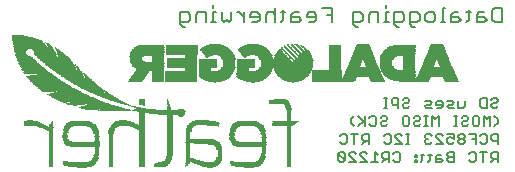
<source format=gbr>
G04 EAGLE Gerber RS-274X export*
G75*
%MOMM*%
%FSLAX34Y34*%
%LPD*%
%INSilkscreen Bottom*%
%IPPOS*%
%AMOC8*
5,1,8,0,0,1.08239X$1,22.5*%
G01*
%ADD10C,0.152400*%
%ADD11C,0.203200*%
%ADD12R,0.914400X0.025400*%
%ADD13R,0.508000X0.025400*%
%ADD14R,0.889000X0.025400*%
%ADD15R,0.406400X0.025400*%
%ADD16R,1.320800X0.025400*%
%ADD17R,0.736600X0.025400*%
%ADD18R,0.660400X0.025400*%
%ADD19R,1.346200X0.025400*%
%ADD20R,1.625600X0.025400*%
%ADD21R,0.939800X0.025400*%
%ADD22R,0.025400X0.025400*%
%ADD23R,0.863600X0.025400*%
%ADD24R,0.431800X0.025400*%
%ADD25R,1.600200X0.025400*%
%ADD26R,1.854200X0.025400*%
%ADD27R,1.066800X0.025400*%
%ADD28R,0.050800X0.025400*%
%ADD29R,1.828800X0.025400*%
%ADD30R,2.032000X0.025400*%
%ADD31R,1.219200X0.025400*%
%ADD32R,0.076200X0.025400*%
%ADD33R,0.990600X0.025400*%
%ADD34R,2.057400X0.025400*%
%ADD35R,2.209800X0.025400*%
%ADD36R,2.362200X0.025400*%
%ADD37R,1.447800X0.025400*%
%ADD38R,0.101600X0.025400*%
%ADD39R,1.092200X0.025400*%
%ADD40R,2.489200X0.025400*%
%ADD41R,1.574800X0.025400*%
%ADD42R,0.127000X0.025400*%
%ADD43R,1.143000X0.025400*%
%ADD44R,2.565400X0.025400*%
%ADD45R,1.676400X0.025400*%
%ADD46R,0.152400X0.025400*%
%ADD47R,1.168400X0.025400*%
%ADD48R,2.590800X0.025400*%
%ADD49R,1.752600X0.025400*%
%ADD50R,0.177800X0.025400*%
%ADD51R,1.193800X0.025400*%
%ADD52R,2.616200X0.025400*%
%ADD53R,0.203200X0.025400*%
%ADD54R,2.641600X0.025400*%
%ADD55R,1.930400X0.025400*%
%ADD56R,0.228600X0.025400*%
%ADD57R,1.244600X0.025400*%
%ADD58R,2.667000X0.025400*%
%ADD59R,0.254000X0.025400*%
%ADD60R,2.692400X0.025400*%
%ADD61R,2.108200X0.025400*%
%ADD62R,0.279400X0.025400*%
%ADD63R,2.717800X0.025400*%
%ADD64R,1.041400X0.025400*%
%ADD65R,2.743200X0.025400*%
%ADD66R,2.260600X0.025400*%
%ADD67R,0.304800X0.025400*%
%ADD68R,0.838200X0.025400*%
%ADD69R,0.685800X0.025400*%
%ADD70R,1.270000X0.025400*%
%ADD71R,0.330200X0.025400*%
%ADD72R,0.609600X0.025400*%
%ADD73R,0.355600X0.025400*%
%ADD74R,0.762000X0.025400*%
%ADD75R,0.635000X0.025400*%
%ADD76R,0.584200X0.025400*%
%ADD77R,0.381000X0.025400*%
%ADD78R,0.533400X0.025400*%
%ADD79R,0.558800X0.025400*%
%ADD80R,0.482600X0.025400*%
%ADD81R,1.117600X0.025400*%
%ADD82R,0.457200X0.025400*%
%ADD83R,0.787400X0.025400*%
%ADD84R,0.711200X0.025400*%
%ADD85R,2.413000X0.025400*%
%ADD86R,2.438400X0.025400*%
%ADD87R,2.540000X0.025400*%
%ADD88R,2.794000X0.025400*%
%ADD89R,2.819400X0.025400*%
%ADD90R,2.844800X0.025400*%
%ADD91R,2.870200X0.025400*%
%ADD92R,1.016000X0.025400*%
%ADD93R,2.895600X0.025400*%
%ADD94R,1.422400X0.025400*%
%ADD95R,2.921000X0.025400*%
%ADD96R,1.803400X0.025400*%
%ADD97R,2.946400X0.025400*%
%ADD98R,2.971800X0.025400*%
%ADD99R,2.997200X0.025400*%
%ADD100R,3.022600X0.025400*%
%ADD101R,2.768600X0.025400*%
%ADD102R,2.514600X0.025400*%
%ADD103R,2.336800X0.025400*%
%ADD104R,0.965200X0.025400*%
%ADD105R,0.812800X0.025400*%
%ADD106R,1.651000X0.025400*%
%ADD107R,1.701800X0.025400*%
%ADD108R,1.727200X0.025400*%
%ADD109R,2.159000X0.025400*%
%ADD110R,1.778000X0.025400*%
%ADD111R,2.082800X0.025400*%
%ADD112R,2.463800X0.025400*%
%ADD113R,2.006600X0.025400*%
%ADD114R,1.905000X0.025400*%
%ADD115R,2.286000X0.025400*%
%ADD116R,1.955800X0.025400*%
%ADD117R,2.235200X0.025400*%
%ADD118R,1.524000X0.025400*%
%ADD119R,1.981200X0.025400*%
%ADD120R,2.184400X0.025400*%
%ADD121R,1.473200X0.025400*%
%ADD122R,1.397000X0.025400*%
%ADD123R,2.387600X0.025400*%
%ADD124R,1.879600X0.025400*%
%ADD125R,1.295400X0.025400*%
%ADD126R,1.549400X0.025400*%
%ADD127R,1.371600X0.025400*%
%ADD128R,3.200400X0.025400*%
%ADD129R,3.378200X0.025400*%
%ADD130R,3.835400X0.025400*%
%ADD131R,3.987800X0.025400*%
%ADD132R,4.089400X0.025400*%
%ADD133R,4.216400X0.025400*%
%ADD134R,2.311400X0.025400*%
%ADD135R,3.225800X0.025400*%
%ADD136R,3.479800X0.025400*%
%ADD137R,3.454400X0.025400*%
%ADD138R,1.498600X0.025400*%
%ADD139R,3.429000X0.025400*%
%ADD140R,3.403600X0.025400*%
%ADD141R,3.352800X0.025400*%
%ADD142R,3.327400X0.025400*%
%ADD143R,3.302000X0.025400*%
%ADD144R,3.276600X0.025400*%
%ADD145R,3.251200X0.025400*%
%ADD146R,3.175000X0.025400*%
%ADD147R,2.133600X0.025400*%
%ADD148R,0.195581X0.017781*%
%ADD149R,0.266700X0.017781*%
%ADD150R,0.248919X0.017781*%
%ADD151R,0.551181X0.017778*%
%ADD152R,0.640078X0.017778*%
%ADD153R,0.622300X0.017778*%
%ADD154R,0.764538X0.017781*%
%ADD155R,0.835659X0.017781*%
%ADD156R,0.906781X0.017778*%
%ADD157R,1.013459X0.017778*%
%ADD158R,1.120141X0.017781*%
%ADD159R,2.524759X0.017781*%
%ADD160R,3.609341X0.017781*%
%ADD161R,1.049019X0.017781*%
%ADD162R,1.155700X0.017781*%
%ADD163R,1.137922X0.017781*%
%ADD164R,2.649219X0.017781*%
%ADD165R,1.191259X0.017781*%
%ADD166R,2.702559X0.017781*%
%ADD167R,3.627122X0.017781*%
%ADD168R,1.262378X0.017781*%
%ADD169R,1.280159X0.017781*%
%ADD170R,1.120141X0.017778*%
%ADD171R,1.137922X0.017778*%
%ADD172R,1.671322X0.017778*%
%ADD173R,1.120138X0.017778*%
%ADD174R,3.627122X0.017778*%
%ADD175R,1.262381X0.017778*%
%ADD176R,1.386841X0.017778*%
%ADD177R,2.649219X0.017778*%
%ADD178R,1.049019X0.017778*%
%ADD179R,1.209041X0.017778*%
%ADD180R,1.760222X0.017781*%
%ADD181R,1.120138X0.017781*%
%ADD182R,2.489200X0.017781*%
%ADD183R,1.351281X0.017781*%
%ADD184R,1.493519X0.017781*%
%ADD185R,1.475741X0.017781*%
%ADD186R,1.191263X0.017781*%
%ADD187R,1.137919X0.017778*%
%ADD188R,1.849122X0.017778*%
%ADD189R,1.102359X0.017778*%
%ADD190R,2.489200X0.017778*%
%ADD191R,1.440181X0.017778*%
%ADD192R,1.564641X0.017778*%
%ADD193R,1.582422X0.017778*%
%ADD194R,1.191259X0.017778*%
%ADD195R,1.137919X0.017781*%
%ADD196R,1.902459X0.017781*%
%ADD197R,1.511300X0.017781*%
%ADD198R,1.671319X0.017781*%
%ADD199R,1.653541X0.017781*%
%ADD200R,1.102359X0.017781*%
%ADD201R,1.973581X0.017781*%
%ADD202R,1.582419X0.017781*%
%ADD203R,1.742441X0.017781*%
%ADD204R,2.026922X0.017778*%
%ADD205R,1.653538X0.017778*%
%ADD206R,1.813559X0.017778*%
%ADD207R,2.062481X0.017781*%
%ADD208R,1.724662X0.017781*%
%ADD209R,1.902463X0.017781*%
%ADD210R,1.884681X0.017781*%
%ADD211R,2.115822X0.017778*%
%ADD212R,1.102363X0.017778*%
%ADD213R,1.795781X0.017778*%
%ADD214R,1.955800X0.017778*%
%ADD215R,2.151381X0.017781*%
%ADD216R,1.849119X0.017781*%
%ADD217R,2.009138X0.017781*%
%ADD218R,2.026919X0.017781*%
%ADD219R,2.186941X0.017781*%
%ADD220R,2.080262X0.017781*%
%ADD221R,2.222500X0.017778*%
%ADD222R,2.133600X0.017778*%
%ADD223R,1.102363X0.017781*%
%ADD224R,2.258059X0.017781*%
%ADD225R,2.204719X0.017781*%
%ADD226R,2.293622X0.017778*%
%ADD227R,2.062481X0.017778*%
%ADD228R,2.240281X0.017778*%
%ADD229R,2.258063X0.017778*%
%ADD230R,2.329181X0.017781*%
%ADD231R,2.115819X0.017781*%
%ADD232R,2.311400X0.017781*%
%ADD233R,2.293619X0.017781*%
%ADD234R,2.346959X0.017781*%
%ADD235R,2.364737X0.017781*%
%ADD236R,2.382522X0.017778*%
%ADD237R,2.204719X0.017778*%
%ADD238R,2.400300X0.017778*%
%ADD239R,1.191263X0.017778*%
%ADD240R,2.400300X0.017781*%
%ADD241R,2.240281X0.017781*%
%ADD242R,2.453641X0.017781*%
%ADD243R,2.435859X0.017778*%
%ADD244R,2.275841X0.017778*%
%ADD245R,2.506978X0.017778*%
%ADD246R,2.542541X0.017781*%
%ADD247R,2.542538X0.017781*%
%ADD248R,2.578100X0.017781*%
%ADD249R,2.595881X0.017781*%
%ADD250R,2.506981X0.017778*%
%ADD251R,2.613659X0.017778*%
%ADD252R,2.613663X0.017778*%
%ADD253R,3.271519X0.017781*%
%ADD254R,2.435863X0.017781*%
%ADD255R,2.631441X0.017781*%
%ADD256R,3.271519X0.017778*%
%ADD257R,2.542541X0.017778*%
%ADD258R,2.471419X0.017778*%
%ADD259R,2.649222X0.017778*%
%ADD260R,1.173481X0.017778*%
%ADD261R,3.253741X0.017781*%
%ADD262R,2.560322X0.017781*%
%ADD263R,2.506981X0.017781*%
%ADD264R,2.667000X0.017781*%
%ADD265R,3.235963X0.017781*%
%ADD266R,3.235959X0.017781*%
%ADD267R,2.684778X0.017781*%
%ADD268R,2.684781X0.017781*%
%ADD269R,3.218181X0.017778*%
%ADD270R,2.595881X0.017778*%
%ADD271R,3.218178X0.017778*%
%ADD272R,2.578100X0.017778*%
%ADD273R,2.702559X0.017778*%
%ADD274R,2.702562X0.017778*%
%ADD275R,1.173478X0.017778*%
%ADD276R,3.200400X0.017781*%
%ADD277R,2.613659X0.017781*%
%ADD278R,2.720341X0.017781*%
%ADD279R,3.200400X0.017778*%
%ADD280R,2.631441X0.017778*%
%ADD281R,3.182622X0.017778*%
%ADD282R,2.738119X0.017778*%
%ADD283R,2.720341X0.017778*%
%ADD284R,3.164837X0.017781*%
%ADD285R,2.649222X0.017781*%
%ADD286R,3.182622X0.017781*%
%ADD287R,2.755900X0.017781*%
%ADD288R,2.738122X0.017781*%
%ADD289R,1.173478X0.017781*%
%ADD290R,3.164841X0.017781*%
%ADD291R,3.147059X0.017778*%
%ADD292R,2.684781X0.017778*%
%ADD293R,2.720338X0.017778*%
%ADD294R,2.773678X0.017778*%
%ADD295R,2.773681X0.017778*%
%ADD296R,3.129281X0.017781*%
%ADD297R,2.738119X0.017781*%
%ADD298R,2.791459X0.017781*%
%ADD299R,2.791463X0.017781*%
%ADD300R,1.173481X0.017781*%
%ADD301R,3.129281X0.017778*%
%ADD302R,3.111500X0.017778*%
%ADD303R,2.809241X0.017778*%
%ADD304R,2.791463X0.017778*%
%ADD305R,3.093719X0.017781*%
%ADD306R,2.809241X0.017781*%
%ADD307R,2.827019X0.017781*%
%ADD308R,2.827022X0.017781*%
%ADD309R,3.058163X0.017778*%
%ADD310R,2.755900X0.017778*%
%ADD311R,3.075941X0.017778*%
%ADD312R,2.844800X0.017778*%
%ADD313R,2.827022X0.017778*%
%ADD314R,3.058163X0.017781*%
%ADD315R,3.058159X0.017781*%
%ADD316R,2.862581X0.017781*%
%ADD317R,2.844800X0.017781*%
%ADD318R,3.040381X0.017778*%
%ADD319R,3.040378X0.017778*%
%ADD320R,2.880359X0.017778*%
%ADD321R,2.862578X0.017778*%
%ADD322R,2.862581X0.017778*%
%ADD323R,3.022600X0.017781*%
%ADD324R,2.915919X0.017781*%
%ADD325R,2.880359X0.017781*%
%ADD326R,3.004822X0.017781*%
%ADD327R,2.933700X0.017781*%
%ADD328R,2.880362X0.017781*%
%ADD329R,2.987038X0.017778*%
%ADD330R,3.004822X0.017778*%
%ADD331R,2.951481X0.017778*%
%ADD332R,2.898141X0.017778*%
%ADD333R,2.880362X0.017778*%
%ADD334R,2.987038X0.017781*%
%ADD335R,2.987041X0.017781*%
%ADD336R,2.969263X0.017781*%
%ADD337R,2.898141X0.017781*%
%ADD338R,2.969259X0.017778*%
%ADD339R,2.987041X0.017778*%
%ADD340R,2.915919X0.017778*%
%ADD341R,2.915922X0.017778*%
%ADD342R,2.951481X0.017781*%
%ADD343R,1.457959X0.017781*%
%ADD344R,1.404622X0.017781*%
%ADD345R,1.066800X0.017781*%
%ADD346R,1.404619X0.017781*%
%ADD347R,3.058159X0.017778*%
%ADD348R,1.351281X0.017778*%
%ADD349R,1.031241X0.017778*%
%ADD350R,1.351278X0.017778*%
%ADD351R,1.013463X0.017778*%
%ADD352R,1.315719X0.017781*%
%ADD353R,0.977900X0.017781*%
%ADD354R,1.333500X0.017781*%
%ADD355R,1.031238X0.017781*%
%ADD356R,3.093719X0.017778*%
%ADD357R,1.280159X0.017778*%
%ADD358R,0.977900X0.017778*%
%ADD359R,1.031238X0.017778*%
%ADD360R,2.418078X0.017778*%
%ADD361R,1.262381X0.017781*%
%ADD362R,2.418078X0.017781*%
%ADD363R,1.031241X0.017781*%
%ADD364R,2.862578X0.017781*%
%ADD365R,3.111500X0.017781*%
%ADD366R,1.244600X0.017781*%
%ADD367R,1.457959X0.017778*%
%ADD368R,1.226822X0.017778*%
%ADD369R,2.382519X0.017778*%
%ADD370R,1.386841X0.017781*%
%ADD371R,3.147063X0.017781*%
%ADD372R,1.209041X0.017781*%
%ADD373R,2.382519X0.017781*%
%ADD374R,2.809238X0.017778*%
%ADD375R,1.333500X0.017778*%
%ADD376R,3.164841X0.017778*%
%ADD377R,2.364741X0.017778*%
%ADD378R,2.809238X0.017781*%
%ADD379R,1.297941X0.017781*%
%ADD380R,3.182619X0.017781*%
%ADD381R,1.244600X0.017778*%
%ADD382R,1.155700X0.017778*%
%ADD383R,2.329178X0.017778*%
%ADD384R,2.364741X0.017781*%
%ADD385R,2.702562X0.017781*%
%ADD386R,3.235959X0.017778*%
%ADD387R,2.667000X0.017778*%
%ADD388R,1.084581X0.017781*%
%ADD389R,1.493522X0.017781*%
%ADD390R,2.506978X0.017781*%
%ADD391R,1.066800X0.017778*%
%ADD392R,1.084581X0.017778*%
%ADD393R,3.307081X0.017778*%
%ADD394R,1.493519X0.017778*%
%ADD395R,1.493522X0.017778*%
%ADD396R,2.524759X0.017778*%
%ADD397R,2.560319X0.017778*%
%ADD398R,1.049022X0.017781*%
%ADD399R,1.084578X0.017781*%
%ADD400R,3.307081X0.017781*%
%ADD401R,1.049022X0.017778*%
%ADD402R,2.595878X0.017778*%
%ADD403R,1.084578X0.017778*%
%ADD404R,3.324863X0.017778*%
%ADD405R,3.342641X0.017781*%
%ADD406R,3.342641X0.017778*%
%ADD407R,2.684778X0.017778*%
%ADD408R,2.773678X0.017781*%
%ADD409R,3.360419X0.017778*%
%ADD410R,2.791459X0.017778*%
%ADD411R,4.427219X0.017781*%
%ADD412R,4.427219X0.017778*%
%ADD413R,2.827019X0.017778*%
%ADD414R,1.635763X0.017778*%
%ADD415R,1.635759X0.017778*%
%ADD416R,1.617981X0.017781*%
%ADD417R,1.617978X0.017781*%
%ADD418R,1.600200X0.017781*%
%ADD419R,1.617981X0.017778*%
%ADD420R,1.582419X0.017778*%
%ADD421R,1.226819X0.017778*%
%ADD422R,1.635763X0.017781*%
%ADD423R,1.564641X0.017781*%
%ADD424R,1.653541X0.017778*%
%ADD425R,1.546859X0.017778*%
%ADD426R,1.671322X0.017781*%
%ADD427R,1.529078X0.017781*%
%ADD428R,1.689100X0.017781*%
%ADD429R,1.706881X0.017778*%
%ADD430R,0.231141X0.017781*%
%ADD431R,1.457963X0.017778*%
%ADD432R,0.231141X0.017778*%
%ADD433R,1.440181X0.017781*%
%ADD434R,1.440178X0.017781*%
%ADD435R,1.013459X0.017781*%
%ADD436R,0.231138X0.017781*%
%ADD437R,1.404619X0.017778*%
%ADD438R,1.422400X0.017781*%
%ADD439R,1.369063X0.017781*%
%ADD440R,2.080259X0.017778*%
%ADD441R,2.044700X0.017781*%
%ADD442R,1.315722X0.017781*%
%ADD443R,2.026919X0.017778*%
%ADD444R,1.475738X0.017778*%
%ADD445R,2.009141X0.017781*%
%ADD446R,1.991363X0.017778*%
%ADD447R,1.991359X0.017778*%
%ADD448R,0.248922X0.017778*%
%ADD449R,1.991363X0.017781*%
%ADD450R,1.991359X0.017781*%
%ADD451R,1.226819X0.017781*%
%ADD452R,1.973578X0.017781*%
%ADD453R,0.248922X0.017781*%
%ADD454R,0.017778X0.017781*%
%ADD455R,0.035559X0.017781*%
%ADD456R,0.248919X0.017778*%
%ADD457R,0.071119X0.017778*%
%ADD458R,1.938019X0.017781*%
%ADD459R,1.938022X0.017781*%
%ADD460R,0.106681X0.017781*%
%ADD461R,0.124463X0.017781*%
%ADD462R,1.920238X0.017778*%
%ADD463R,1.920241X0.017778*%
%ADD464R,0.142241X0.017778*%
%ADD465R,1.920238X0.017781*%
%ADD466R,1.920241X0.017781*%
%ADD467R,0.177800X0.017781*%
%ADD468R,1.884681X0.017778*%
%ADD469R,1.297941X0.017778*%
%ADD470R,0.266700X0.017778*%
%ADD471R,1.866900X0.017781*%
%ADD472R,1.351278X0.017781*%
%ADD473R,1.226822X0.017781*%
%ADD474R,0.302259X0.017781*%
%ADD475R,0.320041X0.017781*%
%ADD476R,1.849119X0.017778*%
%ADD477R,1.369063X0.017778*%
%ADD478R,0.355600X0.017778*%
%ADD479R,1.262378X0.017778*%
%ADD480R,0.373381X0.017778*%
%ADD481R,1.831341X0.017781*%
%ADD482R,1.280163X0.017781*%
%ADD483R,0.408941X0.017781*%
%ADD484R,1.813563X0.017781*%
%ADD485R,1.546863X0.017781*%
%ADD486R,1.813559X0.017781*%
%ADD487R,0.960119X0.017781*%
%ADD488R,0.960122X0.017781*%
%ADD489R,0.462281X0.017781*%
%ADD490R,0.462278X0.017781*%
%ADD491R,1.813563X0.017778*%
%ADD492R,0.924559X0.017778*%
%ADD493R,1.315719X0.017778*%
%ADD494R,0.533400X0.017778*%
%ADD495R,0.515622X0.017778*%
%ADD496R,1.795781X0.017781*%
%ADD497R,1.795778X0.017781*%
%ADD498R,0.906778X0.017781*%
%ADD499R,0.906781X0.017781*%
%ADD500R,0.586738X0.017781*%
%ADD501R,1.778000X0.017778*%
%ADD502R,0.889000X0.017778*%
%ADD503R,0.657859X0.017778*%
%ADD504R,1.386838X0.017778*%
%ADD505R,0.675641X0.017778*%
%ADD506R,1.760219X0.017781*%
%ADD507R,0.853438X0.017781*%
%ADD508R,0.782322X0.017781*%
%ADD509R,1.475738X0.017781*%
%ADD510R,0.764541X0.017781*%
%ADD511R,2.631438X0.017781*%
%ADD512R,1.742438X0.017781*%
%ADD513R,1.742438X0.017778*%
%ADD514R,1.724659X0.017778*%
%ADD515R,0.800100X0.017778*%
%ADD516R,2.631438X0.017778*%
%ADD517R,1.706881X0.017781*%
%ADD518R,1.724659X0.017781*%
%ADD519R,0.924563X0.017781*%
%ADD520R,0.942341X0.017778*%
%ADD521R,0.746759X0.017778*%
%ADD522R,0.942341X0.017781*%
%ADD523R,0.711200X0.017781*%
%ADD524R,0.693419X0.017781*%
%ADD525R,0.693422X0.017781*%
%ADD526R,1.671319X0.017778*%
%ADD527R,1.635759X0.017781*%
%ADD528R,0.622300X0.017781*%
%ADD529R,0.640081X0.017781*%
%ADD530R,0.604522X0.017778*%
%ADD531R,0.604519X0.017778*%
%ADD532R,2.542538X0.017778*%
%ADD533R,2.773681X0.017781*%
%ADD534R,0.586741X0.017781*%
%ADD535R,0.568959X0.017781*%
%ADD536R,0.551181X0.017781*%
%ADD537R,0.515619X0.017778*%
%ADD538R,1.564638X0.017781*%
%ADD539R,0.604519X0.017781*%
%ADD540R,0.480063X0.017781*%
%ADD541R,2.524763X0.017781*%
%ADD542R,1.564638X0.017778*%
%ADD543R,2.738122X0.017778*%
%ADD544R,0.462281X0.017778*%
%ADD545R,1.529081X0.017781*%
%ADD546R,1.546859X0.017781*%
%ADD547R,0.426719X0.017781*%
%ADD548R,0.391159X0.017781*%
%ADD549R,1.511300X0.017778*%
%ADD550R,0.337822X0.017781*%
%ADD551R,1.475741X0.017778*%
%ADD552R,0.284481X0.017778*%
%ADD553R,0.302259X0.017778*%
%ADD554R,1.457963X0.017781*%
%ADD555R,1.422400X0.017778*%
%ADD556R,1.440178X0.017778*%
%ADD557R,0.195578X0.017778*%
%ADD558R,0.160022X0.017781*%
%ADD559R,2.560322X0.017778*%
%ADD560R,1.404622X0.017778*%
%ADD561R,0.124459X0.017778*%
%ADD562R,1.386838X0.017781*%
%ADD563R,0.088900X0.017781*%
%ADD564R,1.369059X0.017781*%
%ADD565R,0.053341X0.017781*%
%ADD566R,1.369059X0.017778*%
%ADD567R,0.017778X0.017778*%
%ADD568R,2.453638X0.017778*%
%ADD569R,2.471422X0.017781*%
%ADD570R,2.418081X0.017781*%
%ADD571R,2.453641X0.017778*%
%ADD572R,2.435859X0.017781*%
%ADD573R,2.595878X0.017781*%
%ADD574R,2.275838X0.017781*%
%ADD575R,2.560319X0.017781*%
%ADD576R,1.280163X0.017778*%
%ADD577R,0.195581X0.017778*%
%ADD578R,0.213359X0.017781*%
%ADD579R,0.142241X0.017781*%
%ADD580R,2.311400X0.017778*%
%ADD581R,0.213359X0.017778*%
%ADD582R,0.106681X0.017778*%
%ADD583R,2.115819X0.017778*%
%ADD584R,2.275841X0.017781*%
%ADD585R,0.195578X0.017781*%
%ADD586R,0.071119X0.017781*%
%ADD587R,2.080259X0.017781*%
%ADD588R,2.471419X0.017781*%
%ADD589R,1.209037X0.017778*%
%ADD590R,2.204722X0.017778*%
%ADD591R,0.177800X0.017778*%
%ADD592R,1.973581X0.017778*%
%ADD593R,1.209037X0.017781*%
%ADD594R,2.169159X0.017781*%
%ADD595R,0.160022X0.017778*%
%ADD596R,1.831341X0.017778*%
%ADD597R,2.346959X0.017778*%
%ADD598R,0.142238X0.017781*%
%ADD599R,1.778000X0.017781*%
%ADD600R,2.026922X0.017781*%
%ADD601R,0.124459X0.017781*%
%ADD602R,1.706878X0.017781*%
%ADD603R,0.053338X0.017781*%
%ADD604R,0.071122X0.017778*%
%ADD605R,2.098041X0.017778*%
%ADD606R,0.017781X0.017781*%
%ADD607R,0.017781X0.017778*%
%ADD608R,0.871219X0.017778*%
%ADD609R,0.871222X0.017778*%
%ADD610R,0.071122X0.017781*%
%ADD611R,0.160019X0.017781*%


D10*
X470996Y102975D02*
X472436Y104415D01*
X475317Y104415D01*
X476758Y102975D01*
X476758Y101534D01*
X475317Y100094D01*
X472436Y100094D01*
X470996Y98653D01*
X470996Y97213D01*
X472436Y95772D01*
X475317Y95772D01*
X476758Y97213D01*
X467403Y95772D02*
X467403Y104415D01*
X467403Y95772D02*
X463081Y95772D01*
X461641Y97213D01*
X461641Y102975D01*
X463081Y104415D01*
X467403Y104415D01*
X448692Y101534D02*
X448692Y97213D01*
X447252Y95772D01*
X442930Y95772D01*
X442930Y101534D01*
X439337Y95772D02*
X435016Y95772D01*
X433575Y97213D01*
X435016Y98653D01*
X437897Y98653D01*
X439337Y100094D01*
X437897Y101534D01*
X433575Y101534D01*
X428542Y95772D02*
X425660Y95772D01*
X428542Y95772D02*
X429982Y97213D01*
X429982Y100094D01*
X428542Y101534D01*
X425660Y101534D01*
X424220Y100094D01*
X424220Y98653D01*
X429982Y98653D01*
X420627Y95772D02*
X416305Y95772D01*
X414865Y97213D01*
X416305Y98653D01*
X419186Y98653D01*
X420627Y100094D01*
X419186Y101534D01*
X414865Y101534D01*
X397595Y104415D02*
X396154Y102975D01*
X397595Y104415D02*
X400476Y104415D01*
X401917Y102975D01*
X401917Y101534D01*
X400476Y100094D01*
X397595Y100094D01*
X396154Y98653D01*
X396154Y97213D01*
X397595Y95772D01*
X400476Y95772D01*
X401917Y97213D01*
X392561Y95772D02*
X392561Y104415D01*
X388240Y104415D01*
X386799Y102975D01*
X386799Y100094D01*
X388240Y98653D01*
X392561Y98653D01*
X383206Y95772D02*
X380325Y95772D01*
X381766Y95772D02*
X381766Y104415D01*
X383206Y104415D02*
X380325Y104415D01*
X473877Y80532D02*
X476758Y83413D01*
X476758Y86294D01*
X473877Y89175D01*
X470521Y89175D02*
X470521Y80532D01*
X467640Y86294D02*
X470521Y89175D01*
X467640Y86294D02*
X464759Y89175D01*
X464759Y80532D01*
X459725Y89175D02*
X456844Y89175D01*
X459725Y89175D02*
X461166Y87735D01*
X461166Y81973D01*
X459725Y80532D01*
X456844Y80532D01*
X455404Y81973D01*
X455404Y87735D01*
X456844Y89175D01*
X447489Y89175D02*
X446049Y87735D01*
X447489Y89175D02*
X450370Y89175D01*
X451811Y87735D01*
X451811Y86294D01*
X450370Y84854D01*
X447489Y84854D01*
X446049Y83413D01*
X446049Y81973D01*
X447489Y80532D01*
X450370Y80532D01*
X451811Y81973D01*
X442456Y80532D02*
X439575Y80532D01*
X441015Y80532D02*
X441015Y89175D01*
X439575Y89175D02*
X442456Y89175D01*
X426864Y89175D02*
X426864Y80532D01*
X423983Y86294D02*
X426864Y89175D01*
X423983Y86294D02*
X421101Y89175D01*
X421101Y80532D01*
X417509Y80532D02*
X414627Y80532D01*
X416068Y80532D02*
X416068Y89175D01*
X417509Y89175D02*
X414627Y89175D01*
X406950Y89175D02*
X405509Y87735D01*
X406950Y89175D02*
X409831Y89175D01*
X411272Y87735D01*
X411272Y86294D01*
X409831Y84854D01*
X406950Y84854D01*
X405509Y83413D01*
X405509Y81973D01*
X406950Y80532D01*
X409831Y80532D01*
X411272Y81973D01*
X400476Y89175D02*
X397595Y89175D01*
X400476Y89175D02*
X401917Y87735D01*
X401917Y81973D01*
X400476Y80532D01*
X397595Y80532D01*
X396154Y81973D01*
X396154Y87735D01*
X397595Y89175D01*
X378884Y89175D02*
X377444Y87735D01*
X378884Y89175D02*
X381766Y89175D01*
X383206Y87735D01*
X383206Y86294D01*
X381766Y84854D01*
X378884Y84854D01*
X377444Y83413D01*
X377444Y81973D01*
X378884Y80532D01*
X381766Y80532D01*
X383206Y81973D01*
X369529Y89175D02*
X368089Y87735D01*
X369529Y89175D02*
X372410Y89175D01*
X373851Y87735D01*
X373851Y81973D01*
X372410Y80532D01*
X369529Y80532D01*
X368089Y81973D01*
X364496Y80532D02*
X364496Y89175D01*
X364496Y83413D02*
X358734Y89175D01*
X363055Y84854D02*
X358734Y80532D01*
X355141Y80532D02*
X352259Y83413D01*
X352259Y86294D01*
X355141Y89175D01*
X476758Y73935D02*
X476758Y65292D01*
X476758Y73935D02*
X472436Y73935D01*
X470996Y72495D01*
X470996Y69614D01*
X472436Y68173D01*
X476758Y68173D01*
X463081Y73935D02*
X461641Y72495D01*
X463081Y73935D02*
X465962Y73935D01*
X467403Y72495D01*
X467403Y66733D01*
X465962Y65292D01*
X463081Y65292D01*
X461641Y66733D01*
X458048Y65292D02*
X458048Y73935D01*
X452285Y73935D01*
X455167Y69614D02*
X458048Y69614D01*
X448692Y72495D02*
X447252Y73935D01*
X444371Y73935D01*
X442930Y72495D01*
X442930Y71054D01*
X444371Y69614D01*
X442930Y68173D01*
X442930Y66733D01*
X444371Y65292D01*
X447252Y65292D01*
X448692Y66733D01*
X448692Y68173D01*
X447252Y69614D01*
X448692Y71054D01*
X448692Y72495D01*
X447252Y69614D02*
X444371Y69614D01*
X439337Y73935D02*
X433575Y73935D01*
X439337Y73935D02*
X439337Y69614D01*
X436456Y71054D01*
X435016Y71054D01*
X433575Y69614D01*
X433575Y66733D01*
X435016Y65292D01*
X437897Y65292D01*
X439337Y66733D01*
X429982Y65292D02*
X424220Y65292D01*
X429982Y65292D02*
X424220Y71054D01*
X424220Y72495D01*
X425660Y73935D01*
X428542Y73935D01*
X429982Y72495D01*
X420627Y72495D02*
X419186Y73935D01*
X416305Y73935D01*
X414865Y72495D01*
X414865Y71054D01*
X416305Y69614D01*
X417746Y69614D01*
X416305Y69614D02*
X414865Y68173D01*
X414865Y66733D01*
X416305Y65292D01*
X419186Y65292D01*
X420627Y66733D01*
X401917Y65292D02*
X399035Y65292D01*
X400476Y65292D02*
X400476Y73935D01*
X401917Y73935D02*
X399035Y73935D01*
X395680Y65292D02*
X389917Y65292D01*
X389917Y71054D02*
X395680Y65292D01*
X389917Y71054D02*
X389917Y72495D01*
X391358Y73935D01*
X394239Y73935D01*
X395680Y72495D01*
X382003Y73935D02*
X380562Y72495D01*
X382003Y73935D02*
X384884Y73935D01*
X386325Y72495D01*
X386325Y66733D01*
X384884Y65292D01*
X382003Y65292D01*
X380562Y66733D01*
X367614Y65292D02*
X367614Y73935D01*
X363292Y73935D01*
X361852Y72495D01*
X361852Y69614D01*
X363292Y68173D01*
X367614Y68173D01*
X364733Y68173D02*
X361852Y65292D01*
X355378Y65292D02*
X355378Y73935D01*
X358259Y73935D02*
X352497Y73935D01*
X344582Y73935D02*
X343142Y72495D01*
X344582Y73935D02*
X347463Y73935D01*
X348904Y72495D01*
X348904Y66733D01*
X347463Y65292D01*
X344582Y65292D01*
X343142Y66733D01*
X476758Y58695D02*
X476758Y50052D01*
X476758Y58695D02*
X472436Y58695D01*
X470996Y57255D01*
X470996Y54374D01*
X472436Y52933D01*
X476758Y52933D01*
X473877Y52933D02*
X470996Y50052D01*
X464522Y50052D02*
X464522Y58695D01*
X467403Y58695D02*
X461641Y58695D01*
X453726Y58695D02*
X452285Y57255D01*
X453726Y58695D02*
X456607Y58695D01*
X458048Y57255D01*
X458048Y51493D01*
X456607Y50052D01*
X453726Y50052D01*
X452285Y51493D01*
X439337Y50052D02*
X439337Y58695D01*
X435016Y58695D01*
X433575Y57255D01*
X433575Y55814D01*
X435016Y54374D01*
X433575Y52933D01*
X433575Y51493D01*
X435016Y50052D01*
X439337Y50052D01*
X439337Y54374D02*
X435016Y54374D01*
X428542Y55814D02*
X425660Y55814D01*
X424220Y54374D01*
X424220Y50052D01*
X428542Y50052D01*
X429982Y51493D01*
X428542Y52933D01*
X424220Y52933D01*
X419186Y51493D02*
X419186Y57255D01*
X419186Y51493D02*
X417746Y50052D01*
X417746Y55814D02*
X420627Y55814D01*
X412950Y57255D02*
X412950Y51493D01*
X411509Y50052D01*
X411509Y55814D02*
X414390Y55814D01*
X408153Y55814D02*
X406713Y55814D01*
X406713Y54374D01*
X408153Y54374D01*
X408153Y55814D01*
X408153Y51493D02*
X406713Y51493D01*
X406713Y50052D01*
X408153Y50052D01*
X408153Y51493D01*
X389799Y58695D02*
X388358Y57255D01*
X389799Y58695D02*
X392680Y58695D01*
X394121Y57255D01*
X394121Y51493D01*
X392680Y50052D01*
X389799Y50052D01*
X388358Y51493D01*
X384765Y50052D02*
X384765Y58695D01*
X380444Y58695D01*
X379003Y57255D01*
X379003Y54374D01*
X380444Y52933D01*
X384765Y52933D01*
X381884Y52933D02*
X379003Y50052D01*
X375410Y55814D02*
X372529Y58695D01*
X372529Y50052D01*
X375410Y50052D02*
X369648Y50052D01*
X366055Y50052D02*
X360293Y50052D01*
X366055Y50052D02*
X360293Y55814D01*
X360293Y57255D01*
X361733Y58695D01*
X364614Y58695D01*
X366055Y57255D01*
X356700Y50052D02*
X350938Y50052D01*
X356700Y50052D02*
X350938Y55814D01*
X350938Y57255D01*
X352378Y58695D01*
X355259Y58695D01*
X356700Y57255D01*
X347345Y57255D02*
X347345Y51493D01*
X347345Y57255D02*
X345904Y58695D01*
X343023Y58695D01*
X341582Y57255D01*
X341582Y51493D01*
X343023Y50052D01*
X345904Y50052D01*
X347345Y51493D01*
X341582Y57255D01*
D11*
X480314Y168656D02*
X480314Y180858D01*
X480314Y168656D02*
X474213Y168656D01*
X472179Y170690D01*
X472179Y178825D01*
X474213Y180858D01*
X480314Y180858D01*
X465183Y176791D02*
X461116Y176791D01*
X459082Y174757D01*
X459082Y168656D01*
X465183Y168656D01*
X467217Y170690D01*
X465183Y172723D01*
X459082Y172723D01*
X452086Y170690D02*
X452086Y178825D01*
X452086Y170690D02*
X450052Y168656D01*
X450052Y176791D02*
X454120Y176791D01*
X443354Y176791D02*
X439287Y176791D01*
X437253Y174757D01*
X437253Y168656D01*
X443354Y168656D01*
X445388Y170690D01*
X443354Y172723D01*
X437253Y172723D01*
X432291Y180858D02*
X430257Y180858D01*
X430257Y168656D01*
X432291Y168656D02*
X428223Y168656D01*
X421526Y168656D02*
X417458Y168656D01*
X415424Y170690D01*
X415424Y174757D01*
X417458Y176791D01*
X421526Y176791D01*
X423559Y174757D01*
X423559Y170690D01*
X421526Y168656D01*
X406395Y164589D02*
X404361Y164589D01*
X402327Y166622D01*
X402327Y176791D01*
X408428Y176791D01*
X410462Y174757D01*
X410462Y170690D01*
X408428Y168656D01*
X402327Y168656D01*
X393297Y164589D02*
X391264Y164589D01*
X389230Y166622D01*
X389230Y176791D01*
X395331Y176791D01*
X397365Y174757D01*
X397365Y170690D01*
X395331Y168656D01*
X389230Y168656D01*
X384268Y176791D02*
X382234Y176791D01*
X382234Y168656D01*
X384268Y168656D02*
X380200Y168656D01*
X382234Y180858D02*
X382234Y182892D01*
X375536Y176791D02*
X375536Y168656D01*
X375536Y176791D02*
X369435Y176791D01*
X367401Y174757D01*
X367401Y168656D01*
X358371Y164589D02*
X356338Y164589D01*
X354304Y166622D01*
X354304Y176791D01*
X360405Y176791D01*
X362439Y174757D01*
X362439Y170690D01*
X360405Y168656D01*
X354304Y168656D01*
X336244Y168656D02*
X336244Y180858D01*
X328109Y180858D01*
X332177Y174757D02*
X336244Y174757D01*
X321113Y168656D02*
X317046Y168656D01*
X321113Y168656D02*
X323147Y170690D01*
X323147Y174757D01*
X321113Y176791D01*
X317046Y176791D01*
X315012Y174757D01*
X315012Y172723D01*
X323147Y172723D01*
X308016Y176791D02*
X303949Y176791D01*
X301915Y174757D01*
X301915Y168656D01*
X308016Y168656D01*
X310050Y170690D01*
X308016Y172723D01*
X301915Y172723D01*
X294919Y170690D02*
X294919Y178825D01*
X294919Y170690D02*
X292885Y168656D01*
X292885Y176791D02*
X296953Y176791D01*
X288221Y180858D02*
X288221Y168656D01*
X288221Y174757D02*
X286187Y176791D01*
X282120Y176791D01*
X280086Y174757D01*
X280086Y168656D01*
X273090Y168656D02*
X269023Y168656D01*
X273090Y168656D02*
X275124Y170690D01*
X275124Y174757D01*
X273090Y176791D01*
X269023Y176791D01*
X266989Y174757D01*
X266989Y172723D01*
X275124Y172723D01*
X262027Y168656D02*
X262027Y176791D01*
X262027Y172723D02*
X257959Y176791D01*
X255925Y176791D01*
X251112Y176791D02*
X251112Y170690D01*
X249078Y168656D01*
X247045Y170690D01*
X245011Y168656D01*
X242977Y170690D01*
X242977Y176791D01*
X238015Y176791D02*
X235981Y176791D01*
X235981Y168656D01*
X238015Y168656D02*
X233947Y168656D01*
X235981Y180858D02*
X235981Y182892D01*
X229283Y176791D02*
X229283Y168656D01*
X229283Y176791D02*
X223182Y176791D01*
X221148Y174757D01*
X221148Y168656D01*
X212119Y164589D02*
X210085Y164589D01*
X208051Y166622D01*
X208051Y176791D01*
X214152Y176791D01*
X216186Y174757D01*
X216186Y170690D01*
X214152Y168656D01*
X208051Y168656D01*
D12*
X266319Y45212D03*
D13*
X233299Y45212D03*
D14*
X124968Y45212D03*
D15*
X299847Y45466D03*
D16*
X265557Y45466D03*
D17*
X233172Y45466D03*
D18*
X189357Y45466D03*
D15*
X175895Y45466D03*
X148971Y45466D03*
D19*
X124206Y45466D03*
D15*
X98171Y45466D03*
X299847Y45720D03*
D20*
X265049Y45720D03*
D21*
X232918Y45720D03*
D22*
X212852Y45720D03*
D23*
X190119Y45720D03*
D24*
X175768Y45720D03*
D15*
X148971Y45720D03*
D25*
X123698Y45720D03*
D15*
X98171Y45720D03*
X299847Y45974D03*
D26*
X264668Y45974D03*
D27*
X232791Y45974D03*
D28*
X212979Y45974D03*
D21*
X190500Y45974D03*
D24*
X175768Y45974D03*
D15*
X148971Y45974D03*
D29*
X123317Y45974D03*
D15*
X98171Y45974D03*
X299847Y46228D03*
D30*
X264287Y46228D03*
D31*
X232537Y46228D03*
D32*
X213106Y46228D03*
D33*
X190754Y46228D03*
D24*
X175768Y46228D03*
D15*
X148971Y46228D03*
D34*
X122936Y46228D03*
D15*
X98171Y46228D03*
X299847Y46482D03*
D35*
X263906Y46482D03*
D19*
X232410Y46482D03*
D32*
X213106Y46482D03*
D27*
X191135Y46482D03*
D24*
X175768Y46482D03*
D15*
X148971Y46482D03*
D35*
X122682Y46482D03*
D15*
X98171Y46482D03*
X299847Y46736D03*
D36*
X263652Y46736D03*
D37*
X232156Y46736D03*
D38*
X213233Y46736D03*
D39*
X191262Y46736D03*
D24*
X175768Y46736D03*
D15*
X148971Y46736D03*
D36*
X122428Y46736D03*
D15*
X98171Y46736D03*
X299847Y46990D03*
D40*
X263525Y46990D03*
D41*
X232029Y46990D03*
D42*
X213360Y46990D03*
D43*
X191516Y46990D03*
D24*
X175768Y46990D03*
D15*
X148971Y46990D03*
D40*
X122047Y46990D03*
D15*
X98171Y46990D03*
X299847Y47244D03*
D44*
X263398Y47244D03*
D45*
X231775Y47244D03*
D46*
X213487Y47244D03*
D47*
X191643Y47244D03*
D24*
X175768Y47244D03*
D15*
X148971Y47244D03*
D44*
X121920Y47244D03*
D15*
X98171Y47244D03*
X299847Y47498D03*
D48*
X263525Y47498D03*
D49*
X231648Y47498D03*
D50*
X213614Y47498D03*
D51*
X191770Y47498D03*
D24*
X175768Y47498D03*
D15*
X148971Y47498D03*
D52*
X122174Y47498D03*
D15*
X98171Y47498D03*
X299847Y47752D03*
D52*
X263652Y47752D03*
D26*
X231394Y47752D03*
D53*
X213741Y47752D03*
D31*
X191897Y47752D03*
D24*
X175768Y47752D03*
D15*
X148971Y47752D03*
D54*
X122301Y47752D03*
D15*
X98171Y47752D03*
X299847Y48006D03*
D54*
X263779Y48006D03*
D55*
X231267Y48006D03*
D56*
X213868Y48006D03*
D57*
X192024Y48006D03*
D24*
X175768Y48006D03*
D15*
X148971Y48006D03*
D58*
X122428Y48006D03*
D15*
X98171Y48006D03*
X299847Y48260D03*
D58*
X263906Y48260D03*
D30*
X231013Y48260D03*
D59*
X213995Y48260D03*
D57*
X192278Y48260D03*
D24*
X175768Y48260D03*
D15*
X148971Y48260D03*
D60*
X122555Y48260D03*
D15*
X98171Y48260D03*
X299847Y48514D03*
D60*
X264033Y48514D03*
D61*
X230886Y48514D03*
D62*
X214122Y48514D03*
D47*
X192913Y48514D03*
D24*
X175768Y48514D03*
D15*
X148971Y48514D03*
D60*
X122555Y48514D03*
D15*
X98171Y48514D03*
X299847Y48768D03*
D63*
X264160Y48768D03*
D35*
X230632Y48768D03*
D62*
X214122Y48768D03*
D64*
X193548Y48768D03*
D24*
X175768Y48768D03*
D15*
X148971Y48768D03*
D63*
X122682Y48768D03*
D15*
X98171Y48768D03*
X299847Y49022D03*
D65*
X264287Y49022D03*
D66*
X230378Y49022D03*
D67*
X214249Y49022D03*
D21*
X194310Y49022D03*
D24*
X175768Y49022D03*
D15*
X148971Y49022D03*
D65*
X122809Y49022D03*
D15*
X98171Y49022D03*
X299847Y49276D03*
D68*
X273812Y49276D03*
D43*
X256286Y49276D03*
D69*
X238506Y49276D03*
D70*
X224917Y49276D03*
D71*
X214376Y49276D03*
D23*
X194945Y49276D03*
D24*
X175768Y49276D03*
D15*
X148971Y49276D03*
D68*
X132588Y49276D03*
D47*
X114935Y49276D03*
D15*
X98171Y49276D03*
X299847Y49530D03*
D69*
X274828Y49530D03*
D72*
X253619Y49530D03*
X238887Y49530D03*
D43*
X223774Y49530D03*
D73*
X214503Y49530D03*
D74*
X195453Y49530D03*
D24*
X175768Y49530D03*
D15*
X148971Y49530D03*
D69*
X133350Y49530D03*
D72*
X112141Y49530D03*
D15*
X98171Y49530D03*
X299847Y49784D03*
D75*
X275336Y49784D03*
D67*
X252095Y49784D03*
D76*
X239268Y49784D03*
D27*
X222885Y49784D03*
D77*
X214630Y49784D03*
D18*
X196215Y49784D03*
D24*
X175768Y49784D03*
D15*
X148971Y49784D03*
D75*
X133858Y49784D03*
D71*
X110744Y49784D03*
D15*
X98171Y49784D03*
X299847Y50038D03*
D76*
X275590Y50038D03*
D38*
X251079Y50038D03*
D78*
X239522Y50038D03*
D33*
X221996Y50038D03*
D15*
X214757Y50038D03*
D72*
X196469Y50038D03*
D24*
X175768Y50038D03*
D15*
X148971Y50038D03*
D76*
X134112Y50038D03*
D38*
X109601Y50038D03*
D15*
X98171Y50038D03*
X299847Y50292D03*
D79*
X275971Y50292D03*
D13*
X239903Y50292D03*
D16*
X219329Y50292D03*
D76*
X196850Y50292D03*
D24*
X175768Y50292D03*
D15*
X148971Y50292D03*
D79*
X134493Y50292D03*
D15*
X98171Y50292D03*
X299847Y50546D03*
D78*
X276098Y50546D03*
D80*
X240030Y50546D03*
D31*
X218821Y50546D03*
D78*
X197104Y50546D03*
D24*
X175768Y50546D03*
D15*
X148971Y50546D03*
D13*
X134747Y50546D03*
D15*
X98171Y50546D03*
X299847Y50800D03*
D78*
X276352Y50800D03*
D80*
X240284Y50800D03*
D81*
X218313Y50800D03*
D78*
X197358Y50800D03*
D24*
X175768Y50800D03*
D15*
X148971Y50800D03*
D13*
X135001Y50800D03*
D15*
X98171Y50800D03*
X299847Y51054D03*
D13*
X276479Y51054D03*
D80*
X240284Y51054D03*
D64*
X217932Y51054D03*
D13*
X197485Y51054D03*
D24*
X175768Y51054D03*
D15*
X148971Y51054D03*
D80*
X135128Y51054D03*
D15*
X98171Y51054D03*
X299847Y51308D03*
D80*
X276606Y51308D03*
D82*
X240411Y51308D03*
D21*
X217424Y51308D03*
D80*
X197612Y51308D03*
D24*
X175768Y51308D03*
D15*
X148971Y51308D03*
D80*
X135382Y51308D03*
D15*
X98171Y51308D03*
X299847Y51562D03*
D80*
X276860Y51562D03*
D82*
X240665Y51562D03*
D23*
X217043Y51562D03*
D80*
X197866Y51562D03*
D24*
X175768Y51562D03*
D15*
X148971Y51562D03*
D82*
X135509Y51562D03*
D15*
X98171Y51562D03*
X299847Y51816D03*
D82*
X276987Y51816D03*
X240665Y51816D03*
D83*
X216662Y51816D03*
D82*
X197993Y51816D03*
D24*
X175768Y51816D03*
D15*
X148971Y51816D03*
D82*
X135509Y51816D03*
D15*
X98171Y51816D03*
X299847Y52070D03*
D24*
X277114Y52070D03*
X240792Y52070D03*
D84*
X216281Y52070D03*
D82*
X197993Y52070D03*
D24*
X175768Y52070D03*
D15*
X148971Y52070D03*
D82*
X135763Y52070D03*
D15*
X98171Y52070D03*
X299847Y52324D03*
D82*
X277241Y52324D03*
D24*
X240792Y52324D03*
D75*
X215900Y52324D03*
D82*
X198247Y52324D03*
D24*
X175768Y52324D03*
D15*
X148971Y52324D03*
D24*
X135890Y52324D03*
D15*
X98171Y52324D03*
X299847Y52578D03*
D24*
X277368Y52578D03*
X241046Y52578D03*
D79*
X215519Y52578D03*
D82*
X198247Y52578D03*
D24*
X175768Y52578D03*
D15*
X148971Y52578D03*
D24*
X135890Y52578D03*
D15*
X98171Y52578D03*
X299847Y52832D03*
D24*
X277368Y52832D03*
X241046Y52832D03*
D80*
X215138Y52832D03*
D24*
X198374Y52832D03*
X175768Y52832D03*
D15*
X148971Y52832D03*
D24*
X136144Y52832D03*
D15*
X98171Y52832D03*
X299847Y53086D03*
D24*
X277622Y53086D03*
X241046Y53086D03*
D15*
X214757Y53086D03*
D24*
X198374Y53086D03*
X175768Y53086D03*
D15*
X148971Y53086D03*
D24*
X136144Y53086D03*
D15*
X98171Y53086D03*
X299847Y53340D03*
D24*
X277622Y53340D03*
X241046Y53340D03*
D15*
X214757Y53340D03*
D82*
X198501Y53340D03*
D24*
X175768Y53340D03*
D15*
X148971Y53340D03*
X136271Y53340D03*
X98171Y53340D03*
X299847Y53594D03*
X277749Y53594D03*
X241173Y53594D03*
X214757Y53594D03*
D24*
X198628Y53594D03*
X175768Y53594D03*
D15*
X148971Y53594D03*
D24*
X136398Y53594D03*
D15*
X98171Y53594D03*
X299847Y53848D03*
X277749Y53848D03*
X241173Y53848D03*
X214757Y53848D03*
D24*
X198628Y53848D03*
X175768Y53848D03*
D15*
X148971Y53848D03*
D24*
X136398Y53848D03*
D15*
X98171Y53848D03*
X299847Y54102D03*
D24*
X277876Y54102D03*
D15*
X241173Y54102D03*
X214757Y54102D03*
D24*
X198628Y54102D03*
X175768Y54102D03*
D15*
X148971Y54102D03*
X136525Y54102D03*
X98171Y54102D03*
X299847Y54356D03*
X278003Y54356D03*
X241173Y54356D03*
X214757Y54356D03*
X198755Y54356D03*
D24*
X175768Y54356D03*
D15*
X148971Y54356D03*
X136525Y54356D03*
X98171Y54356D03*
X299847Y54610D03*
X278003Y54610D03*
X241173Y54610D03*
X214757Y54610D03*
X198755Y54610D03*
D24*
X175768Y54610D03*
D15*
X148971Y54610D03*
X136525Y54610D03*
X98171Y54610D03*
X299847Y54864D03*
X278003Y54864D03*
X241173Y54864D03*
X214757Y54864D03*
D24*
X198882Y54864D03*
X175768Y54864D03*
D15*
X148971Y54864D03*
D24*
X136652Y54864D03*
D15*
X98171Y54864D03*
X299847Y55118D03*
X278003Y55118D03*
X241173Y55118D03*
X214757Y55118D03*
D24*
X198882Y55118D03*
X175768Y55118D03*
D15*
X148971Y55118D03*
X136779Y55118D03*
X98171Y55118D03*
X299847Y55372D03*
X278257Y55372D03*
X241173Y55372D03*
X214757Y55372D03*
D24*
X198882Y55372D03*
X175768Y55372D03*
D15*
X148971Y55372D03*
X136779Y55372D03*
X98171Y55372D03*
X299847Y55626D03*
X278257Y55626D03*
X241173Y55626D03*
X214757Y55626D03*
D24*
X198882Y55626D03*
X175768Y55626D03*
D15*
X148971Y55626D03*
X136779Y55626D03*
X98171Y55626D03*
X299847Y55880D03*
X278257Y55880D03*
X241173Y55880D03*
X214757Y55880D03*
X199009Y55880D03*
D24*
X175768Y55880D03*
D15*
X148971Y55880D03*
X136779Y55880D03*
X98171Y55880D03*
X299847Y56134D03*
X278257Y56134D03*
X241173Y56134D03*
X214757Y56134D03*
X199009Y56134D03*
D24*
X175768Y56134D03*
D15*
X148971Y56134D03*
X137033Y56134D03*
X98171Y56134D03*
X299847Y56388D03*
X278257Y56388D03*
X241173Y56388D03*
X214757Y56388D03*
X199009Y56388D03*
D24*
X175768Y56388D03*
D15*
X148971Y56388D03*
X137033Y56388D03*
X98171Y56388D03*
X299847Y56642D03*
X278257Y56642D03*
X241173Y56642D03*
X214757Y56642D03*
X199009Y56642D03*
D24*
X175768Y56642D03*
D15*
X148971Y56642D03*
X137033Y56642D03*
X98171Y56642D03*
X299847Y56896D03*
X278511Y56896D03*
X241173Y56896D03*
X214757Y56896D03*
X199009Y56896D03*
D24*
X175768Y56896D03*
D15*
X148971Y56896D03*
X137033Y56896D03*
X98171Y56896D03*
X299847Y57150D03*
X278511Y57150D03*
X241173Y57150D03*
X214757Y57150D03*
D24*
X199136Y57150D03*
X175768Y57150D03*
D15*
X148971Y57150D03*
X137033Y57150D03*
X98171Y57150D03*
X299847Y57404D03*
X278511Y57404D03*
X241173Y57404D03*
X214757Y57404D03*
D24*
X199136Y57404D03*
X175768Y57404D03*
D15*
X148971Y57404D03*
X137033Y57404D03*
X98171Y57404D03*
X299847Y57658D03*
X278511Y57658D03*
X241173Y57658D03*
X214757Y57658D03*
D24*
X199136Y57658D03*
X175768Y57658D03*
D15*
X148971Y57658D03*
X137033Y57658D03*
X98171Y57658D03*
X299847Y57912D03*
X278511Y57912D03*
X241173Y57912D03*
X214757Y57912D03*
D24*
X199136Y57912D03*
X175768Y57912D03*
D15*
X148971Y57912D03*
X137033Y57912D03*
X98171Y57912D03*
X299847Y58166D03*
X278511Y58166D03*
X241173Y58166D03*
X214757Y58166D03*
D24*
X199136Y58166D03*
X175768Y58166D03*
D15*
X148971Y58166D03*
X137287Y58166D03*
X98171Y58166D03*
X299847Y58420D03*
X278511Y58420D03*
X241173Y58420D03*
X214757Y58420D03*
D24*
X199136Y58420D03*
X175768Y58420D03*
D15*
X148971Y58420D03*
X137287Y58420D03*
X98171Y58420D03*
X299847Y58674D03*
X278511Y58674D03*
X241173Y58674D03*
X214757Y58674D03*
D24*
X199136Y58674D03*
X175768Y58674D03*
D15*
X148971Y58674D03*
X137287Y58674D03*
X98171Y58674D03*
X299847Y58928D03*
X278511Y58928D03*
X241173Y58928D03*
X214757Y58928D03*
D24*
X199136Y58928D03*
X175768Y58928D03*
D15*
X148971Y58928D03*
X137287Y58928D03*
X98171Y58928D03*
X299847Y59182D03*
X278511Y59182D03*
X241173Y59182D03*
X214757Y59182D03*
D24*
X199136Y59182D03*
X175768Y59182D03*
D15*
X148971Y59182D03*
X137287Y59182D03*
X98171Y59182D03*
X299847Y59436D03*
X278765Y59436D03*
X241173Y59436D03*
X214757Y59436D03*
D24*
X199136Y59436D03*
X175768Y59436D03*
D15*
X148971Y59436D03*
X137287Y59436D03*
X98171Y59436D03*
X299847Y59690D03*
X278765Y59690D03*
X241173Y59690D03*
X214757Y59690D03*
D24*
X199136Y59690D03*
X175768Y59690D03*
D15*
X148971Y59690D03*
X137287Y59690D03*
X98171Y59690D03*
X299847Y59944D03*
X278765Y59944D03*
X241173Y59944D03*
X214757Y59944D03*
D24*
X199136Y59944D03*
X175768Y59944D03*
D15*
X148971Y59944D03*
X137287Y59944D03*
X98171Y59944D03*
X299847Y60198D03*
X278765Y60198D03*
D24*
X241046Y60198D03*
D15*
X214757Y60198D03*
D24*
X199136Y60198D03*
X175768Y60198D03*
D15*
X148971Y60198D03*
X137287Y60198D03*
X98171Y60198D03*
X299847Y60452D03*
X278765Y60452D03*
D24*
X241046Y60452D03*
D15*
X214757Y60452D03*
D24*
X199136Y60452D03*
X175768Y60452D03*
D15*
X148971Y60452D03*
X137287Y60452D03*
X98171Y60452D03*
X299847Y60706D03*
X278765Y60706D03*
D24*
X241046Y60706D03*
D15*
X214757Y60706D03*
D24*
X199136Y60706D03*
X175768Y60706D03*
D15*
X148971Y60706D03*
X137287Y60706D03*
X98171Y60706D03*
X299847Y60960D03*
X278765Y60960D03*
D24*
X241046Y60960D03*
D15*
X214757Y60960D03*
D24*
X199136Y60960D03*
X175768Y60960D03*
D15*
X148971Y60960D03*
X137287Y60960D03*
X98171Y60960D03*
X299847Y61214D03*
X278765Y61214D03*
D82*
X240919Y61214D03*
D15*
X214757Y61214D03*
D24*
X199136Y61214D03*
X175768Y61214D03*
D15*
X148971Y61214D03*
X137287Y61214D03*
X98171Y61214D03*
X299847Y61468D03*
X278765Y61468D03*
D24*
X240792Y61468D03*
D15*
X214757Y61468D03*
D24*
X199136Y61468D03*
X175768Y61468D03*
D15*
X148971Y61468D03*
X137287Y61468D03*
X98171Y61468D03*
X299847Y61722D03*
X278765Y61722D03*
D24*
X240792Y61722D03*
D15*
X214757Y61722D03*
D24*
X199136Y61722D03*
X175768Y61722D03*
D15*
X148971Y61722D03*
X137287Y61722D03*
X98171Y61722D03*
X299847Y61976D03*
X278765Y61976D03*
D82*
X240665Y61976D03*
D15*
X214757Y61976D03*
D24*
X199136Y61976D03*
X175768Y61976D03*
D15*
X148971Y61976D03*
X137287Y61976D03*
X98171Y61976D03*
X299847Y62230D03*
X278765Y62230D03*
D80*
X240538Y62230D03*
D15*
X214757Y62230D03*
D24*
X199136Y62230D03*
X175768Y62230D03*
D15*
X148971Y62230D03*
X137287Y62230D03*
X98171Y62230D03*
X299847Y62484D03*
X278765Y62484D03*
D82*
X240411Y62484D03*
D15*
X214757Y62484D03*
D24*
X199136Y62484D03*
X175768Y62484D03*
D15*
X148971Y62484D03*
D24*
X137414Y62484D03*
D15*
X98171Y62484D03*
X299847Y62738D03*
D85*
X268732Y62738D03*
D80*
X240284Y62738D03*
D15*
X214757Y62738D03*
D24*
X199136Y62738D03*
X175768Y62738D03*
D15*
X148971Y62738D03*
D86*
X127381Y62738D03*
D15*
X98171Y62738D03*
X299847Y62992D03*
D87*
X268097Y62992D03*
D13*
X240157Y62992D03*
D15*
X214757Y62992D03*
D24*
X199136Y62992D03*
X175768Y62992D03*
D15*
X148971Y62992D03*
D87*
X126873Y62992D03*
D15*
X98171Y62992D03*
X299847Y63246D03*
D52*
X267716Y63246D03*
D13*
X239903Y63246D03*
D15*
X214757Y63246D03*
D24*
X199136Y63246D03*
X175768Y63246D03*
D15*
X148971Y63246D03*
D54*
X126365Y63246D03*
D15*
X98171Y63246D03*
X299847Y63500D03*
D60*
X267335Y63500D03*
D78*
X239776Y63500D03*
D15*
X214757Y63500D03*
D24*
X199136Y63500D03*
X175768Y63500D03*
D15*
X148971Y63500D03*
D60*
X126111Y63500D03*
D15*
X98171Y63500D03*
X299847Y63754D03*
D65*
X267081Y63754D03*
D76*
X239522Y63754D03*
D15*
X214757Y63754D03*
D24*
X199136Y63754D03*
X175768Y63754D03*
D15*
X148971Y63754D03*
D65*
X125857Y63754D03*
D15*
X98171Y63754D03*
X299847Y64008D03*
D88*
X266827Y64008D03*
D76*
X239268Y64008D03*
D15*
X214757Y64008D03*
D24*
X199136Y64008D03*
X175768Y64008D03*
D15*
X148971Y64008D03*
D88*
X125603Y64008D03*
D15*
X98171Y64008D03*
X299847Y64262D03*
D89*
X266700Y64262D03*
D18*
X238887Y64262D03*
D15*
X214757Y64262D03*
D24*
X199136Y64262D03*
X175768Y64262D03*
D15*
X148971Y64262D03*
D90*
X125349Y64262D03*
D15*
X98171Y64262D03*
X299847Y64516D03*
D90*
X266573Y64516D03*
D17*
X238252Y64516D03*
D15*
X214757Y64516D03*
D24*
X199136Y64516D03*
X175768Y64516D03*
D15*
X148971Y64516D03*
D91*
X125222Y64516D03*
D15*
X98171Y64516D03*
X299847Y64770D03*
D91*
X266446Y64770D03*
D92*
X236601Y64770D03*
D15*
X214757Y64770D03*
D24*
X199136Y64770D03*
X175768Y64770D03*
D15*
X148971Y64770D03*
D93*
X125095Y64770D03*
D15*
X98171Y64770D03*
X299847Y65024D03*
D93*
X266319Y65024D03*
D94*
X234569Y65024D03*
D15*
X214757Y65024D03*
D24*
X199136Y65024D03*
X175768Y65024D03*
D15*
X148971Y65024D03*
D95*
X124968Y65024D03*
D15*
X98171Y65024D03*
X299847Y65278D03*
D95*
X266192Y65278D03*
D96*
X232410Y65278D03*
D15*
X214757Y65278D03*
D24*
X199136Y65278D03*
X175768Y65278D03*
D15*
X148971Y65278D03*
D97*
X124841Y65278D03*
D15*
X98171Y65278D03*
X299847Y65532D03*
D97*
X266065Y65532D03*
D35*
X230124Y65532D03*
D15*
X214757Y65532D03*
D24*
X199136Y65532D03*
X175768Y65532D03*
D15*
X148971Y65532D03*
D98*
X124714Y65532D03*
D15*
X98171Y65532D03*
X299847Y65786D03*
D98*
X265938Y65786D03*
D90*
X226949Y65786D03*
D24*
X199136Y65786D03*
X175768Y65786D03*
D15*
X148971Y65786D03*
D99*
X124587Y65786D03*
D15*
X98171Y65786D03*
X299847Y66040D03*
D99*
X265811Y66040D03*
D89*
X226822Y66040D03*
D24*
X199136Y66040D03*
X175768Y66040D03*
D15*
X148971Y66040D03*
D99*
X124587Y66040D03*
D15*
X98171Y66040D03*
X299847Y66294D03*
D99*
X265811Y66294D03*
D88*
X226695Y66294D03*
D24*
X199136Y66294D03*
X175768Y66294D03*
D15*
X148971Y66294D03*
D100*
X124460Y66294D03*
D15*
X98171Y66294D03*
X299847Y66548D03*
D100*
X265684Y66548D03*
D101*
X226568Y66548D03*
D24*
X199136Y66548D03*
X175768Y66548D03*
D15*
X148971Y66548D03*
D100*
X124460Y66548D03*
D15*
X98171Y66548D03*
X299847Y66802D03*
X278765Y66802D03*
D18*
X253873Y66802D03*
D63*
X226314Y66802D03*
D24*
X199136Y66802D03*
X175768Y66802D03*
D15*
X148971Y66802D03*
D24*
X137414Y66802D03*
D69*
X112522Y66802D03*
D15*
X98171Y66802D03*
X299847Y67056D03*
X278765Y67056D03*
D76*
X253492Y67056D03*
D60*
X226187Y67056D03*
D24*
X199136Y67056D03*
X175768Y67056D03*
D15*
X148971Y67056D03*
D24*
X137414Y67056D03*
D76*
X112014Y67056D03*
D15*
X98171Y67056D03*
X299847Y67310D03*
X278765Y67310D03*
D79*
X253111Y67310D03*
D58*
X226060Y67310D03*
D24*
X199136Y67310D03*
X175768Y67310D03*
D15*
X148971Y67310D03*
D24*
X137414Y67310D03*
D78*
X111760Y67310D03*
D15*
X98171Y67310D03*
X299847Y67564D03*
X278765Y67564D03*
D13*
X252857Y67564D03*
D52*
X225806Y67564D03*
D24*
X199136Y67564D03*
X175768Y67564D03*
D15*
X148971Y67564D03*
X137287Y67564D03*
D13*
X111379Y67564D03*
D15*
X98171Y67564D03*
X299847Y67818D03*
X278765Y67818D03*
D80*
X252730Y67818D03*
D44*
X225552Y67818D03*
D24*
X199136Y67818D03*
X175768Y67818D03*
D15*
X148971Y67818D03*
X137287Y67818D03*
D80*
X111252Y67818D03*
D15*
X98171Y67818D03*
X299847Y68072D03*
X278765Y68072D03*
D80*
X252476Y68072D03*
D102*
X225298Y68072D03*
D24*
X199136Y68072D03*
X175768Y68072D03*
D15*
X148971Y68072D03*
X137287Y68072D03*
D82*
X111125Y68072D03*
D15*
X98171Y68072D03*
X299847Y68326D03*
X278765Y68326D03*
D82*
X252349Y68326D03*
D86*
X224917Y68326D03*
D24*
X199136Y68326D03*
X175768Y68326D03*
D15*
X148971Y68326D03*
X137287Y68326D03*
D82*
X110871Y68326D03*
D15*
X98171Y68326D03*
X299847Y68580D03*
X278765Y68580D03*
D24*
X252222Y68580D03*
D103*
X224409Y68580D03*
D24*
X199136Y68580D03*
X175768Y68580D03*
D15*
X148971Y68580D03*
X137287Y68580D03*
D82*
X110871Y68580D03*
D15*
X98171Y68580D03*
X299847Y68834D03*
X278765Y68834D03*
D24*
X252222Y68834D03*
D15*
X214757Y68834D03*
D24*
X199136Y68834D03*
X175768Y68834D03*
D15*
X148971Y68834D03*
X137287Y68834D03*
D24*
X110744Y68834D03*
D15*
X98171Y68834D03*
X299847Y69088D03*
X278765Y69088D03*
D24*
X251968Y69088D03*
D15*
X214757Y69088D03*
D24*
X199136Y69088D03*
X175768Y69088D03*
D15*
X148971Y69088D03*
X137287Y69088D03*
D24*
X110744Y69088D03*
D15*
X98171Y69088D03*
X299847Y69342D03*
X278765Y69342D03*
D24*
X251968Y69342D03*
D15*
X214757Y69342D03*
D24*
X199136Y69342D03*
X175768Y69342D03*
D15*
X148971Y69342D03*
X137287Y69342D03*
X110617Y69342D03*
X98171Y69342D03*
X299847Y69596D03*
X278765Y69596D03*
D24*
X251968Y69596D03*
D15*
X214757Y69596D03*
D24*
X199136Y69596D03*
X175768Y69596D03*
D15*
X148971Y69596D03*
X137287Y69596D03*
X110617Y69596D03*
X98171Y69596D03*
X299847Y69850D03*
X278765Y69850D03*
D24*
X251968Y69850D03*
D15*
X214757Y69850D03*
D24*
X199136Y69850D03*
X175768Y69850D03*
D15*
X148971Y69850D03*
X137287Y69850D03*
X110617Y69850D03*
X98171Y69850D03*
X299847Y70104D03*
D24*
X278638Y70104D03*
X251968Y70104D03*
D15*
X214757Y70104D03*
D24*
X199136Y70104D03*
X175768Y70104D03*
D15*
X148971Y70104D03*
X137287Y70104D03*
D24*
X110490Y70104D03*
D15*
X98171Y70104D03*
X299847Y70358D03*
D24*
X278638Y70358D03*
D15*
X251841Y70358D03*
X214757Y70358D03*
D24*
X199136Y70358D03*
X175768Y70358D03*
D15*
X148971Y70358D03*
X137287Y70358D03*
D24*
X110490Y70358D03*
D15*
X98171Y70358D03*
X299847Y70612D03*
X278511Y70612D03*
X251841Y70612D03*
X214757Y70612D03*
D24*
X199136Y70612D03*
X175768Y70612D03*
D15*
X148971Y70612D03*
X137287Y70612D03*
D24*
X110490Y70612D03*
D15*
X98171Y70612D03*
X299847Y70866D03*
X278511Y70866D03*
X251841Y70866D03*
X214757Y70866D03*
D24*
X199136Y70866D03*
X175768Y70866D03*
D15*
X148971Y70866D03*
X137287Y70866D03*
D24*
X110490Y70866D03*
D15*
X98171Y70866D03*
X299847Y71120D03*
X278511Y71120D03*
X251841Y71120D03*
X214757Y71120D03*
D24*
X199136Y71120D03*
X175768Y71120D03*
D15*
X148971Y71120D03*
X137287Y71120D03*
D24*
X110490Y71120D03*
D15*
X98171Y71120D03*
X299847Y71374D03*
X278511Y71374D03*
X251841Y71374D03*
X214757Y71374D03*
D24*
X199136Y71374D03*
X175768Y71374D03*
D15*
X148971Y71374D03*
D24*
X137160Y71374D03*
X110490Y71374D03*
D15*
X98171Y71374D03*
X299847Y71628D03*
X278511Y71628D03*
X251841Y71628D03*
X214757Y71628D03*
D24*
X199136Y71628D03*
X175768Y71628D03*
D15*
X148971Y71628D03*
X137033Y71628D03*
D24*
X110490Y71628D03*
D15*
X98171Y71628D03*
X299847Y71882D03*
X278511Y71882D03*
X251841Y71882D03*
X214757Y71882D03*
D24*
X199136Y71882D03*
X175768Y71882D03*
D15*
X148971Y71882D03*
X137033Y71882D03*
D24*
X110490Y71882D03*
D15*
X98171Y71882D03*
X299847Y72136D03*
X278511Y72136D03*
X251841Y72136D03*
X214757Y72136D03*
D24*
X199136Y72136D03*
X175768Y72136D03*
D15*
X148971Y72136D03*
X137033Y72136D03*
D24*
X110490Y72136D03*
D15*
X98171Y72136D03*
X299847Y72390D03*
X278511Y72390D03*
D24*
X251968Y72390D03*
D15*
X214757Y72390D03*
D24*
X199136Y72390D03*
X175768Y72390D03*
D15*
X148971Y72390D03*
X137033Y72390D03*
X110617Y72390D03*
X98171Y72390D03*
X299847Y72644D03*
X278511Y72644D03*
D24*
X251968Y72644D03*
D15*
X214757Y72644D03*
D24*
X199136Y72644D03*
X175768Y72644D03*
D15*
X148971Y72644D03*
X137033Y72644D03*
X110617Y72644D03*
X98171Y72644D03*
X299847Y72898D03*
X278257Y72898D03*
D24*
X251968Y72898D03*
D15*
X214757Y72898D03*
D24*
X199136Y72898D03*
X175768Y72898D03*
D15*
X148971Y72898D03*
X137033Y72898D03*
X110617Y72898D03*
X98171Y72898D03*
X299847Y73152D03*
X278257Y73152D03*
D24*
X251968Y73152D03*
D15*
X214757Y73152D03*
D24*
X199136Y73152D03*
X175768Y73152D03*
D15*
X148971Y73152D03*
X137033Y73152D03*
X110617Y73152D03*
X98171Y73152D03*
X299847Y73406D03*
X278257Y73406D03*
D24*
X251968Y73406D03*
D15*
X214757Y73406D03*
D24*
X199136Y73406D03*
X175768Y73406D03*
D15*
X148971Y73406D03*
D24*
X136906Y73406D03*
D15*
X110617Y73406D03*
X98171Y73406D03*
X299847Y73660D03*
X278257Y73660D03*
D24*
X251968Y73660D03*
D15*
X214757Y73660D03*
D24*
X199136Y73660D03*
X175768Y73660D03*
D15*
X148971Y73660D03*
X136779Y73660D03*
X110617Y73660D03*
X98171Y73660D03*
X299847Y73914D03*
X278257Y73914D03*
X252095Y73914D03*
X214757Y73914D03*
D24*
X199136Y73914D03*
X175768Y73914D03*
X149098Y73914D03*
D15*
X136779Y73914D03*
X110617Y73914D03*
X98171Y73914D03*
X299847Y74168D03*
D24*
X278130Y74168D03*
D15*
X252095Y74168D03*
X214757Y74168D03*
D24*
X199136Y74168D03*
X175768Y74168D03*
X149098Y74168D03*
D15*
X136779Y74168D03*
X110617Y74168D03*
X98171Y74168D03*
X299847Y74422D03*
X278003Y74422D03*
X252095Y74422D03*
X214757Y74422D03*
D24*
X199136Y74422D03*
X175768Y74422D03*
X149098Y74422D03*
D15*
X136779Y74422D03*
D24*
X110744Y74422D03*
D15*
X98171Y74422D03*
X299847Y74676D03*
X278003Y74676D03*
X252095Y74676D03*
X214757Y74676D03*
D24*
X199136Y74676D03*
X175768Y74676D03*
X149098Y74676D03*
X136652Y74676D03*
X110744Y74676D03*
D15*
X98171Y74676D03*
X299847Y74930D03*
X278003Y74930D03*
X252095Y74930D03*
X214757Y74930D03*
D24*
X199136Y74930D03*
X175768Y74930D03*
D15*
X149225Y74930D03*
X136525Y74930D03*
D24*
X110744Y74930D03*
D15*
X98171Y74930D03*
X299847Y75184D03*
D24*
X277876Y75184D03*
X252222Y75184D03*
D15*
X214757Y75184D03*
D24*
X199136Y75184D03*
X175768Y75184D03*
D15*
X149225Y75184D03*
X136525Y75184D03*
X110871Y75184D03*
X98171Y75184D03*
X299847Y75438D03*
D24*
X277876Y75438D03*
X252222Y75438D03*
D15*
X214757Y75438D03*
D24*
X199136Y75438D03*
X175768Y75438D03*
X149352Y75438D03*
X136398Y75438D03*
D15*
X110871Y75438D03*
X98171Y75438D03*
X299847Y75692D03*
X277749Y75692D03*
D24*
X252222Y75692D03*
X214884Y75692D03*
X199136Y75692D03*
X175768Y75692D03*
X149352Y75692D03*
X136398Y75692D03*
D15*
X110871Y75692D03*
X98171Y75692D03*
X299847Y75946D03*
D24*
X277622Y75946D03*
D15*
X252349Y75946D03*
D24*
X214884Y75946D03*
X199136Y75946D03*
X175768Y75946D03*
D15*
X149479Y75946D03*
X136271Y75946D03*
D24*
X110998Y75946D03*
D15*
X98171Y75946D03*
X299847Y76200D03*
D24*
X277622Y76200D03*
X252476Y76200D03*
X214884Y76200D03*
X199136Y76200D03*
X175768Y76200D03*
X149606Y76200D03*
X136144Y76200D03*
X110998Y76200D03*
D82*
X97917Y76200D03*
D15*
X299847Y76454D03*
D24*
X277368Y76454D03*
X252476Y76454D03*
D15*
X215011Y76454D03*
D24*
X199136Y76454D03*
X175768Y76454D03*
X149606Y76454D03*
X136144Y76454D03*
X110998Y76454D03*
D13*
X97663Y76454D03*
D15*
X299847Y76708D03*
D24*
X277368Y76708D03*
X252476Y76708D03*
X215138Y76708D03*
X199136Y76708D03*
D82*
X175641Y76708D03*
X149733Y76708D03*
X136017Y76708D03*
D24*
X111252Y76708D03*
D79*
X97409Y76708D03*
D15*
X299847Y76962D03*
D82*
X277241Y76962D03*
X252603Y76962D03*
D24*
X215138Y76962D03*
X199136Y76962D03*
D13*
X175387Y76962D03*
D24*
X149860Y76962D03*
X135890Y76962D03*
X111252Y76962D03*
D72*
X97155Y76962D03*
D15*
X299847Y77216D03*
D82*
X277241Y77216D03*
D24*
X252730Y77216D03*
X215138Y77216D03*
X199136Y77216D03*
D79*
X175133Y77216D03*
D82*
X149987Y77216D03*
X135763Y77216D03*
X111379Y77216D03*
D18*
X96901Y77216D03*
D15*
X299847Y77470D03*
D82*
X276987Y77470D03*
X252857Y77470D03*
X215265Y77470D03*
D24*
X199136Y77470D03*
D72*
X174879Y77470D03*
D82*
X149987Y77470D03*
X135763Y77470D03*
X111379Y77470D03*
D17*
X96520Y77470D03*
D15*
X299847Y77724D03*
D80*
X276860Y77724D03*
D82*
X252857Y77724D03*
D24*
X215392Y77724D03*
X199136Y77724D03*
D18*
X174625Y77724D03*
D82*
X150241Y77724D03*
X135509Y77724D03*
X111633Y77724D03*
D83*
X96266Y77724D03*
D15*
X299847Y77978D03*
D82*
X276733Y77978D03*
X253111Y77978D03*
X215519Y77978D03*
D24*
X199136Y77978D03*
D17*
X174244Y77978D03*
D80*
X150368Y77978D03*
X135382Y77978D03*
D82*
X111633Y77978D03*
D68*
X96012Y77978D03*
D15*
X299847Y78232D03*
D80*
X276606Y78232D03*
X253238Y78232D03*
D82*
X215519Y78232D03*
D24*
X199136Y78232D03*
D83*
X173990Y78232D03*
D82*
X150495Y78232D03*
D80*
X135128Y78232D03*
X111760Y78232D03*
D14*
X95758Y78232D03*
D15*
X299847Y78486D03*
D13*
X276479Y78486D03*
X253365Y78486D03*
D82*
X215773Y78486D03*
D24*
X199136Y78486D03*
D68*
X173736Y78486D03*
D80*
X150622Y78486D03*
D13*
X135001Y78486D03*
D80*
X112014Y78486D03*
D21*
X95504Y78486D03*
D15*
X299847Y78740D03*
D78*
X276098Y78740D03*
D13*
X253619Y78740D03*
D80*
X215900Y78740D03*
D24*
X199136Y78740D03*
D14*
X173482Y78740D03*
D80*
X150876Y78740D03*
D78*
X134874Y78740D03*
D13*
X112141Y78740D03*
D92*
X95123Y78740D03*
D15*
X299847Y78994D03*
D79*
X275971Y78994D03*
D78*
X253746Y78994D03*
D13*
X216027Y78994D03*
D24*
X199136Y78994D03*
D104*
X173101Y78994D03*
D13*
X151003Y78994D03*
D79*
X134493Y78994D03*
D78*
X112268Y78994D03*
D27*
X94869Y78994D03*
D15*
X299847Y79248D03*
D76*
X275590Y79248D03*
D78*
X254000Y79248D03*
D13*
X216281Y79248D03*
D24*
X199136Y79248D03*
D92*
X172847Y79248D03*
D78*
X151384Y79248D03*
D76*
X134366Y79248D03*
D79*
X112649Y79248D03*
D43*
X94488Y79248D03*
D15*
X299847Y79502D03*
D75*
X275336Y79502D03*
D76*
X254254Y79502D03*
D78*
X216408Y79502D03*
D24*
X199136Y79502D03*
D39*
X172466Y79502D03*
D79*
X151511Y79502D03*
D72*
X133985Y79502D03*
X112903Y79502D03*
D15*
X98171Y79502D03*
D83*
X91948Y79502D03*
D15*
X299847Y79756D03*
D18*
X274955Y79756D03*
X254635Y79756D03*
D78*
X216662Y79756D03*
D24*
X199136Y79756D03*
D47*
X172085Y79756D03*
D76*
X151892Y79756D03*
D18*
X133477Y79756D03*
D75*
X113284Y79756D03*
D77*
X98298Y79756D03*
D105*
X91313Y79756D03*
D15*
X299847Y80010D03*
D17*
X274320Y80010D03*
D84*
X255143Y80010D03*
D32*
X240538Y80010D03*
D76*
X216916Y80010D03*
D24*
X199136Y80010D03*
X175768Y80010D03*
D105*
X169291Y80010D03*
D72*
X152273Y80010D03*
D74*
X132969Y80010D03*
D17*
X113792Y80010D03*
D73*
X98425Y80010D03*
D14*
X90424Y80010D03*
D25*
X294132Y80264D03*
D21*
X273304Y80264D03*
D14*
X256286Y80264D03*
D73*
X239141Y80264D03*
D72*
X217297Y80264D03*
D24*
X199136Y80264D03*
X175768Y80264D03*
D23*
X168529Y80264D03*
D18*
X152527Y80264D03*
D21*
X131826Y80264D03*
D14*
X114808Y80264D03*
D71*
X98552Y80264D03*
D92*
X89535Y80264D03*
D46*
X76327Y80264D03*
D106*
X294386Y80518D03*
D48*
X264795Y80518D03*
D18*
X237617Y80518D03*
X217551Y80518D03*
D24*
X199136Y80518D03*
X175768Y80518D03*
D104*
X167513Y80518D03*
D84*
X153035Y80518D03*
D44*
X123444Y80518D03*
D67*
X98679Y80518D03*
D26*
X84836Y80518D03*
D107*
X294640Y80772D03*
D87*
X264795Y80772D03*
D92*
X235839Y80772D03*
D17*
X218186Y80772D03*
D24*
X199136Y80772D03*
X175768Y80772D03*
D35*
X160782Y80772D03*
D44*
X123444Y80772D03*
D62*
X98806Y80772D03*
D96*
X84582Y80772D03*
D108*
X294767Y81026D03*
D40*
X264795Y81026D03*
D52*
X227838Y81026D03*
D24*
X199136Y81026D03*
X175768Y81026D03*
D109*
X160782Y81026D03*
D102*
X123444Y81026D03*
D62*
X98806Y81026D03*
D49*
X84328Y81026D03*
D110*
X295021Y81280D03*
D86*
X264795Y81280D03*
D48*
X227965Y81280D03*
D24*
X199136Y81280D03*
X175768Y81280D03*
D111*
X160655Y81280D03*
D112*
X123444Y81280D03*
D59*
X98933Y81280D03*
D108*
X84201Y81280D03*
D29*
X295275Y81534D03*
D85*
X264668Y81534D03*
D48*
X227965Y81534D03*
D24*
X199136Y81534D03*
X175768Y81534D03*
D113*
X160528Y81534D03*
D85*
X123444Y81534D03*
D56*
X99060Y81534D03*
D45*
X83947Y81534D03*
D26*
X295402Y81788D03*
D36*
X264668Y81788D03*
D44*
X228092Y81788D03*
D24*
X199136Y81788D03*
X175768Y81788D03*
D55*
X160401Y81788D03*
D36*
X123444Y81788D03*
D53*
X99187Y81788D03*
D20*
X83693Y81788D03*
D114*
X295656Y82042D03*
D115*
X264795Y82042D03*
D87*
X228219Y82042D03*
D24*
X199136Y82042D03*
X175768Y82042D03*
D26*
X160274Y82042D03*
D115*
X123317Y82042D03*
D50*
X99314Y82042D03*
D41*
X83439Y82042D03*
D116*
X295910Y82296D03*
D117*
X264795Y82296D03*
D102*
X228346Y82296D03*
D24*
X199136Y82296D03*
X175768Y82296D03*
D110*
X160147Y82296D03*
D117*
X123317Y82296D03*
D46*
X99441Y82296D03*
D118*
X83185Y82296D03*
D119*
X296037Y82550D03*
D109*
X264668Y82550D03*
D40*
X228473Y82550D03*
D24*
X199136Y82550D03*
X175768Y82550D03*
D107*
X160020Y82550D03*
D120*
X123317Y82550D03*
D46*
X99441Y82550D03*
D121*
X82931Y82550D03*
D30*
X296291Y82804D03*
D111*
X264795Y82804D03*
D86*
X228727Y82804D03*
D24*
X199136Y82804D03*
X175768Y82804D03*
D20*
X159893Y82804D03*
D111*
X123317Y82804D03*
D42*
X99568Y82804D03*
D122*
X82550Y82804D03*
D34*
X296418Y83058D03*
D113*
X264668Y83058D03*
D123*
X228727Y83058D03*
D24*
X199136Y83058D03*
X175768Y83058D03*
D118*
X159893Y83058D03*
D119*
X123317Y83058D03*
D38*
X99695Y83058D03*
D19*
X82296Y83058D03*
D61*
X296672Y83312D03*
D26*
X264668Y83312D03*
D66*
X228346Y83312D03*
D24*
X199136Y83312D03*
X175768Y83312D03*
D94*
X159639Y83312D03*
D124*
X123317Y83312D03*
D32*
X99822Y83312D03*
D125*
X82042Y83312D03*
D109*
X296926Y83566D03*
D108*
X264541Y83566D03*
D61*
X228092Y83566D03*
D24*
X199136Y83566D03*
X175768Y83566D03*
D16*
X159639Y83566D03*
D108*
X123317Y83566D03*
D28*
X99949Y83566D03*
D31*
X81661Y83566D03*
D120*
X297053Y83820D03*
D41*
X264541Y83820D03*
D114*
X227584Y83820D03*
D24*
X199136Y83820D03*
X175768Y83820D03*
D51*
X159512Y83820D03*
D126*
X123190Y83820D03*
D22*
X100076Y83820D03*
D43*
X81280Y83820D03*
D117*
X297307Y84074D03*
D127*
X264541Y84074D03*
D107*
X227076Y84074D03*
D24*
X199136Y84074D03*
X175768Y84074D03*
D64*
X159512Y84074D03*
D19*
X123190Y84074D03*
D92*
X80899Y84074D03*
D15*
X299847Y84328D03*
D92*
X264541Y84328D03*
D37*
X226568Y84328D03*
D24*
X199136Y84328D03*
X175768Y84328D03*
D23*
X159385Y84328D03*
D92*
X123063Y84328D03*
D23*
X80645Y84328D03*
D15*
X299847Y84582D03*
D81*
X225933Y84582D03*
D24*
X199136Y84582D03*
X175768Y84582D03*
D18*
X159131Y84582D03*
D13*
X80645Y84582D03*
D15*
X299847Y84836D03*
D69*
X225044Y84836D03*
D24*
X199136Y84836D03*
X175768Y84836D03*
D71*
X159004Y84836D03*
D15*
X299847Y85090D03*
D24*
X199136Y85090D03*
X175768Y85090D03*
D15*
X299847Y85344D03*
D24*
X199136Y85344D03*
X175768Y85344D03*
D15*
X299847Y85598D03*
D24*
X199136Y85598D03*
X175768Y85598D03*
D15*
X299847Y85852D03*
D24*
X199136Y85852D03*
X175768Y85852D03*
D15*
X299847Y86106D03*
D24*
X199136Y86106D03*
X175768Y86106D03*
D15*
X299847Y86360D03*
D24*
X199136Y86360D03*
X175768Y86360D03*
D15*
X299847Y86614D03*
D24*
X199136Y86614D03*
X175768Y86614D03*
D15*
X299847Y86868D03*
D24*
X199136Y86868D03*
X175768Y86868D03*
D15*
X299847Y87122D03*
D24*
X199136Y87122D03*
X175768Y87122D03*
D15*
X299847Y87376D03*
D24*
X199136Y87376D03*
X175768Y87376D03*
D15*
X299847Y87630D03*
D24*
X199136Y87630D03*
X175768Y87630D03*
D15*
X299847Y87884D03*
D24*
X199136Y87884D03*
X175768Y87884D03*
D15*
X299847Y88138D03*
D42*
X208788Y88138D03*
D24*
X199136Y88138D03*
X175768Y88138D03*
D15*
X299847Y88392D03*
D62*
X208788Y88392D03*
D24*
X199136Y88392D03*
X175768Y88392D03*
D15*
X299847Y88646D03*
D77*
X208788Y88646D03*
D24*
X199136Y88646D03*
X175768Y88646D03*
D15*
X299847Y88900D03*
D24*
X208788Y88900D03*
X199136Y88900D03*
X175768Y88900D03*
D15*
X299847Y89154D03*
D80*
X208788Y89154D03*
D24*
X199136Y89154D03*
X175768Y89154D03*
D15*
X299847Y89408D03*
D78*
X208788Y89408D03*
D24*
X199136Y89408D03*
X175768Y89408D03*
D15*
X299847Y89662D03*
D121*
X204343Y89662D03*
D24*
X175768Y89662D03*
D15*
X299847Y89916D03*
D114*
X202184Y89916D03*
D24*
X175768Y89916D03*
D15*
X299847Y90170D03*
D66*
X200406Y90170D03*
D24*
X175768Y90170D03*
D15*
X299847Y90424D03*
D44*
X199136Y90424D03*
D24*
X175768Y90424D03*
D15*
X299847Y90678D03*
D88*
X197993Y90678D03*
D24*
X175768Y90678D03*
D15*
X299847Y90932D03*
D99*
X196977Y90932D03*
D24*
X175768Y90932D03*
D15*
X299847Y91186D03*
D128*
X195961Y91186D03*
D24*
X175768Y91186D03*
D15*
X299847Y91440D03*
D129*
X195072Y91440D03*
D24*
X175768Y91440D03*
D15*
X299847Y91694D03*
D130*
X192786Y91694D03*
D15*
X299847Y91948D03*
D130*
X192786Y91948D03*
D15*
X299847Y92202D03*
D130*
X192786Y92202D03*
D15*
X299847Y92456D03*
D131*
X192024Y92456D03*
D15*
X299847Y92710D03*
D132*
X191262Y92710D03*
D15*
X299847Y92964D03*
D133*
X190627Y92964D03*
D41*
X148463Y92964D03*
D15*
X299847Y93218D03*
D79*
X208661Y93218D03*
D77*
X198882Y93218D03*
D58*
X181610Y93218D03*
D134*
X149860Y93218D03*
D15*
X299847Y93472D03*
D78*
X208788Y93472D03*
D77*
X198882Y93472D03*
D123*
X178943Y93472D03*
D54*
X152273Y93472D03*
D15*
X299847Y93726D03*
D80*
X208788Y93726D03*
D73*
X198755Y93726D03*
D124*
X178435Y93726D03*
D48*
X152781Y93726D03*
D32*
X132588Y93726D03*
D15*
X299847Y93980D03*
D24*
X208788Y93980D03*
D73*
X198755Y93980D03*
D70*
X178943Y93980D03*
D85*
X152654Y93980D03*
D13*
X132969Y93980D03*
D24*
X299720Y94234D03*
D73*
X208661Y94234D03*
D71*
X198628Y94234D03*
D104*
X178181Y94234D03*
D35*
X152400Y94234D03*
D68*
X133096Y94234D03*
D24*
X299720Y94488D03*
D56*
X208788Y94488D03*
D71*
X198628Y94488D03*
D68*
X176784Y94488D03*
D30*
X152273Y94488D03*
D43*
X133096Y94488D03*
D24*
X299720Y94742D03*
D71*
X198628Y94742D03*
D84*
X175641Y94742D03*
D124*
X152019Y94742D03*
D122*
X133096Y94742D03*
D24*
X299720Y94996D03*
D67*
X198501Y94996D03*
D72*
X174371Y94996D03*
D107*
X151892Y94996D03*
D106*
X133096Y94996D03*
D15*
X299593Y95250D03*
D67*
X198501Y95250D03*
D13*
X173355Y95250D03*
D126*
X151638Y95250D03*
D26*
X133096Y95250D03*
D15*
X299593Y95504D03*
D67*
X198501Y95504D03*
D24*
X172212Y95504D03*
D122*
X151638Y95504D03*
D111*
X132969Y95504D03*
D24*
X299466Y95758D03*
D62*
X198374Y95758D03*
D73*
X171323Y95758D03*
D57*
X151384Y95758D03*
D66*
X133096Y95758D03*
D24*
X299466Y96012D03*
D62*
X198374Y96012D03*
X170180Y96012D03*
D129*
X139700Y96012D03*
D24*
X299466Y96266D03*
D59*
X198247Y96266D03*
D53*
X169291Y96266D03*
D135*
X139700Y96266D03*
D82*
X299339Y96520D03*
D59*
X198247Y96520D03*
D42*
X168402Y96520D03*
D100*
X139700Y96520D03*
D24*
X299212Y96774D03*
D59*
X198247Y96774D03*
D38*
X167513Y96774D03*
D91*
X139700Y96774D03*
D82*
X299085Y97028D03*
D56*
X198120Y97028D03*
D22*
X166624Y97028D03*
D63*
X139700Y97028D03*
D82*
X299085Y97282D03*
D56*
X198120Y97282D03*
D22*
X165862Y97282D03*
D87*
X139573Y97282D03*
D80*
X298958Y97536D03*
D53*
X197993Y97536D03*
D38*
X164973Y97536D03*
D123*
X139573Y97536D03*
D80*
X298704Y97790D03*
D53*
X197993Y97790D03*
D46*
X177165Y97790D03*
X164211Y97790D03*
D66*
X139446Y97790D03*
D77*
X118872Y97790D03*
D13*
X298577Y98044D03*
D53*
X197993Y98044D03*
D67*
X176403Y98044D03*
D53*
X163449Y98044D03*
D61*
X139446Y98044D03*
D33*
X119126Y98044D03*
D78*
X298196Y98298D03*
D50*
X197866Y98298D03*
D24*
X175768Y98298D03*
D59*
X162687Y98298D03*
D119*
X139319Y98298D03*
D57*
X119634Y98298D03*
D76*
X297942Y98552D03*
D50*
X197866Y98552D03*
D24*
X175768Y98552D03*
D67*
X161925Y98552D03*
D26*
X139192Y98552D03*
D37*
X119888Y98552D03*
D84*
X297307Y98806D03*
D53*
X284353Y98806D03*
D50*
X197866Y98806D03*
D24*
X175768Y98806D03*
D71*
X161290Y98806D03*
D108*
X139065Y98806D03*
D20*
X120269Y98806D03*
D49*
X291846Y99060D03*
D46*
X197739Y99060D03*
D24*
X175768Y99060D03*
D77*
X160528Y99060D03*
D25*
X138938Y99060D03*
D110*
X120269Y99060D03*
D49*
X291846Y99314D03*
D46*
X197739Y99314D03*
D24*
X175768Y99314D03*
X159766Y99314D03*
D121*
X138811Y99314D03*
D96*
X121158Y99314D03*
D108*
X291719Y99568D03*
D42*
X197612Y99568D03*
D24*
X175768Y99568D03*
D82*
X159131Y99568D03*
D127*
X138557Y99568D03*
D108*
X122047Y99568D03*
D107*
X291592Y99822D03*
D42*
X197612Y99822D03*
D24*
X175768Y99822D03*
D13*
X158369Y99822D03*
D57*
X138430Y99822D03*
D107*
X122936Y99822D03*
X291592Y100076D03*
D42*
X197612Y100076D03*
D24*
X175768Y100076D03*
D78*
X157734Y100076D03*
D47*
X138303Y100076D03*
D45*
X123825Y100076D03*
X291465Y100330D03*
D38*
X197485Y100330D03*
D24*
X175768Y100330D03*
D79*
X157099Y100330D03*
D60*
X129921Y100330D03*
D73*
X110109Y100330D03*
D106*
X291338Y100584D03*
D38*
X197485Y100584D03*
D24*
X175768Y100584D03*
D72*
X156337Y100584D03*
D87*
X129921Y100584D03*
D69*
X111252Y100584D03*
D20*
X291211Y100838D03*
D32*
X197358Y100838D03*
D24*
X175768Y100838D03*
D75*
X155702Y100838D03*
D123*
X130175Y100838D03*
D21*
X112014Y100838D03*
D25*
X291084Y101092D03*
D32*
X197358Y101092D03*
D24*
X175768Y101092D03*
D69*
X155194Y101092D03*
D136*
X123952Y101092D03*
D41*
X290957Y101346D03*
D32*
X197358Y101346D03*
D24*
X175768Y101346D03*
D84*
X154559Y101346D03*
D137*
X123317Y101346D03*
D138*
X291084Y101600D03*
D28*
X197231Y101600D03*
D24*
X175768Y101600D03*
D17*
X153924Y101600D03*
D137*
X122809Y101600D03*
D19*
X291338Y101854D03*
D28*
X197231Y101854D03*
D24*
X175768Y101854D03*
D74*
X153289Y101854D03*
D139*
X122174Y101854D03*
D47*
X291719Y102108D03*
D22*
X197104Y102108D03*
D24*
X175768Y102108D03*
D83*
X152654Y102108D03*
D139*
X121666Y102108D03*
D33*
X292100Y102362D03*
D22*
X197104Y102362D03*
D24*
X175768Y102362D03*
D68*
X152146Y102362D03*
D140*
X121031Y102362D03*
D17*
X292608Y102616D03*
D24*
X175768Y102616D03*
D23*
X151511Y102616D03*
D140*
X120523Y102616D03*
D62*
X293370Y102870D03*
D14*
X150876Y102870D03*
D129*
X119888Y102870D03*
D12*
X150241Y103124D03*
D129*
X119380Y103124D03*
D21*
X149860Y103378D03*
D129*
X118872Y103378D03*
D104*
X149225Y103632D03*
D141*
X118237Y103632D03*
D33*
X148590Y103886D03*
D141*
X117729Y103886D03*
D92*
X148209Y104140D03*
D141*
X117221Y104140D03*
D64*
X147574Y104394D03*
D142*
X116586Y104394D03*
D39*
X147066Y104648D03*
D143*
X116205Y104648D03*
D39*
X146558Y104902D03*
D143*
X115697Y104902D03*
D81*
X145923Y105156D03*
D143*
X115189Y105156D03*
D43*
X145542Y105410D03*
D144*
X114554Y105410D03*
D47*
X144907Y105664D03*
D145*
X114173Y105664D03*
D51*
X144526Y105918D03*
D145*
X113665Y105918D03*
D78*
X147320Y106172D03*
D18*
X141097Y106172D03*
D145*
X113157Y106172D03*
D80*
X147066Y106426D03*
D84*
X140843Y106426D03*
D145*
X112649Y106426D03*
D82*
X146939Y106680D03*
D74*
X140589Y106680D03*
D135*
X112268Y106680D03*
D15*
X146685Y106934D03*
D105*
X140081Y106934D03*
D128*
X111633Y106934D03*
D15*
X146431Y107188D03*
D23*
X139827Y107188D03*
D146*
X111252Y107188D03*
D73*
X146177Y107442D03*
D14*
X139446Y107442D03*
D95*
X112014Y107442D03*
D71*
X146050Y107696D03*
D104*
X139065Y107696D03*
D65*
X112395Y107696D03*
D62*
X145796Y107950D03*
D92*
X138811Y107950D03*
D44*
X112776Y107950D03*
D59*
X145669Y108204D03*
D64*
X138430Y108204D03*
D123*
X113157Y108204D03*
D53*
X145415Y108458D03*
D39*
X138176Y108458D03*
D117*
X113411Y108458D03*
D53*
X145161Y108712D03*
D43*
X137668Y108712D03*
D61*
X113538Y108712D03*
D50*
X145034Y108966D03*
D51*
X137414Y108966D03*
D116*
X113792Y108966D03*
D42*
X144780Y109220D03*
D31*
X137033Y109220D03*
D29*
X113919Y109220D03*
D71*
X96266Y109220D03*
D38*
X144653Y109474D03*
D70*
X136779Y109474D03*
D107*
X114046Y109474D03*
D21*
X96520Y109474D03*
D28*
X144399Y109728D03*
D16*
X136525Y109728D03*
D41*
X114173Y109728D03*
D47*
X97155Y109728D03*
D28*
X144145Y109982D03*
D19*
X136144Y109982D03*
D138*
X114300Y109982D03*
D127*
X97663Y109982D03*
D122*
X135890Y110236D03*
D127*
X114427Y110236D03*
D118*
X98171Y110236D03*
D37*
X135382Y110490D03*
D70*
X114427Y110490D03*
D45*
X98425Y110490D03*
D138*
X135128Y110744D03*
D43*
X114554Y110744D03*
D29*
X98933Y110744D03*
D118*
X134747Y110998D03*
D27*
X114427Y110998D03*
D55*
X99187Y110998D03*
D59*
X141097Y111252D03*
D125*
X133096Y111252D03*
D100*
X104140Y111252D03*
D56*
X140970Y111506D03*
D19*
X132842Y111506D03*
D99*
X103759Y111506D03*
D53*
X140843Y111760D03*
D127*
X132461Y111760D03*
D100*
X103378Y111760D03*
D53*
X140589Y112014D03*
D122*
X132080Y112014D03*
D99*
X102997Y112014D03*
D46*
X140335Y112268D03*
D37*
X131826Y112268D03*
D98*
X102616Y112268D03*
D42*
X140208Y112522D03*
D121*
X131445Y112522D03*
D97*
X102235Y112522D03*
D42*
X139954Y112776D03*
D121*
X131191Y112776D03*
D97*
X101727Y112776D03*
D32*
X139700Y113030D03*
D118*
X130937Y113030D03*
D97*
X101473Y113030D03*
D32*
X139446Y113284D03*
D126*
X130556Y113284D03*
D95*
X101092Y113284D03*
D28*
X139319Y113538D03*
D41*
X130175Y113538D03*
D93*
X100711Y113538D03*
D22*
X139192Y113792D03*
D20*
X129921Y113792D03*
D91*
X100330Y113792D03*
D106*
X129540Y114046D03*
D93*
X99949Y114046D03*
D45*
X129159Y114300D03*
D91*
X99568Y114300D03*
D108*
X128905Y114554D03*
D90*
X99187Y114554D03*
D108*
X128651Y114808D03*
D90*
X98933Y114808D03*
D49*
X128270Y115062D03*
D89*
X98552Y115062D03*
D96*
X128016Y115316D03*
D88*
X98171Y115316D03*
D29*
X127635Y115570D03*
D88*
X97917Y115570D03*
D26*
X127254Y115824D03*
D101*
X97536Y115824D03*
D26*
X127000Y116078D03*
D65*
X97155Y116078D03*
D124*
X126619Y116332D03*
D65*
X96901Y116332D03*
D114*
X126238Y116586D03*
D63*
X96520Y116586D03*
D69*
X131826Y116840D03*
D51*
X122174Y116840D03*
D60*
X96139Y116840D03*
D18*
X131699Y117094D03*
D31*
X122047Y117094D03*
D60*
X95885Y117094D03*
D75*
X131572Y117348D03*
D70*
X121793Y117348D03*
D58*
X95504Y117348D03*
D72*
X131445Y117602D03*
D125*
X121412Y117602D03*
D58*
X95250Y117602D03*
D72*
X131191Y117856D03*
D16*
X121285Y117856D03*
D54*
X94869Y117856D03*
D79*
X130937Y118110D03*
D19*
X120904Y118110D03*
D54*
X94615Y118110D03*
D78*
X130810Y118364D03*
D122*
X120650Y118364D03*
D52*
X94234Y118364D03*
D13*
X130683Y118618D03*
D94*
X120523Y118618D03*
D48*
X93853Y118618D03*
D13*
X130429Y118872D03*
D37*
X120142Y118872D03*
D48*
X93599Y118872D03*
D80*
X130302Y119126D03*
D138*
X119888Y119126D03*
D44*
X93218Y119126D03*
D82*
X130175Y119380D03*
D138*
X119634Y119380D03*
D44*
X92964Y119380D03*
D15*
X129921Y119634D03*
D126*
X119380Y119634D03*
D87*
X92583Y119634D03*
D15*
X129667Y119888D03*
D126*
X119126Y119888D03*
D102*
X92456Y119888D03*
D77*
X129540Y120142D03*
D25*
X118872Y120142D03*
D40*
X92075Y120142D03*
D73*
X129413Y120396D03*
D106*
X118618Y120396D03*
D40*
X91821Y120396D03*
D71*
X129286Y120650D03*
D106*
X118364Y120650D03*
D112*
X91440Y120650D03*
D71*
X129032Y120904D03*
D107*
X118110Y120904D03*
D112*
X91186Y120904D03*
D67*
X128905Y121158D03*
D107*
X117856Y121158D03*
D86*
X90805Y121158D03*
D62*
X128778Y121412D03*
D49*
X117602Y121412D03*
D85*
X90678Y121412D03*
D56*
X128524Y121666D03*
D49*
X117348Y121666D03*
D85*
X90424Y121666D03*
D56*
X128270Y121920D03*
D96*
X117094Y121920D03*
D123*
X90043Y121920D03*
D53*
X128143Y122174D03*
D29*
X116967Y122174D03*
D123*
X89789Y122174D03*
D50*
X128016Y122428D03*
D26*
X116586Y122428D03*
D103*
X89535Y122428D03*
D46*
X127889Y122682D03*
D124*
X116459Y122682D03*
D119*
X91059Y122682D03*
D46*
X127635Y122936D03*
D114*
X116078Y122936D03*
D108*
X91821Y122936D03*
D42*
X127508Y123190D03*
D55*
X115951Y123190D03*
D126*
X92456Y123190D03*
D38*
X127381Y123444D03*
D116*
X115570Y123444D03*
D127*
X93091Y123444D03*
D38*
X127127Y123698D03*
D119*
X115443Y123698D03*
D31*
X93345Y123698D03*
D32*
X127000Y123952D03*
D113*
X115062Y123952D03*
D39*
X93726Y123952D03*
D28*
X126873Y124206D03*
D30*
X114935Y124206D03*
D33*
X93980Y124206D03*
D21*
X83312Y124206D03*
D22*
X126746Y124460D03*
D62*
X123444Y124460D03*
D49*
X113030Y124460D03*
D109*
X87630Y124460D03*
D67*
X123317Y124714D03*
D49*
X112776Y124714D03*
D35*
X87122Y124714D03*
D62*
X123190Y124968D03*
D96*
X112522Y124968D03*
D35*
X86868Y124968D03*
D62*
X123190Y125222D03*
D96*
X112268Y125222D03*
D109*
X86614Y125222D03*
D62*
X122936Y125476D03*
D29*
X112141Y125476D03*
D109*
X86360Y125476D03*
D62*
X122936Y125730D03*
D26*
X111760Y125730D03*
D109*
X86106Y125730D03*
D59*
X122809Y125984D03*
D124*
X111633Y125984D03*
D61*
X85852Y125984D03*
D62*
X122682Y126238D03*
D55*
X111379Y126238D03*
D61*
X85598Y126238D03*
D59*
X122555Y126492D03*
D55*
X111125Y126492D03*
D111*
X85471Y126492D03*
D59*
X122555Y126746D03*
D116*
X110998Y126746D03*
D34*
X85090Y126746D03*
D59*
X122301Y127000D03*
D119*
X110617Y127000D03*
D34*
X84836Y127000D03*
D59*
X122301Y127254D03*
D119*
X110363Y127254D03*
D30*
X84709Y127254D03*
D56*
X122174Y127508D03*
D113*
X110236Y127508D03*
X84328Y127508D03*
D59*
X122047Y127762D03*
D30*
X109855Y127762D03*
D113*
X84074Y127762D03*
D56*
X121920Y128016D03*
D34*
X109728Y128016D03*
D121*
X86487Y128016D03*
D22*
X74168Y128016D03*
D53*
X121793Y128270D03*
D34*
X109474Y128270D03*
D20*
X85471Y128270D03*
D53*
X121539Y128524D03*
D61*
X109220Y128524D03*
D107*
X84582Y128524D03*
D50*
X121412Y128778D03*
D61*
X108966Y128778D03*
D110*
X83947Y128778D03*
D46*
X121285Y129032D03*
D147*
X108839Y129032D03*
D26*
X83312Y129032D03*
D46*
X121031Y129286D03*
D109*
X108458Y129286D03*
D114*
X82804Y129286D03*
D42*
X120904Y129540D03*
D120*
X108331Y129540D03*
D124*
X82677Y129540D03*
D42*
X120650Y129794D03*
D120*
X108077Y129794D03*
D26*
X82296Y129794D03*
D38*
X120523Y130048D03*
D35*
X107950Y130048D03*
D26*
X82042Y130048D03*
D32*
X120396Y130302D03*
D117*
X107569Y130302D03*
D29*
X81915Y130302D03*
D38*
X120269Y130556D03*
D117*
X107315Y130556D03*
D29*
X81661Y130556D03*
D32*
X120142Y130810D03*
D66*
X107188Y130810D03*
D96*
X81534Y130810D03*
D28*
X120015Y131064D03*
D66*
X106934Y131064D03*
D110*
X81153Y131064D03*
D28*
X119761Y131318D03*
D134*
X106680Y131318D03*
D49*
X81026Y131318D03*
D22*
X119634Y131572D03*
D134*
X106426Y131572D03*
D49*
X80772Y131572D03*
D22*
X119380Y131826D03*
D103*
X106299Y131826D03*
D108*
X80645Y131826D03*
D103*
X106045Y132080D03*
D108*
X80391Y132080D03*
D36*
X105664Y132334D03*
D107*
X80264Y132334D03*
D51*
X111506Y132588D03*
D47*
X99441Y132588D03*
D45*
X79883Y132588D03*
D47*
X111379Y132842D03*
D51*
X99314Y132842D03*
D106*
X79756Y132842D03*
D47*
X111379Y133096D03*
D31*
X99187Y133096D03*
D20*
X79629Y133096D03*
D47*
X111125Y133350D03*
D31*
X98933Y133350D03*
D20*
X79375Y133350D03*
D43*
X110998Y133604D03*
D70*
X98679Y133604D03*
D25*
X79248Y133604D03*
D43*
X110998Y133858D03*
D125*
X98552Y133858D03*
D25*
X78994Y133858D03*
D81*
X110871Y134112D03*
D16*
X98425Y134112D03*
D41*
X78867Y134112D03*
D39*
X110744Y134366D03*
D16*
X98171Y134366D03*
D41*
X78613Y134366D03*
D39*
X110744Y134620D03*
D19*
X98044Y134620D03*
D118*
X78359Y134620D03*
D27*
X110617Y134874D03*
D127*
X97917Y134874D03*
D138*
X78232Y134874D03*
D27*
X110617Y135128D03*
D94*
X97663Y135128D03*
D138*
X77978Y135128D03*
D64*
X110490Y135382D03*
D94*
X97409Y135382D03*
D121*
X77851Y135382D03*
D92*
X110363Y135636D03*
D37*
X97282Y135636D03*
D121*
X77597Y135636D03*
D64*
X110236Y135890D03*
D121*
X97155Y135890D03*
D37*
X77470Y135890D03*
D92*
X110109Y136144D03*
D138*
X97028Y136144D03*
D37*
X77216Y136144D03*
D33*
X109982Y136398D03*
D138*
X96774Y136398D03*
D94*
X77089Y136398D03*
D104*
X109855Y136652D03*
D118*
X96647Y136652D03*
D122*
X76962Y136652D03*
D21*
X109728Y136906D03*
D126*
X96520Y136906D03*
D122*
X76708Y136906D03*
D12*
X109601Y137160D03*
D126*
X96266Y137160D03*
D127*
X76581Y137160D03*
D14*
X109474Y137414D03*
D25*
X96012Y137414D03*
D19*
X76454Y137414D03*
D14*
X109220Y137668D03*
D20*
X95885Y137668D03*
D19*
X76200Y137668D03*
D23*
X109093Y137922D03*
D20*
X95631Y137922D03*
D16*
X76073Y137922D03*
D68*
X108966Y138176D03*
D106*
X95504Y138176D03*
D125*
X75946Y138176D03*
D105*
X108839Y138430D03*
D45*
X95377Y138430D03*
D125*
X75692Y138430D03*
D83*
X108712Y138684D03*
D45*
X95123Y138684D03*
D70*
X75565Y138684D03*
D83*
X108458Y138938D03*
D107*
X94996Y138938D03*
D70*
X75311Y138938D03*
D17*
X108204Y139192D03*
D107*
X94742Y139192D03*
D57*
X75184Y139192D03*
D84*
X108077Y139446D03*
D108*
X94615Y139446D03*
D64*
X74168Y139446D03*
D69*
X107950Y139700D03*
D49*
X94488Y139700D03*
D92*
X73787Y139700D03*
D69*
X107696Y139954D03*
D49*
X94234Y139954D03*
D33*
X73660Y139954D03*
D18*
X107569Y140208D03*
D110*
X94107Y140208D03*
D21*
X73406Y140208D03*
D72*
X107315Y140462D03*
D96*
X93980Y140462D03*
D12*
X73279Y140462D03*
D76*
X107188Y140716D03*
D96*
X93726Y140716D03*
D21*
X73152Y140716D03*
D76*
X106934Y140970D03*
D29*
X93599Y140970D03*
D12*
X73025Y140970D03*
D79*
X106807Y141224D03*
D29*
X93345Y141224D03*
D12*
X73025Y141224D03*
D78*
X106680Y141478D03*
D26*
X93218Y141478D03*
D12*
X72771Y141478D03*
D13*
X106299Y141732D03*
D26*
X92964Y141732D03*
D12*
X72771Y141732D03*
D80*
X106172Y141986D03*
D26*
X92964Y141986D03*
D12*
X72771Y141986D03*
D82*
X106045Y142240D03*
D96*
X92964Y142240D03*
D12*
X72517Y142240D03*
D15*
X105791Y142494D03*
D96*
X92964Y142494D03*
D12*
X72517Y142494D03*
D15*
X105537Y142748D03*
D73*
X99949Y142748D03*
D122*
X90932Y142748D03*
D12*
X72517Y142748D03*
D77*
X105410Y143002D03*
D73*
X99949Y143002D03*
D122*
X90932Y143002D03*
D12*
X72517Y143002D03*
D73*
X105029Y143256D03*
X99695Y143256D03*
D122*
X90678Y143256D03*
D104*
X72517Y143256D03*
D71*
X104902Y143510D03*
D73*
X99695Y143510D03*
D122*
X90678Y143510D03*
D104*
X72517Y143510D03*
D67*
X104775Y143764D03*
D73*
X99441Y143764D03*
D127*
X90551Y143764D03*
D104*
X72517Y143764D03*
D62*
X104394Y144018D03*
D73*
X99441Y144018D03*
D127*
X90297Y144018D03*
D33*
X72644Y144018D03*
D59*
X104267Y144272D03*
D71*
X99314Y144272D03*
D127*
X90297Y144272D03*
D92*
X72517Y144272D03*
D53*
X104013Y144526D03*
D71*
X99060Y144526D03*
D127*
X90043Y144526D03*
D64*
X72644Y144526D03*
D53*
X103759Y144780D03*
D71*
X99060Y144780D03*
D127*
X89789Y144780D03*
D64*
X72644Y144780D03*
D46*
X103505Y145034D03*
D71*
X98806Y145034D03*
D127*
X89789Y145034D03*
D27*
X72771Y145034D03*
D46*
X103251Y145288D03*
D71*
X98806Y145288D03*
D122*
X89408Y145288D03*
D43*
X72898Y145288D03*
D38*
X102997Y145542D03*
D71*
X98552Y145542D03*
D122*
X89154Y145542D03*
D47*
X73025Y145542D03*
D32*
X102870Y145796D03*
D67*
X98425Y145796D03*
D37*
X88900Y145796D03*
D31*
X73279Y145796D03*
D28*
X102489Y146050D03*
D71*
X98298Y146050D03*
D91*
X81534Y146050D03*
D22*
X102362Y146304D03*
D67*
X98171Y146304D03*
D91*
X81280Y146304D03*
D67*
X97917Y146558D03*
D91*
X81280Y146558D03*
D67*
X97917Y146812D03*
D90*
X81153Y146812D03*
D67*
X97663Y147066D03*
D89*
X81026Y147066D03*
D62*
X97536Y147320D03*
D88*
X80899Y147320D03*
D62*
X97282Y147574D03*
D89*
X80772Y147574D03*
D62*
X97282Y147828D03*
D88*
X80645Y147828D03*
D62*
X97028Y148082D03*
D101*
X80518Y148082D03*
D59*
X96901Y148336D03*
D65*
X80391Y148336D03*
D59*
X96647Y148590D03*
D65*
X80391Y148590D03*
D56*
X96520Y148844D03*
D65*
X80137Y148844D03*
D56*
X96266Y149098D03*
D63*
X80010Y149098D03*
D56*
X96012Y149352D03*
D60*
X79883Y149352D03*
D50*
X95758Y149606D03*
D58*
X79756Y149606D03*
D46*
X95377Y149860D03*
D54*
X79629Y149860D03*
D38*
X95123Y150114D03*
D54*
X79629Y150114D03*
D32*
X94742Y150368D03*
D52*
X79502Y150368D03*
D28*
X94361Y150622D03*
D52*
X79248Y150622D03*
D48*
X79121Y150876D03*
D44*
X78994Y151130D03*
D87*
X78867Y151384D03*
D102*
X78740Y151638D03*
D40*
X78613Y151892D03*
D112*
X78486Y152146D03*
D86*
X78105Y152400D03*
D123*
X77851Y152654D03*
D134*
X77470Y152908D03*
D117*
X77089Y153162D03*
D109*
X76708Y153416D03*
D61*
X76454Y153670D03*
D113*
X75946Y153924D03*
D55*
X75565Y154178D03*
D26*
X75184Y154432D03*
D110*
X74803Y154686D03*
D45*
X74295Y154940D03*
D25*
X73660Y155194D03*
D138*
X73152Y155448D03*
D127*
X72517Y155702D03*
D57*
X71882Y155956D03*
D81*
X71247Y156210D03*
D104*
X70485Y156464D03*
D74*
X69469Y156718D03*
D82*
X67945Y156972D03*
D148*
X303657Y117373D03*
D149*
X269342Y117373D03*
D150*
X237427Y117373D03*
D151*
X303657Y117551D03*
D152*
X269253Y117551D03*
D153*
X237338Y117551D03*
D154*
X303657Y117729D03*
D155*
X269164Y117729D03*
X237338Y117729D03*
D156*
X303657Y117907D03*
D157*
X269164Y117907D03*
X237338Y117907D03*
D158*
X437540Y118085D03*
D159*
X405625Y118085D03*
D158*
X374955Y118085D03*
D160*
X337617Y118085D03*
D161*
X303657Y118085D03*
D162*
X269164Y118085D03*
D163*
X237249Y118085D03*
D164*
X208890Y118085D03*
D161*
X188976Y118085D03*
D165*
X169951Y118085D03*
D158*
X437363Y118262D03*
D166*
X404736Y118262D03*
D158*
X374955Y118262D03*
D167*
X337706Y118262D03*
D162*
X303657Y118262D03*
D168*
X269164Y118262D03*
D169*
X237249Y118262D03*
D164*
X208890Y118262D03*
D161*
X188976Y118262D03*
D165*
X170129Y118262D03*
D170*
X437363Y118440D03*
D171*
X412737Y118440D03*
D172*
X398513Y118440D03*
D173*
X374777Y118440D03*
D174*
X337706Y118440D03*
D175*
X303657Y118440D03*
D176*
X269075Y118440D03*
X237249Y118440D03*
D177*
X208890Y118440D03*
D178*
X188976Y118440D03*
D179*
X170218Y118440D03*
D158*
X437363Y118618D03*
D163*
X412737Y118618D03*
D180*
X398069Y118618D03*
D181*
X374777Y118618D03*
D158*
X350241Y118618D03*
D182*
X332016Y118618D03*
D183*
X303568Y118618D03*
D184*
X269075Y118618D03*
D185*
X237160Y118618D03*
D164*
X208890Y118618D03*
D161*
X188976Y118618D03*
D186*
X170307Y118618D03*
D170*
X437185Y118796D03*
D187*
X412915Y118796D03*
D188*
X397624Y118796D03*
D189*
X374688Y118796D03*
D187*
X350330Y118796D03*
D190*
X332016Y118796D03*
D191*
X303657Y118796D03*
D192*
X269075Y118796D03*
D193*
X237160Y118796D03*
D177*
X208890Y118796D03*
D178*
X188976Y118796D03*
D194*
X170485Y118796D03*
D158*
X437185Y118974D03*
D195*
X412915Y118974D03*
D196*
X397358Y118974D03*
D158*
X374599Y118974D03*
D195*
X350330Y118974D03*
D182*
X332016Y118974D03*
D197*
X303657Y118974D03*
D198*
X269075Y118974D03*
D199*
X237160Y118974D03*
D164*
X208890Y118974D03*
D161*
X188976Y118974D03*
D165*
X170663Y118974D03*
D200*
X437096Y119151D03*
D181*
X413004Y119151D03*
D201*
X397002Y119151D03*
D158*
X374599Y119151D03*
D163*
X350507Y119151D03*
D182*
X332016Y119151D03*
D202*
X303657Y119151D03*
D203*
X269075Y119151D03*
X237071Y119151D03*
D164*
X208890Y119151D03*
D161*
X188976Y119151D03*
D165*
X170663Y119151D03*
D173*
X437007Y119329D03*
D187*
X413093Y119329D03*
D204*
X396735Y119329D03*
D170*
X374421Y119329D03*
D171*
X350507Y119329D03*
D190*
X332016Y119329D03*
D205*
X303657Y119329D03*
D206*
X269075Y119329D03*
X237071Y119329D03*
D177*
X208890Y119329D03*
D178*
X188976Y119329D03*
D194*
X170840Y119329D03*
D200*
X436918Y119507D03*
D195*
X413093Y119507D03*
D207*
X396558Y119507D03*
D158*
X374421Y119507D03*
X350596Y119507D03*
D182*
X332016Y119507D03*
D208*
X303657Y119507D03*
D209*
X268986Y119507D03*
D210*
X237071Y119507D03*
D164*
X208890Y119507D03*
D161*
X188976Y119507D03*
D165*
X171018Y119507D03*
D170*
X436829Y119685D03*
X413182Y119685D03*
D211*
X396291Y119685D03*
D212*
X374333Y119685D03*
D187*
X350685Y119685D03*
D190*
X332016Y119685D03*
D213*
X303657Y119685D03*
D214*
X268897Y119685D03*
X237071Y119685D03*
D177*
X208890Y119685D03*
D178*
X188976Y119685D03*
D194*
X171018Y119685D03*
D158*
X436829Y119863D03*
D163*
X413271Y119863D03*
D215*
X396113Y119863D03*
D158*
X374244Y119863D03*
D181*
X350774Y119863D03*
D182*
X332016Y119863D03*
D216*
X303568Y119863D03*
D217*
X268986Y119863D03*
D218*
X237071Y119863D03*
D164*
X208890Y119863D03*
D161*
X188976Y119863D03*
D186*
X171196Y119863D03*
D200*
X436740Y120040D03*
D158*
X413360Y120040D03*
D219*
X395935Y120040D03*
D158*
X374244Y120040D03*
D195*
X350863Y120040D03*
D182*
X332016Y120040D03*
D209*
X303657Y120040D03*
D220*
X268986Y120040D03*
X236982Y120040D03*
D164*
X208890Y120040D03*
D161*
X188976Y120040D03*
D165*
X171374Y120040D03*
D170*
X436651Y120218D03*
D187*
X413449Y120218D03*
D221*
X395757Y120218D03*
D189*
X374155Y120218D03*
D187*
X350863Y120218D03*
D190*
X332016Y120218D03*
D214*
X303568Y120218D03*
D222*
X268897Y120218D03*
X237071Y120218D03*
D177*
X208890Y120218D03*
D178*
X188976Y120218D03*
D194*
X171374Y120218D03*
D223*
X436563Y120396D03*
D195*
X413449Y120396D03*
D224*
X395580Y120396D03*
D158*
X374066Y120396D03*
X350952Y120396D03*
D182*
X332016Y120396D03*
D217*
X303657Y120396D03*
D225*
X268897Y120396D03*
X237071Y120396D03*
D164*
X208890Y120396D03*
D161*
X188976Y120396D03*
D165*
X171552Y120396D03*
D170*
X436474Y120574D03*
X413537Y120574D03*
D226*
X395402Y120574D03*
D189*
X373977Y120574D03*
D171*
X351041Y120574D03*
D190*
X332016Y120574D03*
D227*
X303568Y120574D03*
D228*
X268897Y120574D03*
D229*
X236982Y120574D03*
D177*
X208890Y120574D03*
D178*
X188976Y120574D03*
D194*
X171729Y120574D03*
D200*
X436385Y120752D03*
D163*
X413626Y120752D03*
D230*
X395224Y120752D03*
D181*
X373888Y120752D03*
D158*
X351130Y120752D03*
D182*
X332016Y120752D03*
D231*
X303657Y120752D03*
D232*
X268897Y120752D03*
D233*
X236982Y120752D03*
D164*
X208890Y120752D03*
D161*
X188976Y120752D03*
D165*
X171729Y120752D03*
D200*
X436385Y120929D03*
D158*
X413715Y120929D03*
D234*
X395135Y120929D03*
D200*
X373799Y120929D03*
D195*
X351219Y120929D03*
D182*
X332016Y120929D03*
D215*
X303657Y120929D03*
D234*
X268897Y120929D03*
D235*
X236982Y120929D03*
D164*
X208890Y120929D03*
D161*
X188976Y120929D03*
D165*
X171907Y120929D03*
D170*
X436296Y121107D03*
D187*
X413804Y121107D03*
D236*
X394957Y121107D03*
D189*
X373799Y121107D03*
D187*
X351219Y121107D03*
D190*
X332016Y121107D03*
D237*
X303568Y121107D03*
D238*
X268808Y121107D03*
X236982Y121107D03*
D177*
X208890Y121107D03*
D178*
X188976Y121107D03*
D239*
X172085Y121107D03*
D200*
X436207Y121285D03*
D181*
X413893Y121285D03*
D240*
X394868Y121285D03*
D158*
X373710Y121285D03*
X351307Y121285D03*
D182*
X332016Y121285D03*
D241*
X303568Y121285D03*
D242*
X268897Y121285D03*
X236893Y121285D03*
D164*
X208890Y121285D03*
D161*
X188976Y121285D03*
D186*
X172085Y121285D03*
D189*
X436207Y121463D03*
D173*
X413893Y121463D03*
D243*
X394691Y121463D03*
D189*
X373621Y121463D03*
D171*
X351396Y121463D03*
D190*
X332016Y121463D03*
D244*
X303568Y121463D03*
D245*
X268808Y121463D03*
D190*
X236893Y121463D03*
D177*
X208890Y121463D03*
D178*
X188976Y121463D03*
D194*
X172263Y121463D03*
D200*
X436029Y121641D03*
D195*
X413982Y121641D03*
D242*
X394602Y121641D03*
D200*
X373621Y121641D03*
D158*
X351485Y121641D03*
D182*
X332016Y121641D03*
D230*
X303657Y121641D03*
D246*
X268808Y121641D03*
D247*
X236982Y121641D03*
D164*
X208890Y121641D03*
D161*
X188976Y121641D03*
D165*
X172441Y121641D03*
D200*
X436029Y121818D03*
D158*
X414071Y121818D03*
D182*
X394424Y121818D03*
D223*
X373444Y121818D03*
D195*
X351574Y121818D03*
D182*
X332016Y121818D03*
D235*
X303657Y121818D03*
D248*
X268808Y121818D03*
D249*
X236893Y121818D03*
D164*
X208890Y121818D03*
D161*
X188976Y121818D03*
D165*
X172441Y121818D03*
D170*
X435940Y121996D03*
D171*
X414160Y121996D03*
D250*
X394335Y121996D03*
D212*
X373444Y121996D03*
D173*
X351663Y121996D03*
D190*
X332016Y121996D03*
D238*
X303657Y121996D03*
D251*
X268808Y121996D03*
D252*
X236982Y121996D03*
D177*
X208890Y121996D03*
D178*
X188976Y121996D03*
D194*
X172618Y121996D03*
D253*
X425006Y122174D03*
D159*
X394246Y122174D03*
D253*
X362420Y122174D03*
D182*
X332016Y122174D03*
D254*
X303657Y122174D03*
D255*
X268897Y122174D03*
X237071Y122174D03*
D164*
X208890Y122174D03*
D161*
X188976Y122174D03*
D165*
X172796Y122174D03*
D256*
X425006Y122352D03*
D257*
X394157Y122352D03*
D256*
X362420Y122352D03*
D190*
X332016Y122352D03*
D258*
X303657Y122352D03*
D177*
X268986Y122352D03*
D259*
X237160Y122352D03*
D177*
X208890Y122352D03*
D178*
X188976Y122352D03*
D260*
X172885Y122352D03*
D261*
X424917Y122530D03*
D262*
X394068Y122530D03*
D261*
X362509Y122530D03*
D182*
X332016Y122530D03*
D263*
X303657Y122530D03*
D264*
X269075Y122530D03*
X237249Y122530D03*
D164*
X208890Y122530D03*
D161*
X188976Y122530D03*
D186*
X172974Y122530D03*
D265*
X425006Y122707D03*
D248*
X393979Y122707D03*
D266*
X362420Y122707D03*
D182*
X332016Y122707D03*
D247*
X303657Y122707D03*
D267*
X269164Y122707D03*
D268*
X237338Y122707D03*
D164*
X208890Y122707D03*
D161*
X188976Y122707D03*
D165*
X173152Y122707D03*
D269*
X424917Y122885D03*
D270*
X393891Y122885D03*
D271*
X362509Y122885D03*
D190*
X332016Y122885D03*
D272*
X303657Y122885D03*
D273*
X269253Y122885D03*
D274*
X237427Y122885D03*
D177*
X208890Y122885D03*
D178*
X188976Y122885D03*
D275*
X173241Y122885D03*
D276*
X425006Y123063D03*
D277*
X393802Y123063D03*
D276*
X362420Y123063D03*
D182*
X332016Y123063D03*
D249*
X303568Y123063D03*
D278*
X269342Y123063D03*
X237515Y123063D03*
D164*
X208890Y123063D03*
D161*
X188976Y123063D03*
D165*
X173330Y123063D03*
D279*
X425006Y123241D03*
D280*
X393713Y123241D03*
D281*
X362509Y123241D03*
D190*
X332016Y123241D03*
D280*
X303568Y123241D03*
D282*
X269431Y123241D03*
D283*
X237515Y123241D03*
D177*
X208890Y123241D03*
D178*
X188976Y123241D03*
D194*
X173507Y123241D03*
D284*
X425006Y123419D03*
D285*
X393624Y123419D03*
D286*
X362509Y123419D03*
D182*
X332016Y123419D03*
D264*
X303568Y123419D03*
D287*
X269519Y123419D03*
D288*
X237604Y123419D03*
D164*
X208890Y123419D03*
D161*
X188976Y123419D03*
D289*
X173596Y123419D03*
D284*
X425006Y123596D03*
D264*
X393535Y123596D03*
D290*
X362420Y123596D03*
D182*
X332016Y123596D03*
D268*
X303657Y123596D03*
D287*
X269519Y123596D03*
X237693Y123596D03*
D164*
X208890Y123596D03*
D161*
X188976Y123596D03*
D165*
X173685Y123596D03*
D291*
X424917Y123774D03*
D292*
X393446Y123774D03*
D291*
X362509Y123774D03*
D190*
X332016Y123774D03*
D293*
X303657Y123774D03*
D294*
X269608Y123774D03*
D295*
X237782Y123774D03*
D177*
X208890Y123774D03*
D178*
X188976Y123774D03*
D239*
X173863Y123774D03*
D296*
X425006Y123952D03*
D166*
X393357Y123952D03*
D296*
X362420Y123952D03*
D182*
X332016Y123952D03*
D297*
X303568Y123952D03*
D298*
X269697Y123952D03*
D299*
X237871Y123952D03*
D164*
X208890Y123952D03*
D161*
X188976Y123952D03*
D300*
X173952Y123952D03*
D301*
X425006Y124130D03*
D283*
X393268Y124130D03*
D302*
X362509Y124130D03*
D190*
X332016Y124130D03*
D295*
X303568Y124130D03*
D303*
X269786Y124130D03*
D304*
X237871Y124130D03*
D177*
X208890Y124130D03*
D178*
X188976Y124130D03*
D194*
X174041Y124130D03*
D305*
X425006Y124308D03*
D278*
X393268Y124308D03*
D305*
X362420Y124308D03*
D182*
X332016Y124308D03*
D299*
X303657Y124308D03*
D306*
X269786Y124308D03*
X237960Y124308D03*
D164*
X208890Y124308D03*
D161*
X188976Y124308D03*
D165*
X174219Y124308D03*
D305*
X425006Y124485D03*
D288*
X393179Y124485D03*
D305*
X362420Y124485D03*
D182*
X332016Y124485D03*
D307*
X303657Y124485D03*
X269875Y124485D03*
D308*
X238049Y124485D03*
D164*
X208890Y124485D03*
D161*
X188976Y124485D03*
D300*
X174308Y124485D03*
D309*
X425006Y124663D03*
D310*
X393090Y124663D03*
D311*
X362509Y124663D03*
D190*
X332016Y124663D03*
D312*
X303568Y124663D03*
X269964Y124663D03*
D313*
X238049Y124663D03*
D177*
X208890Y124663D03*
D178*
X188976Y124663D03*
D194*
X174396Y124663D03*
D314*
X425006Y124841D03*
D287*
X393090Y124841D03*
D315*
X362420Y124841D03*
D182*
X332016Y124841D03*
D316*
X303657Y124841D03*
D317*
X269964Y124841D03*
X238138Y124841D03*
D164*
X208890Y124841D03*
D161*
X188976Y124841D03*
D165*
X174574Y124841D03*
D318*
X424917Y125019D03*
D295*
X393002Y125019D03*
D319*
X362509Y125019D03*
D190*
X332016Y125019D03*
D320*
X303568Y125019D03*
D321*
X270053Y125019D03*
D322*
X238227Y125019D03*
D177*
X208890Y125019D03*
D178*
X188976Y125019D03*
D260*
X174663Y125019D03*
D323*
X425006Y125197D03*
D298*
X392913Y125197D03*
D323*
X362420Y125197D03*
D182*
X332016Y125197D03*
D324*
X303568Y125197D03*
D325*
X270142Y125197D03*
D316*
X238227Y125197D03*
D164*
X208890Y125197D03*
D161*
X188976Y125197D03*
D300*
X174841Y125197D03*
D323*
X425006Y125374D03*
D298*
X392913Y125374D03*
D326*
X362509Y125374D03*
D182*
X332016Y125374D03*
D327*
X303657Y125374D03*
D325*
X270142Y125374D03*
D328*
X238316Y125374D03*
D164*
X208890Y125374D03*
D161*
X188976Y125374D03*
D165*
X174930Y125374D03*
D329*
X425006Y125552D03*
D303*
X392824Y125552D03*
D330*
X362509Y125552D03*
D190*
X332016Y125552D03*
D331*
X303568Y125552D03*
D332*
X270231Y125552D03*
D333*
X238316Y125552D03*
D177*
X208890Y125552D03*
D178*
X188976Y125552D03*
D275*
X175019Y125552D03*
D334*
X425006Y125730D03*
D308*
X392735Y125730D03*
D335*
X362420Y125730D03*
D182*
X332016Y125730D03*
D336*
X303657Y125730D03*
D337*
X270231Y125730D03*
X238404Y125730D03*
D164*
X208890Y125730D03*
D161*
X188976Y125730D03*
D300*
X175197Y125730D03*
D338*
X424917Y125908D03*
D313*
X392735Y125908D03*
D338*
X362509Y125908D03*
D190*
X332016Y125908D03*
D339*
X303568Y125908D03*
D340*
X270320Y125908D03*
D341*
X238493Y125908D03*
D177*
X208890Y125908D03*
D178*
X188976Y125908D03*
D194*
X175285Y125908D03*
D342*
X425006Y126086D03*
D317*
X392646Y126086D03*
D342*
X362420Y126086D03*
D182*
X332016Y126086D03*
D323*
X303568Y126086D03*
D343*
X277609Y126086D03*
D162*
X261518Y126086D03*
D185*
X245694Y126086D03*
D163*
X229603Y126086D03*
D164*
X208890Y126086D03*
D161*
X188976Y126086D03*
D289*
X175374Y126086D03*
D342*
X425006Y126263D03*
D317*
X392646Y126263D03*
D327*
X362509Y126263D03*
D182*
X332016Y126263D03*
D323*
X303568Y126263D03*
D344*
X278054Y126263D03*
D345*
X261074Y126263D03*
D346*
X246228Y126263D03*
D345*
X229248Y126263D03*
D164*
X208890Y126263D03*
D161*
X188976Y126263D03*
D300*
X175552Y126263D03*
D340*
X425006Y126441D03*
D322*
X392557Y126441D03*
D340*
X362420Y126441D03*
D190*
X332016Y126441D03*
D347*
X303568Y126441D03*
D348*
X278321Y126441D03*
D349*
X260896Y126441D03*
D350*
X246494Y126441D03*
D351*
X228981Y126441D03*
D177*
X208890Y126441D03*
D178*
X188976Y126441D03*
D239*
X175641Y126441D03*
D324*
X425006Y126619D03*
D316*
X392557Y126619D03*
D324*
X362420Y126619D03*
D182*
X332016Y126619D03*
D315*
X303568Y126619D03*
D352*
X278676Y126619D03*
D353*
X260629Y126619D03*
D354*
X246761Y126619D03*
D353*
X228803Y126619D03*
D355*
X216980Y126619D03*
D161*
X188976Y126619D03*
D300*
X175730Y126619D03*
D333*
X425006Y126797D03*
D320*
X392468Y126797D03*
D332*
X362509Y126797D03*
D190*
X332016Y126797D03*
D356*
X303568Y126797D03*
D357*
X278854Y126797D03*
D358*
X260629Y126797D03*
D357*
X247028Y126797D03*
D358*
X228803Y126797D03*
D359*
X216980Y126797D03*
D360*
X182131Y126797D03*
D328*
X425006Y126975D03*
D325*
X392468Y126975D03*
X362420Y126975D03*
D161*
X339217Y126975D03*
D305*
X303568Y126975D03*
D361*
X279121Y126975D03*
D353*
X260629Y126975D03*
D361*
X247117Y126975D03*
D353*
X228803Y126975D03*
D355*
X216980Y126975D03*
D362*
X182131Y126975D03*
D316*
X424917Y127152D03*
D363*
X401714Y127152D03*
D202*
X385801Y127152D03*
D364*
X362509Y127152D03*
D161*
X339217Y127152D03*
D365*
X303657Y127152D03*
D366*
X279210Y127152D03*
D353*
X260629Y127152D03*
D366*
X247383Y127152D03*
D353*
X228803Y127152D03*
D355*
X216980Y127152D03*
D240*
X182220Y127152D03*
D312*
X425006Y127330D03*
D349*
X401714Y127330D03*
D367*
X385178Y127330D03*
D312*
X362420Y127330D03*
D178*
X339217Y127330D03*
D301*
X303568Y127330D03*
D368*
X279476Y127330D03*
D358*
X260629Y127330D03*
D368*
X247472Y127330D03*
D358*
X228803Y127330D03*
D359*
X216980Y127330D03*
D369*
X182309Y127330D03*
D317*
X425006Y127508D03*
D363*
X401714Y127508D03*
D370*
X384823Y127508D03*
D308*
X362509Y127508D03*
D161*
X339217Y127508D03*
D371*
X303657Y127508D03*
D372*
X279565Y127508D03*
D353*
X260629Y127508D03*
D372*
X247739Y127508D03*
D353*
X228803Y127508D03*
D355*
X216980Y127508D03*
D373*
X182309Y127508D03*
D374*
X425006Y127686D03*
D349*
X401714Y127686D03*
D375*
X384378Y127686D03*
D313*
X362509Y127686D03*
D178*
X339217Y127686D03*
D376*
X303568Y127686D03*
D239*
X279654Y127686D03*
D358*
X260629Y127686D03*
D194*
X247828Y127686D03*
D358*
X228803Y127686D03*
D359*
X216980Y127686D03*
D377*
X182397Y127686D03*
D378*
X425006Y127864D03*
D363*
X401714Y127864D03*
D379*
X384200Y127864D03*
D306*
X362420Y127864D03*
D161*
X339217Y127864D03*
D290*
X303568Y127864D03*
D165*
X279832Y127864D03*
D353*
X260629Y127864D03*
D289*
X247917Y127864D03*
D353*
X228803Y127864D03*
D355*
X216980Y127864D03*
D234*
X182486Y127864D03*
D298*
X424917Y128041D03*
D363*
X401714Y128041D03*
D361*
X384023Y128041D03*
D298*
X362509Y128041D03*
D161*
X339217Y128041D03*
D380*
X303657Y128041D03*
D289*
X279921Y128041D03*
D353*
X260629Y128041D03*
D300*
X248095Y128041D03*
D353*
X228803Y128041D03*
D355*
X216980Y128041D03*
D234*
X182486Y128041D03*
D295*
X425006Y128219D03*
D349*
X401714Y128219D03*
D381*
X383756Y128219D03*
D295*
X362420Y128219D03*
D178*
X339217Y128219D03*
D279*
X303568Y128219D03*
D382*
X280010Y128219D03*
D358*
X260629Y128219D03*
D382*
X248183Y128219D03*
D358*
X228803Y128219D03*
D359*
X216980Y128219D03*
D383*
X182575Y128219D03*
D287*
X424917Y128397D03*
D363*
X401714Y128397D03*
D372*
X383578Y128397D03*
D287*
X362509Y128397D03*
D161*
X339217Y128397D03*
D276*
X303568Y128397D03*
D162*
X280187Y128397D03*
D353*
X260629Y128397D03*
D163*
X248272Y128397D03*
D353*
X228803Y128397D03*
D355*
X216980Y128397D03*
D232*
X182664Y128397D03*
D282*
X425006Y128575D03*
D349*
X401714Y128575D03*
D194*
X383489Y128575D03*
D282*
X362420Y128575D03*
D178*
X339217Y128575D03*
D269*
X303657Y128575D03*
D171*
X280276Y128575D03*
D358*
X260629Y128575D03*
D187*
X248450Y128575D03*
D358*
X228803Y128575D03*
D359*
X216980Y128575D03*
D383*
X182575Y128575D03*
D297*
X425006Y128753D03*
D363*
X401714Y128753D03*
D165*
X383311Y128753D03*
D297*
X362420Y128753D03*
D161*
X339217Y128753D03*
D266*
X303568Y128753D03*
D158*
X280365Y128753D03*
D353*
X260629Y128753D03*
D195*
X248450Y128753D03*
D353*
X228803Y128753D03*
D355*
X216980Y128753D03*
D384*
X182397Y128753D03*
D385*
X425006Y128930D03*
D363*
X401714Y128930D03*
D162*
X383134Y128930D03*
D278*
X362509Y128930D03*
D161*
X339217Y128930D03*
D266*
X303568Y128930D03*
D181*
X280543Y128930D03*
D353*
X260629Y128930D03*
D181*
X248539Y128930D03*
D353*
X228803Y128930D03*
D355*
X216980Y128930D03*
D240*
X182220Y128930D03*
D274*
X425006Y129108D03*
D349*
X401714Y129108D03*
D171*
X383045Y129108D03*
D273*
X362420Y129108D03*
D178*
X339217Y129108D03*
D386*
X303568Y129108D03*
D173*
X280543Y129108D03*
D358*
X260629Y129108D03*
D189*
X248628Y129108D03*
D358*
X228803Y129108D03*
D359*
X216980Y129108D03*
D243*
X182042Y129108D03*
D268*
X424917Y129286D03*
D363*
X401714Y129286D03*
D162*
X382956Y129286D03*
D267*
X362509Y129286D03*
D161*
X339217Y129286D03*
D253*
X303568Y129286D03*
D200*
X280632Y129286D03*
D353*
X260629Y129286D03*
D158*
X248717Y129286D03*
D353*
X228803Y129286D03*
D355*
X216980Y129286D03*
D242*
X181953Y129286D03*
D387*
X425006Y129464D03*
D349*
X401714Y129464D03*
D187*
X382867Y129464D03*
D387*
X362420Y129464D03*
D178*
X339217Y129464D03*
D256*
X303568Y129464D03*
D189*
X280632Y129464D03*
D358*
X260629Y129464D03*
D189*
X248806Y129464D03*
D358*
X228803Y129464D03*
D359*
X216980Y129464D03*
D190*
X181775Y129464D03*
D345*
X433007Y129642D03*
D388*
X417093Y129642D03*
D363*
X401714Y129642D03*
D181*
X382778Y129642D03*
D345*
X370421Y129642D03*
X354597Y129642D03*
D161*
X339217Y129642D03*
D253*
X303568Y129642D03*
D200*
X280810Y129642D03*
D184*
X263208Y129642D03*
D388*
X248895Y129642D03*
D389*
X231381Y129642D03*
D355*
X216980Y129642D03*
D390*
X181686Y129642D03*
D161*
X432918Y129819D03*
D345*
X417182Y129819D03*
D363*
X401714Y129819D03*
D200*
X382689Y129819D03*
D161*
X370332Y129819D03*
D345*
X354597Y129819D03*
D161*
X339217Y129819D03*
D253*
X303568Y129819D03*
D200*
X280810Y129819D03*
D184*
X263208Y129819D03*
D388*
X248895Y129819D03*
D389*
X231381Y129819D03*
D159*
X209512Y129819D03*
X181597Y129819D03*
D391*
X432829Y129997D03*
X417182Y129997D03*
D349*
X401714Y129997D03*
D189*
X382689Y129997D03*
D178*
X370332Y129997D03*
D392*
X354686Y129997D03*
D178*
X339217Y129997D03*
D393*
X303568Y129997D03*
D392*
X280899Y129997D03*
D394*
X263208Y129997D03*
D392*
X249072Y129997D03*
D395*
X231381Y129997D03*
D396*
X209512Y129997D03*
D397*
X181420Y129997D03*
D398*
X432740Y130175D03*
D399*
X417271Y130175D03*
D363*
X401714Y130175D03*
D200*
X382511Y130175D03*
D345*
X370243Y130175D03*
X354775Y130175D03*
D161*
X339217Y130175D03*
D400*
X303568Y130175D03*
D388*
X280899Y130175D03*
D184*
X263208Y130175D03*
D388*
X249072Y130175D03*
D389*
X231381Y130175D03*
D159*
X209512Y130175D03*
D248*
X181331Y130175D03*
D401*
X432740Y130353D03*
D391*
X417360Y130353D03*
D349*
X401714Y130353D03*
D392*
X382422Y130353D03*
D401*
X370154Y130353D03*
D392*
X354863Y130353D03*
D178*
X339217Y130353D03*
D393*
X303568Y130353D03*
D391*
X280988Y130353D03*
D394*
X263208Y130353D03*
D392*
X249072Y130353D03*
D395*
X231381Y130353D03*
D396*
X209512Y130353D03*
D402*
X181242Y130353D03*
D161*
X432562Y130531D03*
D388*
X417449Y130531D03*
D363*
X401714Y130531D03*
D388*
X382422Y130531D03*
D398*
X370154Y130531D03*
D345*
X354952Y130531D03*
D161*
X339217Y130531D03*
D400*
X303568Y130531D03*
D388*
X281076Y130531D03*
D184*
X263208Y130531D03*
D345*
X249161Y130531D03*
D389*
X231381Y130531D03*
D159*
X209512Y130531D03*
D277*
X181153Y130531D03*
D161*
X432562Y130708D03*
D345*
X417538Y130708D03*
D363*
X401714Y130708D03*
D388*
X382422Y130708D03*
D161*
X369976Y130708D03*
D345*
X354952Y130708D03*
D161*
X339217Y130708D03*
D400*
X303568Y130708D03*
D388*
X281076Y130708D03*
D184*
X263208Y130708D03*
D345*
X249161Y130708D03*
D389*
X231381Y130708D03*
D159*
X209512Y130708D03*
D255*
X181064Y130708D03*
D391*
X432473Y130886D03*
X417538Y130886D03*
D349*
X401714Y130886D03*
D391*
X382334Y130886D03*
D178*
X369976Y130886D03*
D403*
X355041Y130886D03*
D178*
X339217Y130886D03*
D404*
X303657Y130886D03*
D391*
X281165Y130886D03*
D394*
X263208Y130886D03*
D391*
X249161Y130886D03*
D395*
X231381Y130886D03*
D396*
X209512Y130886D03*
D177*
X180975Y130886D03*
D398*
X432384Y131064D03*
D345*
X417716Y131064D03*
D363*
X401714Y131064D03*
D345*
X382334Y131064D03*
X369888Y131064D03*
X355130Y131064D03*
D161*
X339217Y131064D03*
D405*
X303568Y131064D03*
D345*
X281165Y131064D03*
D184*
X263208Y131064D03*
D345*
X249339Y131064D03*
D389*
X231381Y131064D03*
D159*
X209512Y131064D03*
D264*
X180886Y131064D03*
D401*
X432384Y131242D03*
D391*
X417716Y131242D03*
D349*
X401714Y131242D03*
D391*
X382156Y131242D03*
D178*
X369799Y131242D03*
D391*
X355130Y131242D03*
D178*
X339217Y131242D03*
D406*
X303568Y131242D03*
D391*
X281165Y131242D03*
D394*
X263208Y131242D03*
D391*
X249339Y131242D03*
D395*
X231381Y131242D03*
D396*
X209512Y131242D03*
D407*
X180797Y131242D03*
D161*
X432206Y131420D03*
D345*
X417716Y131420D03*
D363*
X401714Y131420D03*
D345*
X382156Y131420D03*
D161*
X369799Y131420D03*
D345*
X355308Y131420D03*
D161*
X339217Y131420D03*
D405*
X303568Y131420D03*
D398*
X281254Y131420D03*
D184*
X263208Y131420D03*
D345*
X249339Y131420D03*
D389*
X231381Y131420D03*
D159*
X209512Y131420D03*
D267*
X180797Y131420D03*
D161*
X432206Y131597D03*
D345*
X417894Y131597D03*
D363*
X401714Y131597D03*
D345*
X382156Y131597D03*
D398*
X369621Y131597D03*
D345*
X355308Y131597D03*
D161*
X339217Y131597D03*
D405*
X303568Y131597D03*
D398*
X281254Y131597D03*
D184*
X263208Y131597D03*
D345*
X249339Y131597D03*
D389*
X231381Y131597D03*
D159*
X209512Y131597D03*
D166*
X180708Y131597D03*
D178*
X432206Y131775D03*
D391*
X417894Y131775D03*
D349*
X401714Y131775D03*
D391*
X382156Y131775D03*
D401*
X369621Y131775D03*
D391*
X355486Y131775D03*
D178*
X339217Y131775D03*
D406*
X303568Y131775D03*
D401*
X281254Y131775D03*
D394*
X263208Y131775D03*
D178*
X249428Y131775D03*
D395*
X231381Y131775D03*
D396*
X209512Y131775D03*
D283*
X180619Y131775D03*
D161*
X432029Y131953D03*
D345*
X418071Y131953D03*
D363*
X401714Y131953D03*
D398*
X382067Y131953D03*
D363*
X369532Y131953D03*
D345*
X355486Y131953D03*
D161*
X339217Y131953D03*
D405*
X303568Y131953D03*
D345*
X281343Y131953D03*
D184*
X263208Y131953D03*
D161*
X249428Y131953D03*
D389*
X231381Y131953D03*
D159*
X209512Y131953D03*
D297*
X180531Y131953D03*
D178*
X432029Y132131D03*
D391*
X418071Y132131D03*
D349*
X401714Y132131D03*
D401*
X382067Y132131D03*
D178*
X369443Y132131D03*
D391*
X355486Y132131D03*
D178*
X339217Y132131D03*
D406*
X303568Y132131D03*
D391*
X281343Y132131D03*
D394*
X263208Y132131D03*
D178*
X249428Y132131D03*
D395*
X231381Y132131D03*
D396*
X209512Y132131D03*
D282*
X180531Y132131D03*
D398*
X431851Y132309D03*
D345*
X418071Y132309D03*
D363*
X401714Y132309D03*
D398*
X382067Y132309D03*
D161*
X369443Y132309D03*
D345*
X355664Y132309D03*
D161*
X339217Y132309D03*
D405*
X303568Y132309D03*
D345*
X281343Y132309D03*
D184*
X263208Y132309D03*
D161*
X249428Y132309D03*
D389*
X231381Y132309D03*
D159*
X209512Y132309D03*
D287*
X180442Y132309D03*
D398*
X431851Y132486D03*
D345*
X418249Y132486D03*
D363*
X401714Y132486D03*
D398*
X382067Y132486D03*
X369265Y132486D03*
D345*
X355664Y132486D03*
D161*
X339217Y132486D03*
D405*
X303568Y132486D03*
D161*
X281432Y132486D03*
D184*
X263208Y132486D03*
D161*
X249428Y132486D03*
D389*
X231381Y132486D03*
D159*
X209512Y132486D03*
D408*
X180353Y132486D03*
D349*
X431762Y132664D03*
D391*
X418249Y132664D03*
D349*
X401714Y132664D03*
D401*
X382067Y132664D03*
X369265Y132664D03*
D178*
X355752Y132664D03*
X339217Y132664D03*
D406*
X303568Y132664D03*
D178*
X281432Y132664D03*
D394*
X263208Y132664D03*
D178*
X249428Y132664D03*
D395*
X231381Y132664D03*
D396*
X209512Y132664D03*
D294*
X180353Y132664D03*
D161*
X431673Y132842D03*
X418338Y132842D03*
D363*
X401714Y132842D03*
D398*
X382067Y132842D03*
D363*
X369176Y132842D03*
D345*
X355841Y132842D03*
D161*
X339217Y132842D03*
D405*
X303568Y132842D03*
D161*
X281432Y132842D03*
D184*
X263208Y132842D03*
D161*
X249428Y132842D03*
D389*
X231381Y132842D03*
D159*
X209512Y132842D03*
D298*
X180264Y132842D03*
D178*
X431673Y133020D03*
D391*
X418427Y133020D03*
D349*
X401714Y133020D03*
D401*
X382067Y133020D03*
D178*
X369087Y133020D03*
D401*
X355930Y133020D03*
D178*
X339217Y133020D03*
D409*
X303657Y133020D03*
D178*
X281432Y133020D03*
D394*
X263208Y133020D03*
D178*
X249428Y133020D03*
D395*
X231381Y133020D03*
D396*
X209512Y133020D03*
D410*
X180264Y133020D03*
D363*
X431584Y133198D03*
D398*
X418516Y133198D03*
D363*
X401714Y133198D03*
D398*
X382067Y133198D03*
D161*
X369087Y133198D03*
D345*
X356019Y133198D03*
D161*
X339217Y133198D03*
D411*
X298323Y133198D03*
D184*
X263208Y133198D03*
D161*
X249428Y133198D03*
D389*
X231381Y133198D03*
D159*
X209512Y133198D03*
D306*
X180175Y133198D03*
D398*
X431495Y133375D03*
D345*
X418605Y133375D03*
D363*
X401714Y133375D03*
D398*
X382067Y133375D03*
D355*
X368999Y133375D03*
D345*
X356019Y133375D03*
D161*
X339217Y133375D03*
D411*
X298323Y133375D03*
D184*
X263208Y133375D03*
D161*
X249428Y133375D03*
D389*
X231381Y133375D03*
D159*
X209512Y133375D03*
D306*
X180175Y133375D03*
D349*
X431406Y133553D03*
D391*
X418605Y133553D03*
D349*
X401714Y133553D03*
D401*
X382067Y133553D03*
D178*
X368910Y133553D03*
X356108Y133553D03*
X339217Y133553D03*
D412*
X298323Y133553D03*
D394*
X263208Y133553D03*
D178*
X249428Y133553D03*
D395*
X231381Y133553D03*
D396*
X209512Y133553D03*
D413*
X180086Y133553D03*
D161*
X431317Y133731D03*
X418694Y133731D03*
D363*
X401714Y133731D03*
D398*
X382067Y133731D03*
D363*
X368821Y133731D03*
D345*
X356197Y133731D03*
D161*
X339217Y133731D03*
D198*
X312103Y133731D03*
D278*
X289789Y133731D03*
D184*
X263208Y133731D03*
D161*
X249428Y133731D03*
D389*
X231381Y133731D03*
D159*
X209512Y133731D03*
D307*
X180086Y133731D03*
D178*
X431317Y133909D03*
D391*
X418783Y133909D03*
D349*
X401714Y133909D03*
D401*
X382067Y133909D03*
X368732Y133909D03*
X356286Y133909D03*
D178*
X339217Y133909D03*
D414*
X312103Y133909D03*
D415*
X295034Y133909D03*
D178*
X281432Y133909D03*
D394*
X263208Y133909D03*
D178*
X249428Y133909D03*
D395*
X231381Y133909D03*
D396*
X209512Y133909D03*
D312*
X179997Y133909D03*
D355*
X431229Y134087D03*
D161*
X418871Y134087D03*
D363*
X401714Y134087D03*
D398*
X382067Y134087D03*
D363*
X368643Y134087D03*
D398*
X356286Y134087D03*
D161*
X339217Y134087D03*
D416*
X312191Y134087D03*
D417*
X294945Y134087D03*
D345*
X281343Y134087D03*
D184*
X263208Y134087D03*
D161*
X249428Y134087D03*
D389*
X231381Y134087D03*
D159*
X209512Y134087D03*
D317*
X179997Y134087D03*
D161*
X431140Y134264D03*
X418871Y134264D03*
D363*
X401714Y134264D03*
D398*
X382067Y134264D03*
D363*
X368643Y134264D03*
D345*
X356375Y134264D03*
D161*
X339217Y134264D03*
D418*
X312280Y134264D03*
X294856Y134264D03*
D345*
X281343Y134264D03*
D184*
X263208Y134264D03*
D161*
X249428Y134264D03*
D389*
X231381Y134264D03*
D159*
X209512Y134264D03*
D161*
X188976Y134264D03*
D379*
X172263Y134264D03*
D349*
X431051Y134442D03*
D401*
X419049Y134442D03*
D349*
X401714Y134442D03*
D401*
X382067Y134442D03*
D178*
X368554Y134442D03*
X356464Y134442D03*
X339217Y134442D03*
D419*
X312191Y134442D03*
D420*
X294767Y134442D03*
D391*
X281343Y134442D03*
D394*
X263208Y134442D03*
D178*
X249428Y134442D03*
D395*
X231381Y134442D03*
D396*
X209512Y134442D03*
D178*
X188976Y134442D03*
D421*
X171729Y134442D03*
D363*
X431051Y134620D03*
D398*
X419049Y134620D03*
D363*
X401714Y134620D03*
D398*
X382067Y134620D03*
D363*
X368465Y134620D03*
D345*
X356553Y134620D03*
D161*
X339217Y134620D03*
D422*
X312103Y134620D03*
D423*
X294678Y134620D03*
D345*
X281343Y134620D03*
D184*
X263208Y134620D03*
D161*
X249428Y134620D03*
D389*
X231381Y134620D03*
D159*
X209512Y134620D03*
D161*
X188976Y134620D03*
D289*
X171463Y134620D03*
D349*
X430873Y134798D03*
D391*
X419138Y134798D03*
D349*
X401714Y134798D03*
D401*
X382067Y134798D03*
D349*
X368465Y134798D03*
D178*
X356641Y134798D03*
X339217Y134798D03*
D424*
X312014Y134798D03*
D425*
X294589Y134798D03*
D391*
X281343Y134798D03*
D394*
X263208Y134798D03*
D391*
X249339Y134798D03*
D395*
X231381Y134798D03*
D396*
X209512Y134798D03*
D178*
X188976Y134798D03*
D187*
X171285Y134798D03*
D363*
X430873Y134976D03*
D161*
X419227Y134976D03*
D363*
X401714Y134976D03*
D345*
X382156Y134976D03*
D363*
X368287Y134976D03*
D161*
X356641Y134976D03*
X339217Y134976D03*
D426*
X311925Y134976D03*
D427*
X294500Y134976D03*
D398*
X281254Y134976D03*
D184*
X263208Y134976D03*
D345*
X249339Y134976D03*
D389*
X231381Y134976D03*
D159*
X209512Y134976D03*
D161*
X188976Y134976D03*
D200*
X171107Y134976D03*
D161*
X430784Y135153D03*
X419227Y135153D03*
D363*
X401714Y135153D03*
D345*
X382156Y135153D03*
D363*
X368287Y135153D03*
D398*
X356819Y135153D03*
D161*
X339217Y135153D03*
D428*
X311836Y135153D03*
D197*
X294411Y135153D03*
D345*
X281165Y135153D03*
D184*
X263208Y135153D03*
D345*
X249339Y135153D03*
D389*
X231381Y135153D03*
D159*
X209512Y135153D03*
D161*
X188976Y135153D03*
D200*
X170929Y135153D03*
D349*
X430695Y135331D03*
D401*
X419405Y135331D03*
D349*
X401714Y135331D03*
D391*
X382156Y135331D03*
D178*
X368198Y135331D03*
D401*
X356819Y135331D03*
D178*
X339217Y135331D03*
D429*
X311747Y135331D03*
D394*
X294323Y135331D03*
D391*
X281165Y135331D03*
D394*
X263208Y135331D03*
D391*
X249339Y135331D03*
D395*
X231381Y135331D03*
D396*
X209512Y135331D03*
D178*
X188976Y135331D03*
D392*
X170840Y135331D03*
D363*
X430695Y135509D03*
D398*
X419405Y135509D03*
D363*
X401714Y135509D03*
D345*
X382156Y135509D03*
D355*
X368110Y135509D03*
D398*
X356819Y135509D03*
D161*
X339217Y135509D03*
D185*
X312903Y135509D03*
D430*
X304190Y135509D03*
D185*
X294234Y135509D03*
D345*
X281165Y135509D03*
D184*
X263208Y135509D03*
D399*
X249250Y135509D03*
D389*
X231381Y135509D03*
D159*
X209512Y135509D03*
D161*
X188976Y135509D03*
D345*
X170752Y135509D03*
D349*
X430517Y135687D03*
D401*
X419405Y135687D03*
D349*
X401714Y135687D03*
D392*
X382245Y135687D03*
D359*
X368110Y135687D03*
D178*
X356997Y135687D03*
X339217Y135687D03*
D431*
X312992Y135687D03*
D432*
X304013Y135687D03*
D367*
X294145Y135687D03*
D391*
X281165Y135687D03*
D394*
X263208Y135687D03*
D403*
X249250Y135687D03*
D395*
X231381Y135687D03*
D396*
X209512Y135687D03*
D178*
X188976Y135687D03*
X170663Y135687D03*
D363*
X430517Y135865D03*
D161*
X419583Y135865D03*
D363*
X401714Y135865D03*
D388*
X382245Y135865D03*
D363*
X367932Y135865D03*
D161*
X356997Y135865D03*
X339217Y135865D03*
D433*
X313080Y135865D03*
D430*
X303835Y135865D03*
D434*
X294056Y135865D03*
D388*
X281076Y135865D03*
D184*
X263208Y135865D03*
D345*
X249161Y135865D03*
D389*
X231381Y135865D03*
D159*
X209512Y135865D03*
D161*
X188976Y135865D03*
D345*
X170574Y135865D03*
D435*
X430428Y136042D03*
D161*
X419583Y136042D03*
D363*
X401714Y136042D03*
D388*
X382245Y136042D03*
D363*
X367932Y136042D03*
D398*
X357175Y136042D03*
D161*
X339217Y136042D03*
D346*
X313080Y136042D03*
D436*
X303657Y136042D03*
D344*
X294056Y136042D03*
D388*
X281076Y136042D03*
D184*
X263208Y136042D03*
D388*
X249072Y136042D03*
D389*
X231381Y136042D03*
D159*
X209512Y136042D03*
D161*
X188976Y136042D03*
D398*
X170485Y136042D03*
D359*
X430340Y136220D03*
D178*
X419760Y136220D03*
D349*
X401714Y136220D03*
D392*
X382422Y136220D03*
D349*
X367754Y136220D03*
D401*
X357175Y136220D03*
D178*
X339217Y136220D03*
D437*
X313080Y136220D03*
D432*
X303479Y136220D03*
D176*
X293967Y136220D03*
D212*
X280988Y136220D03*
D394*
X263208Y136220D03*
D392*
X249072Y136220D03*
D395*
X231381Y136220D03*
D396*
X209512Y136220D03*
D178*
X188976Y136220D03*
D401*
X170485Y136220D03*
D355*
X430340Y136398D03*
D161*
X419760Y136398D03*
D363*
X401714Y136398D03*
D388*
X382422Y136398D03*
D363*
X367754Y136398D03*
D398*
X357175Y136398D03*
D161*
X339217Y136398D03*
D438*
X312992Y136398D03*
D430*
X303301Y136398D03*
D439*
X293878Y136398D03*
D388*
X280899Y136398D03*
X249072Y136398D03*
D159*
X209512Y136398D03*
D161*
X188976Y136398D03*
D398*
X170485Y136398D03*
D227*
X425006Y136576D03*
D349*
X401714Y136576D03*
D189*
X382511Y136576D03*
D440*
X362509Y136576D03*
D178*
X339217Y136576D03*
D191*
X312903Y136576D03*
D432*
X303124Y136576D03*
D348*
X293789Y136576D03*
D392*
X280899Y136576D03*
D212*
X248984Y136576D03*
D396*
X209512Y136576D03*
D178*
X188976Y136576D03*
D349*
X170396Y136576D03*
D207*
X425006Y136754D03*
D363*
X401714Y136754D03*
D200*
X382511Y136754D03*
D207*
X362420Y136754D03*
D161*
X339217Y136754D03*
D343*
X312814Y136754D03*
D430*
X302946Y136754D03*
D354*
X293700Y136754D03*
D200*
X280810Y136754D03*
D223*
X248984Y136754D03*
D159*
X209512Y136754D03*
D161*
X188976Y136754D03*
D363*
X170396Y136754D03*
D441*
X424917Y136931D03*
D363*
X401714Y136931D03*
D158*
X382600Y136931D03*
D441*
X362509Y136931D03*
D161*
X339217Y136931D03*
D343*
X312636Y136931D03*
D436*
X302768Y136931D03*
D442*
X293611Y136931D03*
D200*
X280810Y136931D03*
X248806Y136931D03*
D159*
X209512Y136931D03*
D161*
X188976Y136931D03*
D363*
X170396Y136931D03*
D443*
X425006Y137109D03*
D349*
X401714Y137109D03*
D187*
X382689Y137109D03*
D443*
X362420Y137109D03*
D178*
X339217Y137109D03*
D444*
X312547Y137109D03*
D432*
X302590Y137109D03*
D357*
X293611Y137109D03*
D170*
X280721Y137109D03*
D189*
X248806Y137109D03*
D396*
X209512Y137109D03*
D178*
X188976Y137109D03*
D349*
X170396Y137109D03*
D218*
X425006Y137287D03*
D363*
X401714Y137287D03*
D181*
X382778Y137287D03*
D445*
X362509Y137287D03*
D161*
X339217Y137287D03*
D184*
X312458Y137287D03*
D430*
X302412Y137287D03*
D361*
X293522Y137287D03*
D181*
X280543Y137287D03*
D158*
X248717Y137287D03*
D159*
X209512Y137287D03*
D161*
X188976Y137287D03*
D363*
X170396Y137287D03*
D446*
X425006Y137465D03*
D349*
X401714Y137465D03*
D187*
X382867Y137465D03*
D447*
X362420Y137465D03*
D178*
X339217Y137465D03*
D381*
X313703Y137465D03*
D448*
X306057Y137465D03*
D432*
X302235Y137465D03*
D381*
X293434Y137465D03*
D173*
X280543Y137465D03*
D187*
X248628Y137465D03*
D359*
X216980Y137465D03*
D178*
X188976Y137465D03*
D349*
X170396Y137465D03*
D449*
X425006Y137643D03*
D363*
X401714Y137643D03*
D162*
X382956Y137643D03*
D450*
X362420Y137643D03*
D161*
X339217Y137643D03*
D372*
X313703Y137643D03*
D150*
X305880Y137643D03*
D430*
X302057Y137643D03*
D451*
X293345Y137643D03*
D195*
X280454Y137643D03*
D181*
X248539Y137643D03*
D355*
X216980Y137643D03*
D161*
X188976Y137643D03*
D363*
X170396Y137643D03*
D201*
X424917Y137820D03*
D363*
X401714Y137820D03*
D289*
X383045Y137820D03*
D452*
X362509Y137820D03*
D161*
X339217Y137820D03*
D165*
X313792Y137820D03*
D453*
X305702Y137820D03*
D436*
X301879Y137820D03*
D165*
X293345Y137820D03*
D162*
X280365Y137820D03*
D454*
X262585Y137820D03*
D195*
X248450Y137820D03*
D455*
X230670Y137820D03*
D355*
X216980Y137820D03*
D161*
X188976Y137820D03*
D363*
X170396Y137820D03*
D214*
X425006Y137998D03*
D349*
X401714Y137998D03*
D260*
X383223Y137998D03*
D214*
X362420Y137998D03*
D178*
X339217Y137998D03*
D260*
X313881Y137998D03*
D456*
X305524Y137998D03*
D432*
X301701Y137998D03*
D275*
X293256Y137998D03*
D171*
X280276Y137998D03*
D457*
X262674Y137998D03*
D382*
X248361Y137998D03*
D457*
X230670Y137998D03*
D359*
X216980Y137998D03*
D178*
X188976Y137998D03*
D401*
X170485Y137998D03*
D458*
X424917Y138176D03*
D363*
X401714Y138176D03*
D165*
X383311Y138176D03*
D459*
X362509Y138176D03*
D161*
X339217Y138176D03*
D300*
X313881Y138176D03*
D150*
X305346Y138176D03*
D430*
X301523Y138176D03*
D162*
X293167Y138176D03*
X280187Y138176D03*
D460*
X262674Y138176D03*
D289*
X248272Y138176D03*
D461*
X230759Y138176D03*
D355*
X216980Y138176D03*
D161*
X188976Y138176D03*
D398*
X170485Y138176D03*
D462*
X425006Y138354D03*
D349*
X401714Y138354D03*
D368*
X383489Y138354D03*
D463*
X362420Y138354D03*
D178*
X339217Y138354D03*
D275*
X313703Y138354D03*
D448*
X305168Y138354D03*
D432*
X301346Y138354D03*
D170*
X293167Y138354D03*
D260*
X280099Y138354D03*
D464*
X262674Y138354D03*
D260*
X248095Y138354D03*
D464*
X230848Y138354D03*
D359*
X216980Y138354D03*
D178*
X188976Y138354D03*
D401*
X170485Y138354D03*
D465*
X425006Y138532D03*
D363*
X401714Y138532D03*
D366*
X383578Y138532D03*
D466*
X362420Y138532D03*
D161*
X339217Y138532D03*
D165*
X313614Y138532D03*
D150*
X304991Y138532D03*
D430*
X301168Y138532D03*
D200*
X293078Y138532D03*
D289*
X279921Y138532D03*
D148*
X262763Y138532D03*
D165*
X248006Y138532D03*
D467*
X230848Y138532D03*
D355*
X216980Y138532D03*
D161*
X188976Y138532D03*
D345*
X170574Y138532D03*
D210*
X425006Y138709D03*
D363*
X401714Y138709D03*
D168*
X383845Y138709D03*
D196*
X362509Y138709D03*
D161*
X339217Y138709D03*
D372*
X313525Y138709D03*
D453*
X304813Y138709D03*
D436*
X300990Y138709D03*
D388*
X292989Y138709D03*
D165*
X279832Y138709D03*
D436*
X262763Y138709D03*
D372*
X247917Y138709D03*
D430*
X230937Y138709D03*
D355*
X216980Y138709D03*
D161*
X188976Y138709D03*
D345*
X170574Y138709D03*
D468*
X425006Y138887D03*
D349*
X401714Y138887D03*
D469*
X384023Y138887D03*
D468*
X362420Y138887D03*
D178*
X339217Y138887D03*
D179*
X313347Y138887D03*
D456*
X304635Y138887D03*
D432*
X300812Y138887D03*
D178*
X292989Y138887D03*
D179*
X279743Y138887D03*
D470*
X262941Y138887D03*
D179*
X247739Y138887D03*
D470*
X230937Y138887D03*
D359*
X216980Y138887D03*
D178*
X188976Y138887D03*
D392*
X170663Y138887D03*
D471*
X424917Y139065D03*
D363*
X401714Y139065D03*
D472*
X384289Y139065D03*
D471*
X362509Y139065D03*
D161*
X339217Y139065D03*
D473*
X313258Y139065D03*
D150*
X304457Y139065D03*
D430*
X300634Y139065D03*
D363*
X292900Y139065D03*
D473*
X279476Y139065D03*
D474*
X262941Y139065D03*
D451*
X247650Y139065D03*
D475*
X231026Y139065D03*
D355*
X216980Y139065D03*
D161*
X188976Y139065D03*
D223*
X170752Y139065D03*
D476*
X425006Y139243D03*
D349*
X401714Y139243D03*
D477*
X384556Y139243D03*
D476*
X362420Y139243D03*
D178*
X339217Y139243D03*
D421*
X313080Y139243D03*
D448*
X304279Y139243D03*
D432*
X300457Y139243D03*
D157*
X292811Y139243D03*
D381*
X279387Y139243D03*
D478*
X263030Y139243D03*
D479*
X247472Y139243D03*
D480*
X231115Y139243D03*
D359*
X216980Y139243D03*
D178*
X188976Y139243D03*
D170*
X170840Y139243D03*
D216*
X425006Y139421D03*
D363*
X401714Y139421D03*
D433*
X384912Y139421D03*
D481*
X362509Y139421D03*
D161*
X339217Y139421D03*
D353*
X314325Y139421D03*
D150*
X308013Y139421D03*
X304102Y139421D03*
D430*
X300279Y139421D03*
D353*
X292811Y139421D03*
D482*
X279210Y139421D03*
D483*
X263119Y139421D03*
D361*
X247294Y139421D03*
D483*
X231292Y139421D03*
D355*
X216980Y139421D03*
D161*
X188976Y139421D03*
D162*
X171018Y139421D03*
D484*
X425006Y139598D03*
D363*
X401714Y139598D03*
D485*
X385445Y139598D03*
D486*
X362420Y139598D03*
D161*
X339217Y139598D03*
D487*
X314414Y139598D03*
D453*
X307835Y139598D03*
X303924Y139598D03*
D436*
X300101Y139598D03*
D488*
X292722Y139598D03*
D169*
X279032Y139598D03*
D489*
X263208Y139598D03*
D379*
X247117Y139598D03*
D490*
X231381Y139598D03*
D355*
X216980Y139598D03*
D161*
X188976Y139598D03*
D186*
X171196Y139598D03*
D491*
X425006Y139776D03*
D332*
X392379Y139776D03*
D206*
X362420Y139776D03*
D178*
X339217Y139776D03*
D492*
X314414Y139776D03*
D456*
X307658Y139776D03*
X303746Y139776D03*
D432*
X299923Y139776D03*
D492*
X292722Y139776D03*
D493*
X278854Y139776D03*
D494*
X263385Y139776D03*
D493*
X246850Y139776D03*
D495*
X231470Y139776D03*
D359*
X216980Y139776D03*
D178*
X188976Y139776D03*
D368*
X171374Y139776D03*
D496*
X424917Y139954D03*
D337*
X392379Y139954D03*
D497*
X362509Y139954D03*
D161*
X339217Y139954D03*
D498*
X314503Y139954D03*
D453*
X307480Y139954D03*
D150*
X303568Y139954D03*
D430*
X299745Y139954D03*
D499*
X292633Y139954D03*
D472*
X278498Y139954D03*
D500*
X263652Y139954D03*
D183*
X246672Y139954D03*
D500*
X231648Y139954D03*
D355*
X216980Y139954D03*
D161*
X188976Y139954D03*
D379*
X171729Y139954D03*
D501*
X425006Y140132D03*
D320*
X392468Y140132D03*
D501*
X362420Y140132D03*
D178*
X339217Y140132D03*
D502*
X314414Y140132D03*
D456*
X307302Y140132D03*
D448*
X303390Y140132D03*
D432*
X299568Y140132D03*
D502*
X292545Y140132D03*
D437*
X278232Y140132D03*
D503*
X263830Y140132D03*
D504*
X246317Y140132D03*
D505*
X231915Y140132D03*
D359*
X216980Y140132D03*
D320*
X179819Y140132D03*
D506*
X424917Y140310D03*
D325*
X392468Y140310D03*
D180*
X362509Y140310D03*
D161*
X339217Y140310D03*
D499*
X314325Y140310D03*
D150*
X307124Y140310D03*
X303213Y140310D03*
D430*
X299390Y140310D03*
D507*
X292545Y140310D03*
D343*
X277787Y140310D03*
D508*
X264274Y140310D03*
D509*
X245872Y140310D03*
D510*
X232359Y140310D03*
D511*
X208979Y140310D03*
D325*
X179819Y140310D03*
D512*
X425006Y140487D03*
D325*
X392468Y140487D03*
D203*
X362420Y140487D03*
D161*
X339217Y140487D03*
D498*
X314147Y140487D03*
D453*
X306946Y140487D03*
X303035Y140487D03*
D436*
X299212Y140487D03*
D155*
X292456Y140487D03*
D182*
X272631Y140487D03*
X240805Y140487D03*
D511*
X208979Y140487D03*
D325*
X179819Y140487D03*
D513*
X425006Y140665D03*
D322*
X392557Y140665D03*
D514*
X362509Y140665D03*
D178*
X339217Y140665D03*
D492*
X314058Y140665D03*
D456*
X306769Y140665D03*
X302857Y140665D03*
D432*
X299034Y140665D03*
D515*
X292456Y140665D03*
D190*
X272453Y140665D03*
X240627Y140665D03*
D516*
X208979Y140665D03*
D320*
X179819Y140665D03*
D517*
X425006Y140843D03*
D316*
X392557Y140843D03*
D518*
X362509Y140843D03*
D161*
X339217Y140843D03*
D519*
X313881Y140843D03*
D453*
X306591Y140843D03*
D150*
X302679Y140843D03*
D430*
X298856Y140843D03*
D508*
X292367Y140843D03*
D390*
X272364Y140843D03*
D263*
X240538Y140843D03*
D511*
X208979Y140843D03*
D325*
X179819Y140843D03*
D429*
X425006Y141021D03*
D312*
X392646Y141021D03*
D429*
X362420Y141021D03*
D178*
X339217Y141021D03*
D520*
X313792Y141021D03*
D456*
X306413Y141021D03*
D448*
X302501Y141021D03*
D432*
X298679Y141021D03*
D521*
X292367Y141021D03*
D190*
X272275Y141021D03*
D245*
X240360Y141021D03*
D516*
X208979Y141021D03*
D321*
X179908Y141021D03*
D428*
X424917Y141199D03*
D308*
X392735Y141199D03*
D428*
X362509Y141199D03*
D161*
X339217Y141199D03*
D522*
X313614Y141199D03*
D150*
X306235Y141199D03*
X302324Y141199D03*
D430*
X298501Y141199D03*
D523*
X292367Y141199D03*
D263*
X272186Y141199D03*
X240182Y141199D03*
D511*
X208979Y141199D03*
D364*
X179908Y141199D03*
D198*
X425006Y141376D03*
D308*
X392735Y141376D03*
D198*
X362420Y141376D03*
D161*
X339217Y141376D03*
D524*
X314858Y141376D03*
D150*
X309969Y141376D03*
D453*
X306057Y141376D03*
X302146Y141376D03*
D436*
X298323Y141376D03*
D525*
X292278Y141376D03*
D263*
X272009Y141376D03*
X240182Y141376D03*
D511*
X208979Y141376D03*
D364*
X179908Y141376D03*
D526*
X425006Y141554D03*
D303*
X392824Y141554D03*
D424*
X362509Y141554D03*
D178*
X339217Y141554D03*
D503*
X314858Y141554D03*
D456*
X309791Y141554D03*
X305880Y141554D03*
X301968Y141554D03*
D432*
X298145Y141554D03*
D503*
X292278Y141554D03*
D396*
X271920Y141554D03*
D250*
X240005Y141554D03*
D516*
X208979Y141554D03*
D321*
X179908Y141554D03*
D422*
X425006Y141732D03*
D306*
X392824Y141732D03*
D527*
X362420Y141732D03*
D161*
X339217Y141732D03*
D528*
X314858Y141732D03*
D453*
X309613Y141732D03*
X305702Y141732D03*
D150*
X301790Y141732D03*
D430*
X297967Y141732D03*
D529*
X292189Y141732D03*
D159*
X271742Y141732D03*
X239916Y141732D03*
D511*
X208979Y141732D03*
D317*
X179997Y141732D03*
D414*
X425006Y141910D03*
D410*
X392913Y141910D03*
D415*
X362420Y141910D03*
D178*
X339217Y141910D03*
D530*
X314947Y141910D03*
D456*
X309436Y141910D03*
X305524Y141910D03*
D448*
X301612Y141910D03*
D432*
X297790Y141910D03*
D531*
X292189Y141910D03*
D532*
X271653Y141910D03*
D396*
X239738Y141910D03*
D516*
X208979Y141910D03*
D312*
X179997Y141910D03*
D418*
X425006Y142088D03*
D533*
X393002Y142088D03*
D417*
X362509Y142088D03*
D161*
X339217Y142088D03*
D534*
X314858Y142088D03*
D453*
X309258Y142088D03*
D150*
X305346Y142088D03*
X301435Y142088D03*
D430*
X297612Y142088D03*
D535*
X292189Y142088D03*
D159*
X271564Y142088D03*
X239560Y142088D03*
D511*
X208979Y142088D03*
D317*
X179997Y142088D03*
D418*
X425006Y142265D03*
D533*
X393002Y142265D03*
D418*
X362420Y142265D03*
D161*
X339217Y142265D03*
D534*
X314681Y142265D03*
D150*
X309080Y142265D03*
D453*
X305168Y142265D03*
X301257Y142265D03*
D436*
X297434Y142265D03*
D536*
X292100Y142265D03*
D159*
X271386Y142265D03*
D246*
X239471Y142265D03*
D511*
X208979Y142265D03*
D307*
X180086Y142265D03*
D420*
X424917Y142443D03*
D310*
X393090Y142443D03*
D193*
X362509Y142443D03*
D178*
X339217Y142443D03*
D530*
X314592Y142443D03*
D456*
X308902Y142443D03*
X304991Y142443D03*
X301079Y142443D03*
D432*
X297256Y142443D03*
D537*
X292100Y142443D03*
D257*
X271297Y142443D03*
D396*
X239382Y142443D03*
D516*
X208979Y142443D03*
D413*
X180086Y142443D03*
D538*
X425006Y142621D03*
D288*
X393179Y142621D03*
D423*
X362420Y142621D03*
D161*
X339217Y142621D03*
D539*
X314414Y142621D03*
D453*
X308724Y142621D03*
X304813Y142621D03*
D150*
X300901Y142621D03*
D430*
X297078Y142621D03*
D540*
X292100Y142621D03*
D246*
X271120Y142621D03*
D541*
X239205Y142621D03*
D511*
X208979Y142621D03*
D306*
X180175Y142621D03*
D542*
X425006Y142799D03*
D543*
X393179Y142799D03*
D425*
X362509Y142799D03*
D178*
X339217Y142799D03*
D531*
X314236Y142799D03*
D456*
X308547Y142799D03*
X304635Y142799D03*
D448*
X300723Y142799D03*
D432*
X296901Y142799D03*
D544*
X292011Y142799D03*
D257*
X270942Y142799D03*
X239116Y142799D03*
D516*
X208979Y142799D03*
D303*
X180175Y142799D03*
D545*
X425006Y142977D03*
D278*
X393268Y142977D03*
D546*
X362509Y142977D03*
D161*
X339217Y142977D03*
D528*
X314147Y142977D03*
D453*
X308369Y142977D03*
D150*
X304457Y142977D03*
X300546Y142977D03*
D430*
X296723Y142977D03*
D547*
X292011Y142977D03*
D247*
X270764Y142977D03*
D246*
X238938Y142977D03*
D511*
X208979Y142977D03*
D298*
X180264Y142977D03*
D545*
X425006Y143154D03*
D166*
X393357Y143154D03*
D545*
X362420Y143154D03*
D161*
X339217Y143154D03*
D528*
X313969Y143154D03*
D150*
X308191Y143154D03*
D453*
X304279Y143154D03*
X300368Y143154D03*
D436*
X296545Y143154D03*
D548*
X292011Y143154D03*
D247*
X270764Y143154D03*
X238760Y143154D03*
D511*
X208979Y143154D03*
D298*
X180264Y143154D03*
D549*
X424917Y143332D03*
D292*
X393446Y143332D03*
D549*
X362509Y143332D03*
D178*
X339217Y143332D03*
D478*
X315125Y143332D03*
D448*
X311925Y143332D03*
D456*
X308013Y143332D03*
X304102Y143332D03*
X300190Y143332D03*
D432*
X296367Y143332D03*
D478*
X292011Y143332D03*
D257*
X270586Y143332D03*
X238582Y143332D03*
D516*
X208979Y143332D03*
D294*
X180353Y143332D03*
D184*
X425006Y143510D03*
D264*
X393535Y143510D03*
D184*
X362420Y143510D03*
D161*
X339217Y143510D03*
D475*
X315125Y143510D03*
D150*
X311747Y143510D03*
D453*
X307835Y143510D03*
X303924Y143510D03*
D150*
X300012Y143510D03*
D430*
X296189Y143510D03*
D550*
X291922Y143510D03*
D246*
X270408Y143510D03*
X238582Y143510D03*
D511*
X208979Y143510D03*
D408*
X180353Y143510D03*
D394*
X425006Y143688D03*
D259*
X393624Y143688D03*
D551*
X362509Y143688D03*
D178*
X339217Y143688D03*
D552*
X315125Y143688D03*
D456*
X311569Y143688D03*
X307658Y143688D03*
X303746Y143688D03*
D448*
X299834Y143688D03*
D432*
X296012Y143688D03*
D553*
X291922Y143688D03*
D257*
X270231Y143688D03*
X238404Y143688D03*
D516*
X208979Y143688D03*
D310*
X180442Y143688D03*
D554*
X425006Y143866D03*
D255*
X393713Y143866D03*
D343*
X362420Y143866D03*
D161*
X339217Y143866D03*
D150*
X315125Y143866D03*
D453*
X311391Y143866D03*
X307480Y143866D03*
D150*
X303568Y143866D03*
X299657Y143866D03*
D430*
X295834Y143866D03*
D149*
X291922Y143866D03*
D246*
X270053Y143866D03*
X238227Y143866D03*
D511*
X208979Y143866D03*
D297*
X180531Y143866D03*
D554*
X425006Y144043D03*
D277*
X393802Y144043D03*
D343*
X362420Y144043D03*
D161*
X339217Y144043D03*
D150*
X315125Y144043D03*
X311214Y144043D03*
X307302Y144043D03*
D453*
X303390Y144043D03*
X299479Y144043D03*
D436*
X295656Y144043D03*
D430*
X291922Y144043D03*
D247*
X269875Y144043D03*
D246*
X238049Y144043D03*
D511*
X208979Y144043D03*
D297*
X180531Y144043D03*
D555*
X425006Y144221D03*
D270*
X393891Y144221D03*
D556*
X362509Y144221D03*
D178*
X339217Y144221D03*
D448*
X314947Y144221D03*
X311036Y144221D03*
D456*
X307124Y144221D03*
X303213Y144221D03*
X299301Y144221D03*
D432*
X295478Y144221D03*
D557*
X291922Y144221D03*
D532*
X269875Y144221D03*
X237871Y144221D03*
D516*
X208979Y144221D03*
D283*
X180619Y144221D03*
D438*
X425006Y144399D03*
D248*
X393979Y144399D03*
D438*
X362420Y144399D03*
D161*
X339217Y144399D03*
D150*
X314770Y144399D03*
X310858Y144399D03*
D453*
X306946Y144399D03*
X303035Y144399D03*
D150*
X299123Y144399D03*
D430*
X295300Y144399D03*
D558*
X291922Y144399D03*
D246*
X269697Y144399D03*
X237693Y144399D03*
D511*
X208979Y144399D03*
D166*
X180708Y144399D03*
D437*
X424917Y144577D03*
D559*
X394068Y144577D03*
D560*
X362509Y144577D03*
D178*
X339217Y144577D03*
D448*
X314592Y144577D03*
D456*
X310680Y144577D03*
X306769Y144577D03*
X302857Y144577D03*
D448*
X298945Y144577D03*
D432*
X295123Y144577D03*
D561*
X291922Y144577D03*
D257*
X269519Y144577D03*
D396*
X237604Y144577D03*
D516*
X208979Y144577D03*
D407*
X180797Y144577D03*
D562*
X425006Y144755D03*
D246*
X394157Y144755D03*
D370*
X362420Y144755D03*
D161*
X339217Y144755D03*
D150*
X314414Y144755D03*
D453*
X310502Y144755D03*
X306591Y144755D03*
D150*
X302679Y144755D03*
X298768Y144755D03*
D430*
X294945Y144755D03*
D563*
X291922Y144755D03*
D541*
X269431Y144755D03*
X237427Y144755D03*
D511*
X208979Y144755D03*
D267*
X180797Y144755D03*
D562*
X425006Y144932D03*
D159*
X394246Y144932D03*
D564*
X362509Y144932D03*
D161*
X339217Y144932D03*
D150*
X314236Y144932D03*
X310325Y144932D03*
X306413Y144932D03*
D453*
X302501Y144932D03*
X298590Y144932D03*
D436*
X294767Y144932D03*
D565*
X291922Y144932D03*
D263*
X269342Y144932D03*
D182*
X237427Y144932D03*
D511*
X208979Y144932D03*
D264*
X180886Y144932D03*
D348*
X425006Y145110D03*
D250*
X394335Y145110D03*
D566*
X362509Y145110D03*
D178*
X339217Y145110D03*
D448*
X314058Y145110D03*
X310147Y145110D03*
D456*
X306235Y145110D03*
X302324Y145110D03*
X298412Y145110D03*
D432*
X294589Y145110D03*
D567*
X291922Y145110D03*
D243*
X269342Y145110D03*
D568*
X237427Y145110D03*
D516*
X208979Y145110D03*
D177*
X180975Y145110D03*
D183*
X425006Y145288D03*
D569*
X394513Y145288D03*
D183*
X362420Y145288D03*
D161*
X339217Y145288D03*
D430*
X313792Y145288D03*
D150*
X309969Y145288D03*
D453*
X306057Y145288D03*
X302146Y145288D03*
D150*
X298234Y145288D03*
D430*
X294411Y145288D03*
D240*
X269342Y145288D03*
D570*
X237427Y145288D03*
D511*
X208979Y145288D03*
D255*
X181064Y145288D03*
D375*
X424917Y145466D03*
D571*
X394602Y145466D03*
D375*
X362509Y145466D03*
D178*
X339217Y145466D03*
D432*
X313614Y145466D03*
D456*
X309791Y145466D03*
X305880Y145466D03*
X301968Y145466D03*
D448*
X298056Y145466D03*
D432*
X294234Y145466D03*
D377*
X269342Y145466D03*
X237515Y145466D03*
D516*
X208979Y145466D03*
D251*
X181153Y145466D03*
D352*
X425006Y145644D03*
D572*
X394691Y145644D03*
D352*
X362420Y145644D03*
D161*
X339217Y145644D03*
D436*
X313436Y145644D03*
D453*
X309613Y145644D03*
X305702Y145644D03*
D150*
X301790Y145644D03*
X297879Y145644D03*
D430*
X294056Y145644D03*
D230*
X269342Y145644D03*
X237515Y145644D03*
D511*
X208979Y145644D03*
D573*
X181242Y145644D03*
D379*
X424917Y145821D03*
D240*
X394868Y145821D03*
D379*
X362509Y145821D03*
D161*
X339217Y145821D03*
D430*
X313258Y145821D03*
D150*
X309436Y145821D03*
X305524Y145821D03*
D453*
X301612Y145821D03*
X297701Y145821D03*
D436*
X293878Y145821D03*
D574*
X269431Y145821D03*
X237427Y145821D03*
D511*
X208979Y145821D03*
D575*
X181420Y145821D03*
D576*
X425006Y145999D03*
D377*
X395046Y145999D03*
D357*
X362420Y145999D03*
D178*
X339217Y145999D03*
D432*
X313080Y145999D03*
D448*
X309258Y145999D03*
D456*
X305346Y145999D03*
X301435Y145999D03*
X297523Y145999D03*
D577*
X293878Y145999D03*
D221*
X269342Y145999D03*
X237515Y145999D03*
D516*
X208979Y145999D03*
D257*
X181508Y145999D03*
D482*
X425006Y146177D03*
D234*
X395135Y146177D03*
D169*
X362420Y146177D03*
D161*
X339217Y146177D03*
D578*
X312814Y146177D03*
D150*
X309080Y146177D03*
D453*
X305168Y146177D03*
X301257Y146177D03*
D150*
X297345Y146177D03*
D579*
X293967Y146177D03*
D219*
X269342Y146177D03*
X237515Y146177D03*
D511*
X208979Y146177D03*
D159*
X181597Y146177D03*
D381*
X425006Y146355D03*
D580*
X395313Y146355D03*
D479*
X362509Y146355D03*
D178*
X339217Y146355D03*
D581*
X312636Y146355D03*
D456*
X308902Y146355D03*
X304991Y146355D03*
X301079Y146355D03*
D448*
X297167Y146355D03*
D582*
X293967Y146355D03*
D222*
X269431Y146355D03*
D583*
X237515Y146355D03*
D516*
X208979Y146355D03*
D245*
X181686Y146355D03*
D366*
X425006Y146533D03*
D584*
X395491Y146533D03*
D366*
X362420Y146533D03*
D161*
X339217Y146533D03*
D585*
X312369Y146533D03*
D453*
X308724Y146533D03*
X304813Y146533D03*
D150*
X300901Y146533D03*
X296990Y146533D03*
D586*
X293967Y146533D03*
D207*
X269431Y146533D03*
D587*
X237515Y146533D03*
D511*
X208979Y146533D03*
D588*
X181864Y146533D03*
D451*
X424917Y146710D03*
D241*
X395669Y146710D03*
D473*
X362509Y146710D03*
D161*
X339217Y146710D03*
D148*
X312191Y146710D03*
D150*
X308547Y146710D03*
X304635Y146710D03*
D453*
X300723Y146710D03*
X296812Y146710D03*
D454*
X294056Y146710D03*
D218*
X269431Y146710D03*
D445*
X237515Y146710D03*
D511*
X208979Y146710D03*
D242*
X181953Y146710D03*
D589*
X425006Y146888D03*
D590*
X395846Y146888D03*
D179*
X362420Y146888D03*
D178*
X339217Y146888D03*
D591*
X311925Y146888D03*
D448*
X308369Y146888D03*
D456*
X304457Y146888D03*
X300546Y146888D03*
X296634Y146888D03*
D214*
X269431Y146888D03*
D592*
X237515Y146888D03*
D516*
X208979Y146888D03*
D360*
X182131Y146888D03*
D593*
X425006Y147066D03*
D594*
X396024Y147066D03*
D165*
X362509Y147066D03*
D161*
X339217Y147066D03*
D467*
X311747Y147066D03*
D150*
X308191Y147066D03*
D453*
X304279Y147066D03*
X300368Y147066D03*
D150*
X296456Y147066D03*
D196*
X269519Y147066D03*
X237515Y147066D03*
D511*
X208979Y147066D03*
D373*
X182309Y147066D03*
D260*
X425006Y147244D03*
D211*
X396291Y147244D03*
D260*
X362420Y147244D03*
D178*
X339217Y147244D03*
D595*
X311480Y147244D03*
D456*
X308013Y147244D03*
X304102Y147244D03*
X300190Y147244D03*
D448*
X296278Y147244D03*
D476*
X269431Y147244D03*
D596*
X237515Y147244D03*
D516*
X208979Y147244D03*
D597*
X182486Y147244D03*
D300*
X425006Y147422D03*
D587*
X396469Y147422D03*
D300*
X362420Y147422D03*
D161*
X339217Y147422D03*
D598*
X311214Y147422D03*
D453*
X307835Y147422D03*
X303924Y147422D03*
D150*
X300012Y147422D03*
D430*
X296189Y147422D03*
D599*
X269431Y147422D03*
D506*
X237515Y147422D03*
D511*
X208979Y147422D03*
D232*
X182664Y147422D03*
D162*
X424917Y147599D03*
D600*
X396735Y147599D03*
D162*
X362509Y147599D03*
D161*
X339217Y147599D03*
D601*
X310947Y147599D03*
D150*
X307658Y147599D03*
X303746Y147599D03*
D453*
X299834Y147599D03*
D467*
X296278Y147599D03*
D517*
X269431Y147599D03*
D602*
X237604Y147599D03*
D511*
X208979Y147599D03*
D584*
X182842Y147599D03*
D187*
X425006Y147777D03*
D592*
X397002Y147777D03*
D187*
X362420Y147777D03*
D178*
X339217Y147777D03*
D582*
X310680Y147777D03*
D448*
X307480Y147777D03*
D456*
X303568Y147777D03*
X299657Y147777D03*
D561*
X296367Y147777D03*
D414*
X269431Y147777D03*
D419*
X237515Y147777D03*
D516*
X208979Y147777D03*
D221*
X183109Y147777D03*
D158*
X424917Y147955D03*
D196*
X397358Y147955D03*
D158*
X362509Y147955D03*
D161*
X339217Y147955D03*
D563*
X310413Y147955D03*
D150*
X307302Y147955D03*
D453*
X303390Y147955D03*
X299479Y147955D03*
D603*
X296545Y147955D03*
D546*
X269519Y147955D03*
X237515Y147955D03*
D511*
X208979Y147955D03*
D594*
X183375Y147955D03*
D212*
X425006Y148133D03*
D596*
X397713Y148133D03*
D189*
X362420Y148133D03*
D178*
X339217Y148133D03*
D604*
X310147Y148133D03*
D456*
X307124Y148133D03*
X303213Y148133D03*
X299301Y148133D03*
D431*
X269431Y148133D03*
D367*
X237604Y148133D03*
D516*
X208979Y148133D03*
D605*
X183731Y148133D03*
D223*
X425006Y148311D03*
D203*
X398158Y148311D03*
D399*
X362509Y148311D03*
D161*
X339217Y148311D03*
D606*
X309880Y148311D03*
D453*
X306946Y148311D03*
X303035Y148311D03*
D150*
X299123Y148311D03*
D564*
X269519Y148311D03*
D472*
X237604Y148311D03*
D511*
X208979Y148311D03*
D218*
X184087Y148311D03*
D345*
X425006Y148488D03*
D199*
X398602Y148488D03*
D399*
X362509Y148488D03*
D161*
X339217Y148488D03*
D150*
X306769Y148488D03*
X302857Y148488D03*
D430*
X299034Y148488D03*
D361*
X269519Y148488D03*
D169*
X237604Y148488D03*
D511*
X208979Y148488D03*
D458*
X184531Y148488D03*
D391*
X425006Y148666D03*
D395*
X399402Y148666D03*
D391*
X362420Y148666D03*
D178*
X339217Y148666D03*
D448*
X306591Y148666D03*
D456*
X302679Y148666D03*
D557*
X299034Y148666D03*
D382*
X269519Y148666D03*
D171*
X237604Y148666D03*
D516*
X208979Y148666D03*
D206*
X185153Y148666D03*
D161*
X424917Y148844D03*
D398*
X362509Y148844D03*
D150*
X306413Y148844D03*
D453*
X302501Y148844D03*
D460*
X299301Y148844D03*
D435*
X269519Y148844D03*
D363*
X237604Y148844D03*
D359*
X425006Y149022D03*
D349*
X362420Y149022D03*
D456*
X306235Y149022D03*
X302324Y149022D03*
D607*
X299568Y149022D03*
D608*
X269519Y149022D03*
D609*
X237693Y149022D03*
D148*
X305791Y149200D03*
D430*
X302235Y149200D03*
D524*
X269519Y149200D03*
D525*
X237693Y149200D03*
D610*
X305168Y149377D03*
D611*
X302412Y149377D03*
D548*
X269608Y149377D03*
D483*
X237693Y149377D03*
M02*

</source>
